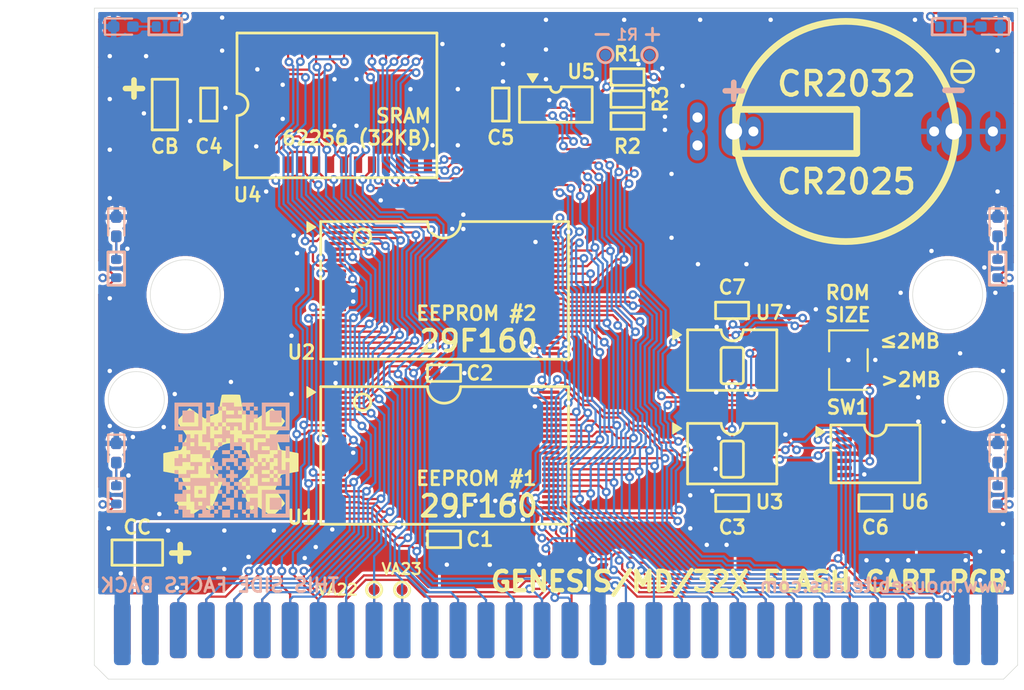
<source format=kicad_pcb>
(kicad_pcb (version 20240108) (generator "pcbnew") (generator_version "8.0")
  (layers (0 "F.Cu" signal) (31 "B.Cu" signal) (34 "B.Paste" user) (35 "F.Paste" user) (36 "B.SilkS" user "B.Silkscreen") (37 "F.SilkS" user "F.Silkscreen") (38 "B.Mask" user) (39 "F.Mask" user) (44 "Edge.Cuts" user))
  (net 0 "")
  (net 1 "GND")
  (net 2 "Net-(B1-+)")
  (net 3 "+5V")
  (net 4 "+VSW")
  (net 5 "+BATT")
  (net 6 "/~{VRES}")
  (net 7 "Net-(D10-A)")
  (net 8 "Net-(D11-A)")
  (net 9 "Net-(D12-A)")
  (net 10 "Net-(D13-A)")
  (net 11 "Net-(D14-A)")
  (net 12 "Net-(D15-A)")
  (net 13 "Net-(D16-A)")
  (net 14 "Net-(D17-A)")
  (net 15 "Net-(D18-A)")
  (net 16 "Net-(D19-A)")
  (net 17 "/A_{13}")
  (net 18 "/A_{16}")
  (net 19 "/A_{0}")
  (net 21 "/A_{7}")
  (net 24 "/D_{1}")
  (net 25 "/~{OE}")
  (net 26 "/D_{2}")
  (net 27 "/D_{15}")
  (net 29 "/A_{12}")
  (net 31 "/D_{10}")
  (net 33 "/A_{15}")
  (net 34 "/D_{14}")
  (net 35 "/A_{1}")
  (net 36 "/A_{2}")
  (net 37 "/~{TIME}")
  (net 38 "/A_{22}")
  (net 39 "/A_{14}")
  (net 41 "/D_{9}")
  (net 42 "/A_{18}")
  (net 44 "/A_{4}")
  (net 45 "/D_{0}")
  (net 46 "/A_{3}")
  (net 47 "/A_{10}")
  (net 48 "/A_{5}")
  (net 49 "/D_{4}")
  (net 50 "/D_{12}")
  (net 51 "/A_{6}")
  (net 52 "/A_{17}")
  (net 53 "/D_{7}")
  (net 54 "/D_{11}")
  (net 55 "/D_{8}")
  (net 56 "/D_{5}")
  (net 58 "/A_{19}")
  (net 60 "/A_{9}")
  (net 61 "/A_{20}")
  (net 64 "/A_{11}")
  (net 65 "/~{CE}")
  (net 66 "/D_{6}")
  (net 68 "/D_{13}")
  (net 69 "/~{LWR}")
  (net 71 "/A_{21}")
  (net 72 "/D_{3}")
  (net 73 "/A_{8}")
  (net 74 "/~{CE}_{RAM}")
  (net 75 "/~{CE}_{SRAM}")
  (net 76 "/SEL")
  (net 77 "/~{CE}_{ROM}")
  (net 81 "/~{CE_{1}}")
  (net 82 "Net-(U5-SENSE)")
  (net 89 "/~{CE_{2}}")
  (net 92 "/CLK_{RAM}")
  (net 104 "Net-(U7A-O3)")
  (net 108 "Net-(SW1-B)")
  (footprint "Bucketmouse:TSOP-I-48_18.4x12mm_P0.5mm" (layer "F.Cu") (at 133.35 104.38)
    (property "Reference" "U2")
    (property "Value" "29F160")
  )
  (footprint "Bucketmouse:C_0603_1608Metric_Boxed" (layer "F.Cu") (at 133.35 127)
    (property "Reference" "C1")
    (property "Value" "0.1u")
  )
  (footprint "LED_SMD:LED_0603_1608Metric_Pad1.05x0.95mm_HandSolder" (layer "F.Cu") (at 183.6039 119.1514 -90)
    (property "Reference" "D13" (hide yes))
    (property "Value" "LED")
  )
  (footprint "Bucketmouse:C_0603_1608Metric_Boxed" (layer "F.Cu") (at 159.5089 123.7164 180)
    (property "Reference" "C3")
    (property "Value" "0.1uF")
  )
  (footprint "Bucketmouse:C_0603_1608Metric_Boxed" (layer "F.Cu") (at 133.35 111.9)
    (property "Reference" "C2")
    (property "Value" "0.1uF")
  )
  (footprint "Bucketmouse:GENESIS_CART" (layer "F.Cu") (at 101.6 139.7)
    (property "Reference" "P1" (hide yes))
    (property "Value" "Genesis Cartridge")
    (fp_line (start 0 -60.96) (end 0 -1.27) (stroke (width 0.05)) (layer "Edge.Cuts"))
    (fp_line (start 0 -60.96) (end 83.82 -60.96) (stroke (width 0.05)) (layer "Edge.Cuts"))
    (fp_line (start 0 -1.27) (end 1.27 0) (stroke (width 0.05)) (layer "Edge.Cuts"))
    (fp_line (start 1.27 0) (end 82.55 0) (stroke (width 0.05)) (layer "Edge.Cuts"))
    (fp_line (start 83.82 -1.27) (end 82.55 0) (stroke (width 0.05)) (layer "Edge.Cuts"))
    (fp_line (start 83.82 -1.27) (end 83.82 -60.96) (stroke (width 0.05)) (layer "Edge.Cuts"))
    (fp_arc (start 3.81 -27.94) (mid 6.35 -25.4) (end 3.81 -22.86) (stroke (width 0.05)) (layer "Edge.Cuts"))
    (fp_arc (start 3.81 -22.86) (mid 1.27 -25.4) (end 3.81 -27.94) (stroke (width 0.05)) (layer "Edge.Cuts"))
    (fp_arc (start 8.255 -38.1) (mid 11.43 -34.925) (end 8.255 -31.75) (stroke (width 0.05)) (layer "Edge.Cuts"))
    (fp_arc (start 8.255 -31.75) (mid 5.08 -34.925) (end 8.255 -38.1) (stroke (width 0.05)) (layer "Edge.Cuts"))
    (fp_arc (start 77.47 -38.1) (mid 80.645 -34.925) (end 77.47 -31.75) (stroke (width 0.05)) (layer "Edge.Cuts"))
    (fp_arc (start 77.47 -31.75) (mid 74.295 -34.925) (end 77.47 -38.1) (stroke (width 0.05)) (layer "Edge.Cuts"))
    (fp_arc (start 80.01 -27.94) (mid 82.55 -25.4) (end 80.01 -22.86) (stroke (width 0.05)) (layer "Edge.Cuts"))
    (fp_arc (start 80.01 -22.86) (mid 77.47 -25.4) (end 80.01 -27.94) (stroke (width 0.05)) (layer "Edge.Cuts"))
  )
  (footprint "Bucketmouse:MSOP-10_3x3mm_P0.5mm" (layer "F.Cu") (at 143.5 87.5)
    (property "Reference" "U5")
    (property "Value" "TPS3613")
  )
  (footprint "Bucketmouse:R_0603_1608Metric_Boxed" (layer "F.Cu") (at 183.6039 122.9614 90)
    (property "Reference" "R13" (hide yes))
    (property "Value" "10k")
  )
  (footprint "Bucketmouse:TestPoint_Pad_D1.0mm" (layer "F.Cu") (at 127 131.572)
    (property "Reference" "TP1" (hide yes))
    (property "Value" "TPB1,27")
  )
  (footprint "Bucketmouse:TestPoint_Pad_D1.0mm" (layer "F.Cu") (at 129.54 131.572)
    (property "Reference" "TP2" (hide yes))
    (property "Value" "TPB1,27")
  )
  (footprint "Bucketmouse:TSSOP-14_4.4x5mm_P0.65mm" (layer "F.Cu") (at 172.5089 119.2164)
    (property "Reference" "U6")
    (property "Value" "74HCT74")
  )
  (footprint "LOGO" (layer "F.Cu") (at 114 119.38)
    (property "Reference" "G***" (hide yes))
    (property "Value" "LOGO" (hide yes))
  )
  (footprint "Bucketmouse:C_1206_3216Metric_Boxed" (layer "F.Cu") (at 108 87.5 -90)
    (property "Reference" "CB")
    (property "Value" "22u")
  )
  (footprint "Bucketmouse:COIN_CELL" (layer "F.Cu") (at 169.8174 89.9414 180)
    (property "Reference" "B1" (hide yes))
    (property "Value" "CR2025")
  )
  (footprint "Bucketmouse:R_0603_1608Metric_Boxed" (layer "F.Cu") (at 150 89)
    (property "Reference" "R2")
    (property "Value" "130k")
  )
  (footprint "LED_SMD:LED_0603_1608Metric_Pad1.05x0.95mm_HandSolder" (layer "F.Cu") (at 103.5939 119.1514 -90)
    (property "Reference" "D10" (hide yes))
    (property "Value" "LED")
  )
  (footprint "Bucketmouse:R_0603_1608Metric_Boxed" (layer "F.Cu") (at 103.5939 122.9614 90)
    (property "Reference" "R10" (hide yes))
    (property "Value" "10k")
  )
  (footprint "Bucketmouse:C_0603_1608Metric_Boxed" (layer "F.Cu") (at 172.5089 123.7 180)
    (property "Reference" "C6")
    (property "Value" "0.1u")
  )
  (footprint "Bucketmouse:R_0603_1608Metric_Boxed" (layer "F.Cu") (at 150 87)
    (property "Reference" "R3")
    (property "Value" "49.9k")
  )
  (footprint "Bucketmouse:TSSOP-16_4.4x5mm_P0.65mm" (layer "F.Cu") (at 159.5089 110.7164)
    (property "Reference" "U7")
    (property "Value" "74HCT139")
  )
  (footprint "Bucketmouse:TSOP-I-48_18.4x12mm_P0.5mm" (layer "F.Cu") (at 133.35 119.38)
    (property "Reference" "U1")
    (property "Value" "29F160")
  )
  (footprint "LED_SMD:LED_0603_1608Metric_Pad1.05x0.95mm_HandSolder" (layer "F.Cu") (at 103.5939 98.5914 -90)
    (property "Reference" "D11" (hide yes))
    (property "Value" "LED")
  )
  (footprint "Bucketmouse:TSSOP-16_4.4x5mm_P0.65mm" (layer "F.Cu") (at 159.5089 119.2164)
    (property "Reference" "U3")
    (property "Value" "74HCT139")
  )
  (footprint "Bucketmouse:C_0603_1608Metric_Boxed" (layer "F.Cu") (at 159.5 106.2 180)
    (property "Reference" "C7")
    (property "Value" "0.1u")
  )
  (footprint "Bucketmouse:SO28" (layer "F.Cu") (at 123 87.5)
    (property "Reference" "U4" (hide yes))
    (property "Value" "AS6C62256")
  )
  (footprint "Bucketmouse:C_0603_1608Metric_Boxed" (layer "F.Cu") (at 138.5 87.5 -90)
    (property "Reference" "C5")
    (property "Value" "0.1uF")
  )
  (footprint "Bucketmouse:C_0603_1608Metric_Boxed" (layer "F.Cu") (at 112 87.5 -90)
    (property "Reference" "C4")
    (property "Value" "0.1u")
  )
  (footprint "Bucketmouse:C_1206_3216Metric_Boxed" (layer "F.Cu") (at 105.5 128.2 180)
    (property "Reference" "CC")
    (property "Value" "22u")
  )
  (footprint "LED_SMD:LED_0603_1608Metric_Pad1.05x0.95mm_HandSolder" (layer "F.Cu") (at 183.6039 98.5914 -90)
    (property "Reference" "D12" (hide yes))
    (property "Value" "LED")
  )
  (footprint "Bucketmouse:CAS120B" (layer "F.Cu") (at 170.0589 110.7164 90)
    (property "Reference" "SW1")
    (property "Value" "SW_SPDT")
  )
  (footprint "Bucketmouse:R_0603_1608Metric_Boxed" (layer "F.Cu") (at 103.5939 102.4014 90)
    (property "Reference" "R11" (hide yes))
    (property "Value" "10k")
  )
  (footprint "Bucketmouse:SJ" (layer "F.Cu") (at 159.5089 111.2164 -90)
    (property "Reference" "JP7" (hide yes))
    (property "Value" "Jumper_2_Open")
  )
  (footprint "Bucketmouse:R_0603_1608Metric_Boxed" (layer "F.Cu") (at 183.6039 102.4014 90)
    (property "Reference" "R12" (hide yes))
    (property "Value" "10k")
  )
  (footprint "Bucketmouse:SJ" (layer "F.Cu") (at 159.5089 119.7164 -90)
    (property "Reference" "JP3" (hide yes))
    (property "Value" "Jumper_2_Open")
  )
  (footprint "Bucketmouse:R_0603_1608Metric_Boxed" (layer "F.Cu") (at 150 85)
    (property "Reference" "R1")
    (property "Value" "1k")
  )
  (footprint "LED_SMD:LED_0603_1608Metric_Pad1.05x0.95mm_HandSolder" (layer "B.Cu") (at 183.6039 119.1514 -90)
    (property "Reference" "D19" (hide yes))
    (property "Value" "LED")
  )
  (footprint "Bucketmouse:R_0603_1608Metric_Boxed" (layer "B.Cu") (at 103.5939 122.9614 90)
    (property "Reference" "R14" (hide yes))
    (property "Value" "10k")
  )
  (footprint "Bucketmouse:R_0603_1608Metric_Boxed" (layer "B.Cu") (at 179.1589 80.4164)
    (property "Reference" "R17" (hide yes))
    (property "Value" "10k")
  )
  (footprint "LED_SMD:LED_0603_1608Metric_Pad1.05x0.95mm_HandSolder" (layer "B.Cu") (at 103.5939 98.5914 -90)
    (property "Reference" "D15" (hide yes))
    (property "Value" "LED")
  )
  (footprint "LOGO" (layer "B.Cu") (at 169.3799 89.9414 180)
    (property "Reference" "G***" (hide yes))
    (property "Value" "LOGO" (hide yes))
  )
  (footprint "LED_SMD:LED_0603_1608Metric_Pad1.05x0.95mm_HandSolder" (layer "B.Cu") (at 183.6039 98.5914 -90)
    (property "Reference" "D18" (hide yes))
    (property "Value" "LED")
  )
  (footprint "Bucketmouse:TestPoint_Pad_D1.0mm" (layer "B.Cu") (at 152 83 180)
    (property "Reference" "TP3" (hide yes))
    (property "Value" "TPB1,27")
  )
  (footprint "Bucketmouse:R_0603_1608Metric_Boxed" (layer "B.Cu") (at 183.6039 102.4014 90)
    (property "Reference" "R18" (hide yes))
    (property "Value" "10k")
  )
  (footprint "Bucketmouse:TestPoint_Pad_D1.0mm" (layer "B.Cu") (at 148 83 180)
    (property "Reference" "TP4" (hide yes))
    (property "Value" "TPB1,27")
  )
  (footprint "LED_SMD:LED_0603_1608Metric_Pad1.05x0.95mm_HandSolder" (layer "B.Cu") (at 104.2289 80.4164)
    (property "Reference" "D16" (hide yes))
    (property "Value" "LED")
  )
  (footprint "LED_SMD:LED_0603_1608Metric_Pad1.05x0.95mm_HandSolder" (layer "B.Cu") (at 182.9689 80.4164 180)
    (property "Reference" "D17" (hide yes))
    (property "Value" "LED")
  )
  (footprint "Bucketmouse:R_0603_1608Metric_Boxed" (layer "B.Cu") (at 103.5939 102.4014 90)
    (property "Reference" "R15" (hide yes))
    (property "Value" "10k")
  )
  (footprint "LOGO" (layer "B.Cu") (at 114.1 119.8 180)
    (property "Reference" "G***" (hide yes))
    (property "Value" "LOGO" (hide yes))
  )
  (footprint "Bucketmouse:R_0603_1608Metric_Boxed" (layer "B.Cu") (at 108.0389 80.4164 180)
    (property "Reference" "R16" (hide yes))
    (property "Value" "10k")
  )
  (footprint "LED_SMD:LED_0603_1608Metric_Pad1.05x0.95mm_HandSolder" (layer "B.Cu") (at 103.5939 119.1514 -90)
    (property "Reference" "D14" (hide yes))
    (property "Value" "LED")
  )
  (footprint "Bucketmouse:R_0603_1608Metric_Boxed" (layer "B.Cu") (at 183.6039 122.9614 90)
    (property "Reference" "R19" (hide yes))
    (property "Value" "10k")
  )
  (gr_circle (center 180.4289 84.5034) (end 181.4289 84.5034) (stroke (width 0.25)) (fill none) (layer "F.SilkS"))
  (gr_circle (center 125.95 114.535) (end 125.2 114.535) (stroke (width 0.25)) (fill none) (layer "F.SilkS"))
  (gr_circle (center 125.95 99.535) (end 125.2 99.535) (stroke (width 0.25)) (fill none) (layer "F.SilkS"))
  (gr_text "R1" (at 149.987 81.153 0) (layer "B.SilkS") (effects (font (size 1 1) (thickness 0.2) (bold yes)) (justify mirror)))
  (gr_text "+" (at 159.65 86.116 0) (layer "B.SilkS") (effects (font (size 2.032 2.032) (thickness 0.508)) (justify mirror)))
  (gr_text "+" (at 152.273 81.026 0) (layer "B.SilkS") (effects (font (size 1.5 1.5) (thickness 0.25) (bold yes)) (justify mirror)))
  (gr_text "_" (at 179.6 85.1 0) (layer "B.SilkS") (effects (font (size 2.032 2.032) (thickness 0.508)) (justify mirror)))
  (gr_text "_" (at 147.701 80.3 0) (layer "B.SilkS") (effects (font (size 1.5 1.5) (thickness 0.25) (bold yes)) (justify mirror)))
  (gr_text "www.mousebitelabs.com" (at 184.6 131.9 0) (layer "B.SilkS") (effects (font (size 1.25 1.25) (thickness 0.25) (bold yes)) (justify left bottom mirror)))
  (gr_text "THIS SIDE FACES BACK" (at 102 131.9 0) (layer "B.SilkS") (effects (font (size 1.25 1.25) (thickness 0.25) (bold yes)) (justify right bottom mirror)))
  (gr_text "+" (at 109.4 128.1 0) (layer "F.SilkS") (effects (font (size 2.032 2.032) (thickness 0.508))))
  (gr_text "VA23" (at 129.5 129.7 0) (layer "F.SilkS") (effects (font (size 1 1) (thickness 0.2) (bold yes))))
  (gr_text "CR2032" (at 169.8879 85.6234 0) (layer "F.SilkS") (effects (font (size 2.159 2.159) (thickness 0.381))))
  (gr_text "GENESIS/MD/32X FLASH CART PCB" (at 184.7469 131.8514 0) (layer "F.SilkS") (effects (font (size 1.75 1.75) (thickness 0.4) (bold yes)) (justify right bottom)))
  (gr_text "29F160" (at 142.05 125.1 0) (layer "F.SilkS") (effects (font (size 1.9 1.9) (thickness 0.35) (bold yes)) (justify right bottom)))
  (gr_text "_" (at 180.4289 83.2104 0) (layer "F.SilkS") (effects (font (size 2.3 2.3) (thickness 0.3))))
  (gr_text ">2MB" (at 172.85 112.5 0) (layer "F.SilkS") (effects (font (size 1.25 1.25) (thickness 0.25)) (justify left)))
  (gr_text "VA22" (at 123.7 131.572 0) (layer "F.SilkS") (effects (font (size 1 1) (thickness 0.2) (bold yes))))
  (gr_text "U4" (at 115.5 95.7 0) (layer "F.SilkS") (effects (font (size 1.25 1.25) (thickness 0.25) (bold yes))))
  (gr_text "SRAM\n62256 (32KB)" (at 132.3 91.275 0) (layer "F.SilkS") (effects (font (size 1.25 1.25) (thickness 0.25) (bold yes)) (justify right bottom)))
  (gr_text "29F160" (at 142.05 110.1 0) (layer "F.SilkS") (effects (font (size 1.9 1.9) (thickness 0.35) (bold yes)) (justify right bottom)))
  (gr_text "+" (at 105.2 85.9 0) (layer "F.SilkS") (effects (font (size 2.032 2.032) (thickness 0.508))))
  (gr_text "≤2MB" (at 178.5089 109 0) (layer "F.SilkS") (effects (font (size 1.25 1.25) (thickness 0.25)) (justify right)))
  (gr_text "EEPROM #1" (at 141.9 122.2 0) (layer "F.SilkS") (effects (font (size 1.25 1.25) (thickness 0.25) (bold yes)) (justify right bottom)))
  (gr_text "CR2025" (at 169.8879 94.5134 0) (layer "F.SilkS") (effects (font (size 2.159 2.159) (thickness 0.381))))
  (gr_text "EEPROM #2" (at 141.9 107.2 0) (layer "F.SilkS") (effects (font (size 1.25 1.25) (thickness 0.25) (bold yes)) (justify right bottom)))
  (gr_text "ROM\nSIZE" (at 170 105.6 0) (layer "F.SilkS") (effects (font (size 1.25 1.25) (thickness 0.25))))
  (segment (start 139.275 87.5) (end 138.5 88.275) (width 0.2032) (layer "F.Cu") (net 1))
  (segment (start 171.4336 121.1664) (end 169.6464 121.1664) (width 0.2032) (layer "F.Cu") (net 1))
  (segment (start 131.89 91.19) (end 131.9 91.2) (width 0.2032) (layer "F.Cu") (net 1))
  (segment (start 157.8586 118.2414) (end 156.6464 118.2414) (width 0.2032) (layer "F.Cu") (net 1))
  (segment (start 141.650148 99.984144) (end 142.004292 99.63) (width 0.2032) (layer "F.Cu") (net 1))
  (segment (start 144.6 124.13) (end 140.33 124.13) (width 0.2032) (layer "F.Cu") (net 1))
  (segment (start 142.4936 87.5) (end 141.3875 87.5) (width 0.2032) (layer "F.Cu") (net 1))
  (segment (start 158.1 107.6) (end 158.1 107.7) (width 0.2) (layer "F.Cu") (net 1))
  (segment (start 157.5586 108.4414) (end 156.6464 108.4414) (width 0.2032) (layer "F.Cu") (net 1))
  (segment (start 171.5 121.1) (end 171.4336 121.1664) (width 0.2032) (layer "F.Cu") (net 1))
  (segment (start 141.890738 114.63) (end 141.595369 114.925369) (width 0.2032) (layer "F.Cu") (net 1))
  (segment (start 164.338 117.472) (end 164.2186 117.5914) (width 0.2) (layer "F.Cu") (net 1))
  (segment (start 143.0375 114.63) (end 141.890738 114.63) (width 0.2032) (layer "F.Cu") (net 1))
  (segment (start 182.88 135.255) (end 182.88 130.92) (width 1.4) (layer "F.Cu") (net 1))
  (segment (start 141.3875 87.5) (end 139.275 87.5) (width 0.2032) (layer "F.Cu") (net 1))
  (segment (start 143.0375 109.13) (end 140.753 109.13) (width 0.2032) (layer "F.Cu") (net 1))
  (segment (start 142.004292 99.63) (end 143.0375 99.63) (width 0.2032) (layer "F.Cu") (net 1))
  (segment (start 158.1 107.9) (end 157.5586 108.4414) (width 0.2032) (layer "F.Cu") (net 1))
  (segment (start 142.9 87.0936) (end 142.4936 87.5) (width 0.2032) (layer "F.Cu") (net 1))
  (segment (start 157.394662 112.9914) (end 158.051631 113.648369) (width 0.2032) (layer "F.Cu") (net 1))
  (segment (start 158.3 117.8) (end 157.8586 118.2414) (width 0.2032) (layer "F.Cu") (net 1))
  (segment (start 156.6464 112.9914) (end 157.394662 112.9914) (width 0.2032) (layer "F.Cu") (net 1))
  (segment (start 171.7339 121.3339) (end 171.7339 123.7) (width 0.2032) (layer "F.Cu") (net 1))
  (segment (start 158.725 106.975) (end 158.1 107.6) (width 0.2) (layer "F.Cu") (net 1))
  (segment (start 158.1 107.7) (end 158.1 107.9) (width 0.2032) (layer "F.Cu") (net 1))
  (segment (start 171.5 121.1) (end 171.7339 121.3339) (width 0.2032) (layer "F.Cu") (net 1))
  (segment (start 131.9 91.2) (end 132.3 91.2) (width 0.2032) (layer "F.Cu") (net 1))
  (segment (start 164.2186 117.5914) (end 162.3714 117.5914) (width 0.2) (layer "F.Cu") (net 1))
  (segment (start 158.725 106.2) (end 158.725 106.975) (width 0.2) (layer "F.Cu") (net 1))
  (via (at 130.25 91.5) (size 0.8) (drill 0.4) (layers "F.Cu" "B.Cu") (net 1))
  (via (at 158.3 117.8) (size 0.8) (drill 0.4) (layers "F.Cu" "B.Cu") (net 1))
  (via (at 125.4 89.425) (size 0.8) (drill 0.4) (layers "F.Cu" "B.Cu") (net 1))
  (via (at 140.5 125.2) (size 0.8) (drill 0.4) (layers "F.Cu" "B.Cu") (net 1))
  (via (at 177.6 100.8) (size 0.8) (drill 0.4) (layers "F.Cu" "B.Cu") (net 1))
  (via (at 183.6 95.4) (size 0.8) (drill 0.4) (layers "F.Cu" "B.Cu") (net 1))
  (via (at 145.7 128.8) (size 0.8) (drill 0.4) (layers "F.Cu" "B.Cu") (net 1))
  (via (at 130.3 86.1) (size 0.8) (drill 0.4) (layers "F.Cu" "B.Cu") (net 1))
  (via (at 167.1 106.1) (size 0.8) (drill 0.4) (layers "F.Cu" "B.Cu") (net 1))
  (via (at 103 111.7) (size 0.8) (drill 0.4) (layers "F.Cu" "B.Cu") (net 1))
  (via (at 103 96) (size 0.8) (drill 0.4) (layers "F.Cu" "B.Cu") (net 1))
  (via (at 138.7 82.1) (size 0.8) (drill 0.4) (layers "F.Cu" "B.Cu") (net 1))
  (via (at 104.6 100.6) (size 0.8) (drill 0.4) (layers "F.Cu" "B.Cu") (net 1))
  (via (at 116.3 91.3) (size 0.8) (drill 0.4) (layers "F.Cu" "B.Cu") (net 1))
  (via (at 158.051631 113.648369) (size 0.8) (drill 0.4) (layers "F.Cu" "B.Cu") (net 1))
  (via (at 184.1 125.6) (size 0.8) (drill 0.4) (layers "F.Cu" "B.Cu") (net 1))
  (via (at 134.7 124.9) (size 0.8) (drill 0.4) (layers "F.Cu" "B.Cu") (net 1))
  (via (at 184.1 116.7) (size 0.8) (drill 0.4) (layers "F.Cu" "B.Cu") (net 1))
  (via (at 174.8 104.6) (size 0.8) (drill 0.4) (layers "F.Cu" "B.Cu") (net 1))
  (via (at 172.5 110.7) (size 0.8) (drill 0.4) (layers "F.Cu" "B.Cu") (net 1))
  (via (at 132.3 91.2) (size 0.8) (drill 0.4) (layers "F.Cu" "B.Cu") (net 1))
  (via (at 110.3 89) (size 0.8) (drill 0.4) (layers "F.Cu" "B.Cu") (net 1))
  (via (at 152.019 86.106) (size 0.8) (drill 0.4) (layers "F.Cu" "B.Cu") (net 1))
  (via (at 184.5 129.9) (size 0.8) (drill 0.4) (layers "F.Cu" "B.Cu") (net 1))
  (via (at 154 93.8) (size 0.8) (drill 0.4) (layers "F.Cu" "B.Cu") (net 1))
  (via (at 108.9 113.8) (size 0.8) (drill 0.4) (layers "F.Cu" "B.Cu") (net 1))
  (via (at 141.595369 114.925369) (size 0.8) (drill 0.4) (layers "F.Cu" "B.Cu") (net 1))
  (via (at 138.7 85.4) (size 0.8) (drill 0.4) (layers "F.Cu" "B.Cu") (net 1))
  (via (at 117.2 95.4) (size 0.8) (drill 0.4) (layers "F.Cu" "B.Cu") (net 1))
  (via (at 138 123.5) (size 0.8) (drill 0.4) (layers "F.Cu" "B.Cu") (net 1))
  (via (at 104.7 121.2) (size 0.8) (drill 0.4) (layers "F.Cu" "B.Cu") (net 1))
  (via (at 119.5 108.5) (size 0.8) (drill 0.4) (layers "F.Cu" "B.Cu") (net 1))
  (via (at 107.9 116.8) (size 0.8) (drill 0.4) (layers "F.Cu" "B.Cu") (net 1))
  (via (at 180.2 110.1) (size 0.8) (drill 0.4) (layers "F.Cu" "B.Cu") (net 1))
  (via (at 171.5 121.1) (size 0.8) (drill 0.4) (layers "F.Cu" "B.Cu") (net 1))
  (via (at 170.0589 110.7164) (size 0.8) (drill 0.4) (layers "F.Cu" "B.Cu") (net 1))
  (via (at 119.5 113.8) (size 0.8) (drill 0.4) (layers "F.Cu" "B.Cu") (net 1))
  (via (at 176.4 114.1) (size 0.8) (drill 0.4) (layers "F.Cu" "B.Cu") (net 1))
  (via (at 183.6 82.6) (size 0.8) (drill 0.4) (layers "F.Cu" "B.Cu") (net 1))
  (via (at 142.6 82.5) (size 0.8) (drill 0.4) (layers "F.Cu" "B.Cu") (net 1))
  (via (at 107.5 124.7) (size 0.8) (drill 0.4) (layers "F.Cu" "B.Cu") (net 1))
  (via (at 156.6 79.8) (size 0.8) (drill 0.4) (layers "F.Cu" "B.Cu") (net 1))
  (via (at 114 112.7) (size 0.8) (drill 0.4) (layers "F.Cu" "B.Cu") (net 1))
  (via (at 142.9 87.0936) (size 0.8) (drill 0.4) (layers "F.Cu" "B.Cu") (net 1))
  (via (at 135.1 97.5) (size 0.8) (drill 0.4) (layers "F.Cu" "B.Cu") (net 1))
  (via (at 123.4 85.2) (size 0.8) (drill 0.4) (layers "F.Cu" "B.Cu") (net 1))
  (via (at 134.1 98.8) (size 0.8) (drill 0.4) (layers "F.Cu" "B.Cu") (net 1))
  (via (at 102.9 126) (size 0.8) (drill 0.4) (layers "F.Cu" "B.Cu") (net 1))
  (via (at 123.4 89.425) (size 0.8) (drill 0.4) (layers "F.Cu" "B.Cu") (net 1))
  (via (at 184.1 128.1) (size 0.8) (drill 0.4) (layers "F.Cu" "B.Cu") (net 1))
  (via (at 104 130.1) (size 0.8) (drill 0.4) (layers "F.Cu" "B.Cu") (net 1))
  (via (at 103 87) (size 0.8) (drill 0.4) (layers "F.Cu" "B.Cu") (net 1))
  (via (at 184.1 111.7) (size 0.8) (drill 0.4) (layers "F.Cu" "B.Cu") (net 1))
  (via (at 160.8 102) (size 0.8) (drill 0.4) (layers "F.Cu" "B.Cu") (net 1))
  (via (at 159 127.5) (size 0.8) (drill 0.4) (layers "F.Cu" "B.Cu") (net 1))
  (via (at 158 120.6) (size 0.8) (drill 0.4) (layers "F.Cu" "B.Cu") (net 1))
  (via (at 153.162 84.201) (size 0.8) (drill 0.4) (layers "F.Cu" "B.Cu") (net 1))
  (via (at 125.4 85.2) (size 0.8) (drill 0.4) (layers "F.Cu" "B.Cu") (net 1))
  (via (at 146.2 131.5) (size 0.8) (drill 0.4) (layers "F.Cu" "B.Cu") (net 1))
  (via (at 119.7 99.4) (size 0.8) (drill 0.4) (layers "F.Cu" "B.Cu") (net 1))
  (via (at 151.003 83.82) (size 0.8) (drill 0.4) (layers "F.Cu" "B.Cu") (net 1))
  (via (at 178.7 116.3) (size 0.8) (drill 0.4) (layers "F.Cu" "B.Cu") (net 1))
  (via (at 182 128.1) (size 0.8) (drill 0.4) (layers "F.Cu" "B.Cu") (net 1))
  (via (at 133.2 82) (size 0.8) (drill 0.4) (layers "F.Cu" "B.Cu") (net 1))
  (via (at 154 99.6) (size 0.8) (drill 0.4) (layers "F.Cu" "B.Cu") (net 1))
  (via (at 155.7 123) (size 0.8) (drill 0.4) (layers "F.Cu" "B.Cu") (net 1))
  (via (at 142 129.3) (size 0.8) (drill 0.4) (layers "F.Cu" "B.Cu") (net 1))
  (via (at 133.6 129.3) (size 0.8) (drill 0.4) (layers "F.Cu" "B.Cu") (net 1))
  (via (at 135.2 111.9) (size 0.8) (drill 0.4) (layers "F.Cu" "B.Cu") (net 1))
  (via (at 149.7 79.8) (size 0.8) (drill 0.4) (layers "F.Cu" "B.Cu") (net 1))
  (via (at 155 85.8) (size 0.8) (drill 0.4) (layers "F.Cu" "B.Cu") (net 1))
  (via (at 136.2 123.5) (size 0.8) (drill 0.4) (layers "F.Cu" "B.Cu") (net 1))
  (via (at 153.4 88.6) (size 0.8) (drill 0.4) (layers "F.Cu" "B.Cu") (net 1))
  (via (at 158.1 107.7) (size 0.8) (drill 0.4) (layers "F.Cu" "B.Cu") (net 1))
  (via (at 163 79.8) (size 0.8) (drill 0.4) (layers "F.Cu" "B.Cu") (net 1))
  (via (at 135.1 98.8) (size 0.8) (drill 0.4) (layers "F.Cu" "B.Cu") (net 1))
  (via (at 157.2 127.5) (size 0.8) (drill 0.4) (layers "F.Cu" "B.Cu") (net 1))
  (via (at 134.6 86.1) (size 0.8) (drill 0.4) (layers "F.Cu" "B.Cu") (net 1))
  (via (at 138.7 83.8) (size 0.8) (drill 0.4) (layers "F.Cu" "B.Cu") (net 1))
  (via (at 103 105.1) (size 0.8) (drill 0.4) (layers "F.Cu" "B.Cu") (net 1))
  (via (at 118.7 88.8) (size 0.8) (drill 0.4) (layers "F.Cu" "B.Cu") (net 1))
  (via (at 106.3 83.1) (size 0.8) (drill 0.4) (layers "F.Cu" "B.Cu") (net 1))
  (via (at 182.4 102.3) (size 0.8) (drill 0.4) (layers "F.Cu" "B.Cu") (net 1))
  (via (at 140.753 109.13) (size 0.8) (drill 0.4) (layers "F.Cu" "B.Cu") (net 1))
  (via (at 164.6 105.9) (size 0.8) (drill 0.4) (layers "F.Cu" "B.Cu") (net 1))
  (via (at 120 101) (size 0.8) (drill 0.4) (layers "F.Cu" "B.Cu") (net 1))
  (via (at 176.4 116.3) (size 0.8) (drill 0.4) (layers "F.Cu" "B.Cu") (net 1))
  (via (at 113.2 79.6) (size 0.8) (drill 0.4) (layers "F.Cu" "B.Cu") (net 1))
  (via (at 184.5 131.5) (size 0.8) (drill 0.4) (layers "F.Cu" "B.Cu") (net 1))
  (via (at 118.7 85.7) (size 0.8) (drill 0.4) (layers "F.Cu" "B.Cu") (net 1))
  (via (at 127.6 96.2) (size 0.8) (drill 0.4) (layers "F.Cu" "B.Cu") (net 1))
  (via (at 113.5 87.8) (size 0.8) (drill 0.4) (layers "F.Cu" "B.Cu") (net 1))
  (via (at 105.1 117.7) (size 0.8) (drill 0.4) (layers "F.Cu" "B.Cu") (net 1))
  (via (at 182 130.7) (size 0.8) (drill 0.4) (layers "F.Cu" "B.Cu") (net 1))
  (via (at 103 91.6) (size 0.8) (drill 0.4) (layers "F.Cu" "B.Cu") (net 1))
  (via (at 147.2 85.2) (size 0.8) (drill 0.4) (layers "F.Cu" "B.Cu") (net 1))
  (via (at 176.1 79.8) (size 0.8) (drill 0.4) (layers "F.Cu" "B.Cu") (net 1))
  (via (at 103 116.7) (size 0.8) (drill 0.4) (layers "F.Cu" "B.Cu") (net 1))
  (via (at 139.7 123.5) (size 0.8) (drill 0.4) (layers "F.Cu" "B.Cu") (net 1))
  (via (at 156.4 102) (size 0.8) (drill 0.4) (layers "F.Cu" "B.Cu") (net 1))
  (via (at 164.338 117.472) (size 0.8) (drill 0.4) (layers "F.Cu" "B.Cu") (net 1))
  (via (at 113.2 82.6) (size 0.8) (drill 0.4) (layers "F.Cu" "B.Cu") (net 1))
  (via (at 120 104.3) (size 0.8) (drill 0.4) (layers "F.Cu" "B.Cu") (net 1))
  (via (at 137.5 129.3) (size 0.8) (drill 0.4) (layers "F.Cu" "B.Cu") (net 1))
  (via (at 116.4 84.3) (size 0.8) (drill 0.4) (layers "F.Cu" "B.Cu") (net 1))
  (via (at 155.7 126) (size 0.8) (drill 0.4) (layers "F.Cu" "B.Cu") (net 1))
  (via (at 153.4 89.8) (size 0.8) (drill 0.4) (layers "F.Cu" "B.Cu") (net 1))
  (via (at 142.6 79.8) (size 0.8) (drill 0.4) (layers "F.Cu" "B.Cu") (net 1))
  (via (at 157.7 122.6) (size 0.8) (drill 0.4) (layers "F.Cu" "B.Cu") (net 1))
  (via (at 183.4 104.6) (size 0.8) (drill 0.4) (layers "F.Cu" "B.Cu") (net 1))
  (via (at 142.6 85.2) (size 0.8) (drill 0.4) (layers "F.Cu" "B.Cu") (net 1))
  (via (at 134.6 91.2) (size 0.8) (drill 0.4) (layers "F.Cu" "B.Cu") (net 1))
  (via (at 141.650148 99.984144) (size 0.8) (drill 0.4) (layers "F.Cu" "B.Cu") (net 1))
  (via (at 103 83.1) (size 0.8) (drill 0.4) (layers "F.Cu" "B.Cu") (net 1))
  (via (at 106.1 88.3) (size 0.8) (drill 0.4) (layers "F.Cu" "B.Cu") (net 1))
  (segment (start 141.595369 114.925369) (end 141.425369 114.925369) (width 0.2032) (layer "B.Cu") (net 1))
  (segment (start 147.32 132.02) (end 147.32 131.52) (width 1.4) (layer "B.Cu") (net 1))
  (segment (start 182.88 135.5725) (end 182.88 130.72) (width 1.4) (layer "B.Cu") (net 1))
  (segment (start 104.14 135.5725) (end 104.14 130.34) (width 1.4) (layer "B.Cu") (net 1))
  (segment (start 147.32 135.5725) (end 147.32 132.02) (width 1.4) (layer "B.Cu") (net 1))
  (segment (start 150.825 85) (end 152.683982 85) (width 0.3) (layer "F.Cu") (net 2))
  (segment (start 152.683982 85) (end 156.355382 88.6714) (width 0.3) (layer "F.Cu") (net 2))
  (via (at 152.4 85) (size 0.8) (drill 0.4) (layers "F.Cu" "B.Cu") (net 2))
  (segment (start 152 84.6) (end 152 83) (width 0.2) (layer "B.Cu") (net 2))
  (segment (start 152.4 85) (end 152 84.6) (width 0.2) (layer "B.Cu") (net 2))
  (segment (start 184.4 128.9) (end 184.9684 128.3316) (width 0.2032) (layer "F.Cu") (net 3))
  (segment (start 184.9684 125.1509) (end 183.6039 123.7864) (width 0.2032) (layer "F.Cu") (net 3))
  (segment (start 184.67 103.251) (end 183.6285 103.251) (width 0.2) (layer "F.Cu") (net 3))
  (segment (start 143.0375 104.13) (end 141.63 104.13) (width 0.2032) (layer "F.Cu") (net 3))
  (segment (start 184.9684 79.8684) (end 184.2916 79.1916) (width 0.2032) (layer "F.Cu") (net 3))
  (segment (start 184.9684 101.2316) (end 184.9684 96.7) (width 0.2032) (layer "F.Cu") (net 3))
  (segment (start 183.6039 123.7864) (end 184.9684 122.4219) (width 0.2032) (layer "F.Cu") (net 3))
  (segment (start 179.3 79.1916) (end 177.8 79.1916) (width 0.2032) (layer "F.Cu") (net 3))
  (segment (start 143.0375 104.13) (end 144.27 104.13) (width 0.2032) (layer "F.Cu") (net 3))
  (segment (start 184.9684 96.7) (end 184.9684 87.4) (width 0.2032) (layer "F.Cu") (net 3))
  (segment (start 184.9684 101.8619) (end 184.9684 101.2316) (width 0.2032) (layer "F.Cu") (net 3))
  (segment (start 102.6 131.9) (end 102.0516 131.3516) (width 0.2032) (layer "F.Cu") (net 3))
  (segment (start 138.775 87) (end 138.5 86.725) (width 0.2032) (layer "F.Cu") (net 3))
  (segment (start 102.0516 100.7) (end 102.0516 84.1) (width 0.2032) (layer "F.Cu") (net 3))
  (segment (start 183.6039 103.2264) (end 184.9684 101.8619) (width 0.2032) (layer "F.Cu") (net 3))
  (segment (start 184.9684 128.3316) (end 184.9684 125.1509) (width 0.2032) (layer "F.Cu") (net 3))
  (segment (start 184.67 123.825) (end 183.6425 123.825) (width 0.2) (layer "F.Cu") (net 3))
  (segment (start 169.6464 119.2164) (end 169.6676 119.1952) (width 0.2032) (layer "F.Cu") (net 3))
  (segment (start 141.3875 87) (end 138.775 87) (width 0.2032) (layer "F.Cu") (net 3))
  (segment (start 177.7984 79.1916) (end 177.5 79.49) (width 0.2032) (layer "F.Cu") (net 3))
  (segment (start 103.5553 123.825) (end 103.5939 123.7864) (width 0.2) (layer "F.Cu") (net 3))
  (segment (start 105.85 131.9) (end 102.6 131.9) (width 0.2032) (layer "F.Cu") (net 3))
  (segment (start 143.0375 114.13) (end 131.441108 114.13) (width 0.2032) (layer "F.Cu") (net 3))
  (segment (start 184.9684 104.5909) (end 183.6039 103.2264) (width 0.2032) (layer "F.Cu") (net 3))
  (segment (start 102.0516 101.6841) (end 102.0516 100.7) (width 0.2032) (layer "F.Cu") (net 3))
  (segment (start 125.1 104.4) (end 124.83 104.13) (width 0.2032) (layer "F.Cu") (net 3))
  (segment (start 102.0516 80) (end 102.0516 79.7484) (width 0.2032) (layer "F.Cu") (net 3))
  (segment (start 103.5939 123.7864) (end 102.0516 122.2441) (width 0.2032) (layer "F.Cu") (net 3))
  (segment (start 102.362 103.251) (end 103.5693 103.251) (width 0.2) (layer "F.Cu") (net 3))
  (segment (start 177.8 79.1916) (end 177.7984 79.1916) (width 0.2032) (layer "F.Cu") (net 3))
  (segment (start 184.9684 82.8) (end 184.9684 80.1) (width 0.2032) (layer "F.Cu") (net 3))
  (segment (start 180.7 128.9) (end 184.4 128.9) (width 0.2032) (layer "F.Cu") (net 3))
  (segment (start 102.0516 125.3287) (end 103.5939 123.7864) (width 0.2032) (layer "F.Cu") (net 3))
  (segment (start 102.0516 79.7484) (end 102.6084 79.1916) (width 0.2032) (layer "F.Cu") (net 3))
  (segment (start 105.6 79.1916) (end 109.4 79.1916) (width 0.2032) (layer "F.Cu") (net 3))
  (segment (start 143.0375 99.13) (end 141.33 99.13) (width 0.2032) (layer "F.Cu") (net 3))
  (segment (start 106.35 131.4) (end 105.85 131.9) (width 0.2032) (layer "F.Cu") (net 3))
  (segment (start 124.83 104.13) (end 123.6625 104.13) (width 0.2032) (layer "F.Cu") (net 3))
  (segment (start 103.5939 103.2264) (end 102.0516 101.6841) (width 0.2032) (layer "F.Cu") (net 3))
  (segment (start 184 79.1916) (end 179.3 79.1916) (width 0.2032) (layer "F.Cu") (net 3))
  (segment (start 103.2 79.1916) (end 105.6 79.1916) (width 0.2032) (layer "F.Cu") (net 3))
  (segment (start 184.9684 87.4) (end 184.9684 82.8) (width 0.2032) (layer "F.Cu") (net 3))
  (segment (start 109.5016 79.1916) (end 109.8 79.49) (width 0.2032) (layer "F.Cu") (net 3))
  (segment (start 103.5693 103.251) (end 103.5939 103.2264) (width 0.2) (layer "F.Cu") (net 3))
  (segment (start 183.6285 103.251) (end 183.6039 103.2264) (width 0.2) (layer "F.Cu") (net 3))
  (segment (start 102.0516 122.2441) (end 102.0516 104.7687) (width 0.2032) (layer "F.Cu") (net 3))
  (segment (start 102.0516 131.3516) (end 102.0516 125.3287) (width 0.2032) (layer "F.Cu") (net 3))
  (segment (start 183.6425 123.825) (end 183.6039 123.7864) (width 0.2) (layer "F.Cu") (net 3))
  (segment (start 184.9684 80.1) (end 184.9684 79.8684) (width 0.2032) (layer "F.Cu") (net 3))
  (segment (start 102.6084 79.1916) (end 103.2 79.1916) (width 0.2032) (layer "F.Cu") (net 3))
  (segment (start 184.9684 122.4219) (end 184.9684 104.5909) (width 0.2032) (layer "F.Cu") (net 3))
  (segment (start 102.0516 84.1) (end 102.0516 80) (width 0.2032) (layer "F.Cu") (net 3))
  (segment (start 109.4 79.1916) (end 109.5016 79.1916) (width 0.2032) (layer "F.Cu") (net 3))
  (segment (start 184.2916 79.1916) (end 184 79.1916) (width 0.2032) (layer "F.Cu") (net 3))
  (segment (start 140.7 119.13) (end 143.0375 119.13) (width 0.2032) (layer "F.Cu") (net 3))
  (segment (start 102.362 123.825) (end 103.5553 123.825) (width 0.2) (layer "F.Cu") (net 3))
  (segment (start 123.6625 119.13) (end 125.1 119.13) (width 0.2032) (layer "F.Cu") (net 3))
  (segment (start 102.0516 104.7687) (end 103.5939 103.2264) (width 0.2032) (layer "F.Cu") (net 3))
  (via (at 102.362 103.251) (size 0.8) (drill 0.4) (layers "F.Cu" "B.Cu") (net 3))
  (via (at 113.4 129.7) (size 0.8) (drill 0.4) (layers "F.Cu" "B.Cu") (net 3))
  (via (at 184.67 103.251) (size 0.8) (drill 0.4) (layers "F.Cu" "B.Cu") (net 3))
  (via (at 123.5 111) (size 0.8) (drill 0.4) (layers "F.Cu" "B.Cu") (net 3))
  (via (at 117.9 126.2) (size 0.8) (drill 0.4) (layers "F.Cu" "B.Cu") (net 3))
  (via (at 180.7 128.9) (size 0.8) (drill 0.4) (layers "F.Cu" "B.Cu") (net 3))
  (via (at 125.1 104.4) (size 0.8) (drill 0.4) (layers "F.Cu" "B.Cu") (net 3))
  (via (at 171.7 128.9) (size 0.8) (drill 0.4) (layers "F.Cu" "B.Cu") (net 3))
  (via (at 106.35 131.4) (size 0.8) (drill 0.4) (layers "F.Cu" "B.Cu") (net 3))
  (via (at 113.4 126.2) (size 0.8) (drill 0.4) (layers "F.Cu" "B.Cu") (net 3))
  (via (at 123.5 112.8) (size 0.8) (drill 0.4) (layers "F.Cu" "B.Cu") (net 3))
  (via (at 125.1 119.13) (size 0.8) (drill 0.4) (layers "F.Cu" "B.Cu") (net 3))
  (via (at 125.1 105.4) (size 0.8) (drill 0.4) (layers "F.Cu" "B.Cu") (net 3))
  (via (at 177.5 79.49) (size 0.8) (drill 0.4) (layers "F.Cu" "B.Cu") (net 3))
  (via (at 102.362 123.825) (size 0.8) (drill 0.4) (layers "F.Cu" "B.Cu") (net 3))
  (via (at 175.5 128.9) (size 0.8) (drill 0.4) (layers "F.Cu" "B.Cu") (net 3))
  (via (at 120.7 128.7) (size 0.8) (drill 0.4) (layers "F.Cu" "B.Cu") (net 3))
  (via (at 173.6 128.9) (size 0.8) (drill 0.4) (layers "F.Cu" "B.Cu") (net 3))
  (via (at 108.3 126.2) (size 0.8) (drill 0.4) (layers "F.Cu" "B.Cu") (net 3))
  (via (at 109.8 79.49) (size 0.8) (drill 0.4) (layers "F.Cu" "B.Cu") (net 3))
  (via (at 184.67 123.825) (size 0.8) (drill 0.4) (layers "F.Cu" "B.Cu") (net 3))
  (via (at 121.7 127.7) (size 0.8) (drill 0.4) (layers "F.Cu" "B.Cu") (net 3))
  (via (at 115.6 128.6) (size 0.8) (drill 0.4) (layers "F.Cu" "B.Cu") (net 3))
  (via (at 109.1 131.4) (size 0.8) (drill 0.4) (layers "F.Cu" "B.Cu") (net 3))
  (via (at 123.2 126.1) (size 0.8) (drill 0.4) (layers "F.Cu" "B.Cu") (net 3))
  (segment (start 180.34 135.5725) (end 180.34 130.7) (width 1.4) (layer "B.Cu") (net 3))
  (segment (start 183.6039 123.7864) (end 184.6314 123.7864) (width 0.2) (layer "B.Cu") (net 3))
  (segment (start 102.4006 123.7864) (end 103.5939 123.7864) (width 0.2) (layer "B.Cu") (net 3))
  (segment (start 184.6314 123.7864) (end 184.67 123.825) (width 0.2) (layer "B.Cu") (net 3))
  (segment (start 177.5 79.5825) (end 178.3339 80.4164) (width 0.2032) (layer "B.Cu") (net 3))
  (segment (start 123.5 106) (end 123.5 117.900429) (width 0.2032) (layer "B.Cu") (net 3))
  (segment (start 108.8639 80.4164) (end 108.8736 80.4164) (width 0.2032) (layer "B.Cu") (net 3))
  (segment (start 125.1 105.4) (end 124.1 105.4) (width 0.2032) (layer "B.Cu") (net 3))
  (segment (start 102.362 123.825) (end 102.4006 123.7864) (width 0.2) (layer "B.Cu") (net 3))
  (segment (start 106.68 135.5725) (end 106.68 131.58) (width 1.4) (layer "B.Cu") (net 3))
  (segment (start 125.1 105.4) (end 125.1 104.4) (width 0.2032) (layer "B.Cu") (net 3))
  (segment (start 108.8736 80.4164) (end 109.8 79.49) (width 0.2032) (layer "B.Cu") (net 3))
  (segment (start 177.5 79.49) (end 177.5 79.5825) (width 0.2032) (layer "B.Cu") (net 3))
  (segment (start 124.1 105.4) (end 123.5 106) (width 0.2032) (layer "B.Cu") (net 3))
  (segment (start 184.6454 103.2264) (end 184.67 103.251) (width 0.2) (layer "B.Cu") (net 3))
  (segment (start 102.3866 103.2264) (end 103.5939 103.2264) (width 0.2) (layer "B.Cu") (net 3))
  (segment (start 102.362 103.251) (end 102.3866 103.2264) (width 0.2) (layer "B.Cu") (net 3))
  (segment (start 183.6039 103.2264) (end 184.6454 103.2264) (width 0.2) (layer "B.Cu") (net 3))
  (segment (start 148.115 85.885) (end 147.5282 86.4718) (width 0.3) (layer "F.Cu") (net 5))
  (segment (start 149.175 85) (end 149 85) (width 0.3) (layer "F.Cu") (net 5))
  (segment (start 149 85) (end 148.115 85.885) (width 0.3) (layer "F.Cu") (net 5))
  (segment (start 147.5282 86.4718) (end 145.6125 86.4718) (width 0.3) (layer "F.Cu") (net 5))
  (via (at 148.115 85.885) (size 0.8) (drill 0.4) (layers "F.Cu" "B.Cu") (net 5))
  (segment (start 148 83) (end 148 85.77) (width 0.2) (layer "B.Cu") (net 5))
  (segment (start 148 85.77) (end 148.115 85.885) (width 0.2) (layer "B.Cu") (net 5))
  (segment (start 142.574736 88) (end 141.3875 88) (width 0.2032) (layer "F.Cu") (net 6))
  (segment (start 150.324742 92.7982) (end 150.324742 93.524742) (width 0.2032) (layer "F.Cu") (net 6))
  (segment (start 146.149137 91.149137) (end 148.675679 91.149137) (width 0.2032) (layer "F.Cu") (net 6))
  (segment (start 150.324742 93.524742) (end 150.575181 93.775181) (width 0.2032) (layer "F.Cu") (net 6))
  (segment (start 167.990427 117.2664) (end 169.6464 117.2664) (width 0.2032) (layer "F.Cu") (net 6))
  (segment (start 146.105061 91.105061) (end 146.149137 91.149137) (width 0.2032) (layer "F.Cu") (net 6))
  (segment (start 142.779536 87.7952) (end 142.574736 88) (width 0.2032) (layer "F.Cu") (net 6))
  (segment (start 150.575181 93.775181) (end 150.623142 93.775181) (width 0.2032) (layer "F.Cu") (net 6))
  (segment (start 167.300103 117.956724) (end 167.990427 117.2664) (width 0.2032) (layer "F.Cu") (net 6))
  (segment (start 144.196795 87.496803) (end 143.898398 87.7952) (width 0.2032) (layer "F.Cu") (net 6))
  (segment (start 170.18 131.041173) (end 170.18 135.255) (width 0.2032) (layer "F.Cu") (net 6))
  (segment (start 146.105061 90.848479) (end 146.105061 91.105061) (width 0.2032) (layer "F.Cu") (net 6))
  (segment (start 143.898398 87.7952) (end 142.779536 87.7952) (width 0.2032) (layer "F.Cu") (net 6))
  (segment (start 148.675679 91.149137) (end 150.324742 92.7982) (width 0.2032) (layer "F.Cu") (net 6))
  (segment (start 169.425027 130.2862) (end 170.18 131.041173) (width 0.2032) (layer "F.Cu") (net 6))
  (via (at 146.105061 90.848479) (size 0.8) (drill 0.4) (layers "F.Cu" "B.Cu") (net 6))
  (via (at 169.425027 130.2862) (size 0.8) (drill 0.4) (layers "F.Cu" "B.Cu") (net 6))
  (via (at 150.623142 93.775181) (size 0.8) (drill 0.4) (layers "F.Cu" "B.Cu") (net 6))
  (via (at 167.300103 117.956724) (size 0.8) (drill 0.4) (layers "F.Cu" "B.Cu") (net 6))
  (via (at 144.196795 87.496803) (size 0.8) (drill 0.4) (layers "F.Cu" "B.Cu") (net 6))
  (segment (start 152.983461 116.371026) (end 152.983461 114.999344) (width 0.2032) (layer "B.Cu") (net 6))
  (segment (start 149.918342 93.912517) (end 150.485806 93.912517) (width 0.2032) (layer "B.Cu") (net 6))
  (segment (start 153.281861 118.069736) (end 153.281861 116.669426) (width 0.2032) (layer "B.Cu") (net 6))
  (segment (start 153.581 120.446453) (end 154.105515 119.921938) (width 0.2032) (layer "B.Cu") (net 6))
  (segment (start 169.425027 130.2862) (end 169.129827 130.5814) (width 0.2032) (layer "B.Cu") (net 6))
  (segment (start 163.484352 129.3622) (end 161.519088 129.3622) (width 0.2032) (layer "B.Cu") (net 6))
  (segment (start 144.9048 89.648218) (end 146.105061 90.848479) (width 0.2032) (layer "B.Cu") (net 6))
  (segment (start 144.196795 87.496803) (end 144.491938 87.791946) (width 0.2032) (layer "B.Cu") (net 6))
  (segment (start 150.7934 100.361456) (end 149.321542 98.889598) (width 0.2032) (layer "B.Cu") (net 6))
  (segment (start 161.112688 128.9558) (end 159.147424 128.9558) (width 0.2032) (layer "B.Cu") (net 6))
  (segment (start 154.105515 119.921938) (end 154.105515 119.338062) (width 0.2032) (layer "B.Cu") (net 6))
  (segment (start 170.223006 118.762606) (end 170.223006 129.488221) (width 0.2032) (layer "B.Cu") (net 6))
  (segment (start 153.581 125.35464) (end 153.581 120.446453) (width 0.2032) (layer "B.Cu") (net 6))
  (segment (start 153.508715 118.741262) (end 153.508715 118.29659) (width 0.2032) (layer "B.Cu") (net 6))
  (segment (start 168.22768 130.175) (end 166.262416 130.175) (width 0.2032) (layer "B.Cu") (net 6))
  (segment (start 144.491938 87.791946) (end 144.491938 87.7952) (width 0.2032) (layer "B.Cu") (net 6))
  (segment (start 144.491938 87.7952) (end 144.9048 88.208062) (width 0.2032) (layer "B.Cu") (net 6))
  (segment (start 153.281861 116.669426) (end 152.983461 116.371026) (width 0.2032) (layer "B.Cu") (net 6))
  (segment (start 158.741024 128.5494) (end 156.77576 128.5494) (width 0.2032) (layer "B.Cu") (net 6))
  (segment (start 168.63408 130.5814) (end 168.22768 130.175) (width 0.2032) (layer "B.Cu") (net 6))
  (segment (start 152.983461 114.999344) (end 152.386661 114.402544) (width 0.2032) (layer "B.Cu") (net 6))
  (segment (start 159.147424 128.9558) (end 158.741024 128.5494) (width 0.2032) (layer "B.Cu") (net 6))
  (segment (start 154.105515 119.338062) (end 153.508715 118.741262) (width 0.2032) (layer "B.Cu") (net 6))
  (segment (start 163.890752 129.7686) (end 163.484352 129.3622) (width 0.2032) (layer "B.Cu") (net 6))
  (segment (start 153.0604 106.344117) (end 150.7934 104.077117) (width 0.2032) (layer "B.Cu") (net 6))
  (segment (start 150.485806 93.912517) (end 150.623142 93.775181) (width 0.2032) (layer "B.Cu") (net 6))
  (segment (start 156.77576 128.5494) (end 153.581 125.35464) (width 0.2032) (layer "B.Cu") (net 6))
  (segment (start 170.223006 129.488221) (end 169.425027 130.2862) (width 0.2032) (layer "B.Cu") (net 6))
  (segment (start 169.129827 130.5814) (end 168.63408 130.5814) (width 0.2032) (layer "B.Cu") (net 6))
  (segment (start 168.73 117.2696) (end 170.223006 118.762606) (width 0.2032) (layer "B.Cu") (net 6))
  (segment (start 153.508715 118.29659) (end 153.281861 118.069736) (width 0.2032) (layer "B.Cu") (net 6))
  (segment (start 152.386661 114.402544) (end 152.386661 109.804046) (width 0.2032) (layer "B.Cu") (net 6))
  (segment (start 168.009387 117.2696) (end 168.73 117.2696) (width 0.2032) (layer "B.Cu") (net 6))
  (segment (start 152.386661 109.804046) (end 153.0604 109.130307) (width 0.2032) (layer "B.Cu") (net 6))
  (segment (start 165.856016 129.7686) (end 163.890752 129.7686) (width 0.2032) (layer "B.Cu") (net 6))
  (segment (start 149.321542 98.889598) (end 149.321542 94.509317) (width 0.2032) (layer "B.Cu") (net 6))
  (segment (start 144.9048 88.208062) (end 144.9048 89.648218) (width 0.2032) (layer "B.Cu") (net 6))
  (segment (start 161.519088 129.3622) (end 161.112688 128.9558) (width 0.2032) (layer "B.Cu") (net 6))
  (segment (start 153.0604 109.130307) (end 153.0604 106.344117) (width 0.2032) (layer "B.Cu") (net 6))
  (segment (start 167.322263 117.956724) (end 168.009387 117.2696) (width 0.2032) (layer "B.Cu") (net 6))
  (segment (start 149.321542 94.509317) (end 149.918342 93.912517) (width 0.2032) (layer "B.Cu") (net 6))
  (segment (start 150.7934 104.077117) (end 150.7934 100.361456) (width 0.2032) (layer "B.Cu") (net 6))
  (segment (start 167.300103 117.956724) (end 167.322263 117.956724) (width 0.2032) (layer "B.Cu") (net 6))
  (segment (start 166.262416 130.175) (end 165.856016 129.7686) (width 0.2032) (layer "B.Cu") (net 6))
  (segment (start 103.5939 122.1364) (end 103.5939 120.0264) (width 0.2032) (layer "F.Cu") (net 7))
  (segment (start 103.5939 101.5764) (end 103.5939 99.4664) (width 0.2032) (layer "F.Cu") (net 8))
  (segment (start 183.6039 101.5764) (end 183.6039 99.4664) (width 0.2032) (layer "F.Cu") (net 9))
  (segment (start 183.6039 122.1364) (end 183.6039 120.0264) (width 0.2032) (layer "F.Cu") (net 10))
  (segment (start 103.5939 122.1364) (end 103.5939 120.0264) (width 0.2032) (layer "B.Cu") (net 11))
  (segment (start 103.5939 101.5764) (end 103.5939 99.4664) (width 0.2032) (layer "B.Cu") (net 12))
  (segment (start 105.1039 80.4164) (end 107.2139 80.4164) (width 0.2032) (layer "B.Cu") (net 13))
  (segment (start 182.0939 80.4164) (end 179.9839 80.4164) (width 0.2032) (layer "B.Cu") (net 14))
  (segment (start 183.6039 99.4664) (end 183.6039 101.5764) (width 0.2032) (layer "B.Cu") (net 15))
  (segment (start 183.6039 120.0264) (end 183.6039 122.1364) (width 0.2032) (layer "B.Cu") (net 16))
  (segment (start 128.141792 112.9752) (end 127.71979 112.9752) (width 0.2032) (layer "F.Cu") (net 17))
  (segment (start 121.058318 84.329856) (end 118.979471 84.329856) (width 0.2032) (layer "F.Cu") (net 17))
  (segment (start 117.92 83.270385) (end 117.92 82.17) (width 0.2032) (layer "F.Cu") (net 17))
  (segment (start 129.401708 99.83) (end 129.201708 99.63) (width 0.2032) (layer "F.Cu") (net 17))
  (segment (start 127.71979 112.9752) (end 126.06499 114.63) (width 0.2032) (layer "F.Cu") (net 17))
  (segment (start 126.06499 114.63) (end 123.6625 114.63) (width 0.2032) (layer "F.Cu") (net 17))
  (segment (start 118.979471 84.329856) (end 117.92 83.270385) (width 0.2032) (layer "F.Cu") (net 17))
  (segment (start 122.813861 84.1106) (end 122.124461 84.8) (width 0.2032) (layer "F.Cu") (net 17))
  (segment (start 128.159103 112.957889) (end 128.141792 112.9752) (width 0.2032) (layer "F.Cu") (net 17))
  (segment (start 122.124461 84.8) (end 121.528462 84.8) (width 0.2032) (layer "F.Cu") (net 17))
  (segment (start 121.528462 84.8) (end 121.058318 84.329856) (width 0.2032) (layer "F.Cu") (net 17))
  (segment (start 129.201708 99.63) (end 123.6625 99.63) (width 0.2032) (layer "F.Cu") (net 17))
  (via (at 122.813861 84.1106) (size 0.8) (drill 0.4) (layers "F.Cu" "B.Cu") (net 17))
  (via (at 129.401708 99.83) (size 0.8) (drill 0.4) (layers "F.Cu" "B.Cu") (net 17))
  (via (at 128.159103 112.957889) (size 0.8) (drill 0.4) (layers "F.Cu" "B.Cu") (net 17))
  (segment (start 128.052372 125.876864) (end 128.052372 126.707612) (width 0.2032) (layer "B.Cu") (net 17))
  (segment (start 126.906488 98.910799) (end 128.482507 98.910799) (width 0.2032) (layer "B.Cu") (net 17))
  (segment (start 127.889 112.687786) (end 128.159103 112.957889) (width 0.2032) (layer "B.Cu") (net 17))
  (segment (start 127 128.530472) (end 127 135.255) (width 0.2032) (layer "B.Cu") (net 17))
  (segment (start 129.13622 100.095488) (end 129.13622 106.982831) (width 0.2032) (layer "B.Cu") (net 17))
  (segment (start 128.052372 126.707612) (end 128.059 126.71424) (width 0.2032) (layer "B.Cu") (net 17))
  (segment (start 122.5 84.424461) (end 122.5 90.4) (width 0.2032) (layer "B.Cu") (net 17))
  (segment (start 130.0203 107.866911) (end 130.0203 108.717138) (width 0.2032) (layer "B.Cu") (net 17))
  (segment (start 124.041601 96.045912) (end 126.906488 98.910799) (width 0.2032) (layer "B.Cu") (net 17))
  (segment (start 128.159103 112.957889) (end 129.1384 113.937186) (width 0.2032) (layer "B.Cu") (net 17))
  (segment (start 123.473872 91.373872) (end 123.473872 91.898736) (width 0.2032) (layer "B.Cu") (net 17))
  (segment (start 129.401708 99.83) (end 129.13622 100.095488) (width 0.2032) (layer "B.Cu") (net 17))
  (segment (start 127.889 110.848438) (end 127.889 112.687786) (width 0.2032) (layer "B.Cu") (net 17))
  (segment (start 130.0203 108.717138) (end 127.889 110.848438) (width 0.2032) (layer "B.Cu") (net 17))
  (segment (start 129.1384 113.937186) (end 129.1384 124.790836) (width 0.2032) (layer "B.Cu") (net 17))
  (segment (start 128.482507 98.910799) (end 129.401708 99.83) (width 0.2032) (layer "B.Cu") (net 17))
  (segment (start 122.813861 84.1106) (end 122.5 84.424461) (width 0.2032) (layer "B.Cu") (net 17))
  (segment (start 128.059 127.471472) (end 127 128.530472) (width 0.2032) (layer "B.Cu") (net 17))
  (segment (start 129.1384 124.790836) (end 128.052372 125.876864) (width 0.2032) (layer "B.Cu") (net 17))
  (segment (start 129.13622 106.982831) (end 130.0203 107.866911) (width 0.2032) (layer "B.Cu") (net 17))
  (segment (start 128.059 126.71424) (end 128.059 127.471472) (width 0.2032) (layer "B.Cu") (net 17))
  (segment (start 122.5 90.4) (end 123.473872 91.373872) (width 0.2032) (layer "B.Cu") (net 17))
  (segment (start 123.473872 91.898736) (end 124.041601 92.466465) (width 0.2032) (layer "B.Cu") (net 17))
  (segment (start 124.041601 92.466465) (end 124.041601 96.045912) (width 0.2032) (layer "B.Cu") (net 17))
  (segment (start 143.293999 127.497141) (end 142.681932 126.885074) (width 0.2032) (layer "F.Cu") (net 18))
  (segment (start 144.2 98.063923) (end 144.2 98.389262) (width 0.2032) (layer "F.Cu") (net 18))
  (segment (start 142.053128 131.4984) (end 143.293999 130.257529) (width 0.2032) (layer "F.Cu") (net 18))
  (segment (start 142.681932 126.885074) (end 142.237056 126.885074) (width 0.2032) (layer "F.Cu") (net 18))
  (segment (start 143.959262 98.63) (end 143.0375 98.63) (width 0.2032) (layer "F.Cu") (net 18))
  (segment (start 144.2 98.389262) (end 143.959262 98.63) (width 0.2032) (layer "F.Cu") (net 18))
  (segment (start 141.605 113.63) (end 141.605 113.4252) (width 0.2032) (layer "F.Cu") (net 18))
  (segment (start 143.293999 130.257529) (end 143.293999 127.497141) (width 0.2032) (layer "F.Cu") (net 18))
  (segment (start 141.605 113.63) (end 143.0375 113.63) (width 0.2032) (layer "F.Cu") (net 18))
  (segment (start 141.1 131.4984) (end 142.053128 131.4984) (width 0.2032) (layer "F.Cu") (net 18))
  (segment (start 143.918615 97.782538) (end 144.2 98.063923) (width 0.2032) (layer "F.Cu") (net 18))
  (via (at 141.1 131.4984) (size 0.8) (drill 0.4) (layers "F.Cu" "B.Cu") (net 18))
  (via (at 141.605 113.4252) (size 0.8) (drill 0.4) (layers "F.Cu" "B.Cu") (net 18))
  (via (at 142.237056 126.885074) (size 0.8) (drill 0.4) (layers "F.Cu" "B.Cu") (net 18))
  (via (at 143.870684 97.782538) (size 0.8) (drill 0.4) (layers "F.Cu" "B.Cu") (net 18))
  (segment (start 144.179215 104.912786) (end 144.179215 108.420785) (width 0.2032) (layer "B.Cu") (net 18))
  (segment (start 141.548802 126.19682) (end 141.548802 124.817162) (width 0.2032) (layer "B.Cu") (net 18))
  (segment (start 142.237056 126.8622) (end 142.237056 126.885074) (width 0.3) (layer "B.Cu") (net 18))
  (segment (start 143.870684 98.252472) (end 143.512668 98.610488) (width 0.2032) (layer "B.Cu") (net 18))
  (segment (start 143.713199 104.44677) (end 144.179215 104.912786) (width 0.2032) (layer "B.Cu") (net 18))
  (segment (start 142.932794 109.667206) (end 142.932794 112.813938) (width 0.2032) (layer "B.Cu") (net 18))
  (segment (start 143.918615 97.782538) (end 143.870684 97.782538) (width 0.2032) (layer "B.Cu") (net 18))
  (segment (start 143.512668 99.618144) (end 143.713199 99.818675) (width 0.2032) (layer "B.Cu") (net 18))
  (segment (start 142.932794 112.813938) (end 142.321532 113.4252) (width 0.2032) (layer "B.Cu") (net 18))
  (segment (start 141.6558 121.67566) (end 141.6558 119.171907) (width 0.2032) (layer "B.Cu") (net 18))
  (segment (start 143.713199 99.818675) (end 143.713199 104.44677) (width 0.2032) (layer "B.Cu") (net 18))
  (segment (start 144.179215 108.420785) (end 142.932794 109.667206) (width 0.2032) (layer "B.Cu") (net 18))
  (segment (start 142.6972 114.4972) (end 141.6252 113.4252) (width 0.2032) (layer "B.Cu") (net 18))
  (segment (start 141.548802 124.817162) (end 140.537083 123.805443) (width 0.2032) (layer "B.Cu") (net 18))
  (segment (start 142.6972 118.130507) (end 142.6972 114.4972) (width 0.2032) (layer "B.Cu") (net 18))
  (segment (start 141.1 131.4984) (end 141.2774 131.4984) (width 0.2032) (layer "B.Cu") (net 18))
  (segment (start 142.24 132.461) (end 142.24 135.255) (width 0.2032) (layer "B.Cu") (net 18))
  (segment (start 142.321532 113.4252) (end 141.605 113.4252) (width 0.2032) (layer "B.Cu") (net 18))
  (segment (start 140.537083 122.794377) (end 141.6558 121.67566) (width 0.2032) (layer "B.Cu") (net 18))
  (segment (start 141.2774 131.4984) (end 142.24 132.461) (width 0.2032) (layer "B.Cu") (net 18))
  (segment (start 140.537083 123.805443) (end 140.537083 122.794377) (width 0.2032) (layer "B.Cu") (net 18))
  (segment (start 141.6252 113.4252) (end 141.605 113.4252) (width 0.2032) (layer "B.Cu") (net 18))
  (segment (start 143.512668 98.610488) (end 143.512668 99.618144) (width 0.2032) (layer "B.Cu") (net 18))
  (segment (start 142.237056 126.885074) (end 141.548802 126.19682) (width 0.2032) (layer "B.Cu") (net 18))
  (segment (start 143.870684 97.782538) (end 143.870684 98.252472) (width 0.2032) (layer "B.Cu") (net 18))
  (segment (start 141.6558 119.171907) (end 142.6972 118.130507) (width 0.2032) (layer "B.Cu") (net 18))
  (segment (start 125.965601 94.254399) (end 126.81 93.41) (width 0.2032) (layer "F.Cu") (net 19))
  (segment (start 144.365029 110.13) (end 143.0375 110.13) (width 0.2032) (layer "F.Cu") (net 19))
  (segment (start 125.965601 94.311075) (end 125.965601 94.254399) (width 0.2032) (layer "F.Cu") (net 19))
  (segment (start 144.450394 110.215365) (end 144.365029 110.13) (width 0.2032) (layer "F.Cu") (net 19))
  (segment (start 143.396607 132.296607) (end 144.513199 131.180015) (width 0.2032) (layer "F.Cu") (net 19))
  (segment (start 144.214799 126.180954) (end 144.495753 125.9) (width 0.2032) (layer "F.Cu") (net 19))
  (segment (start 144.513199 131.180015) (end 144.513199 125.526699) (width 0.2032) (layer "F.Cu") (net 19))
  (segment (start 144.513199 125.526699) (end 144.1165 125.13) (width 0.2032) (layer "F.Cu") (net 19))
  (segment (start 126.81 93.41) (end 126.81 92.96) (width 0.2032) (layer "F.Cu") (net 19))
  (segment (start 144.495753 125.9) (end 144.513199 125.9) (width 0.2032) (layer "F.Cu") (net 19))
  (segment (start 144.1165 125.13) (end 143.0375 125.13) (width 0.2032) (layer "F.Cu") (net 19))
  (via (at 125.965601 94.311075) (size 0.8) (drill 0.4) (layers "F.Cu" "B.Cu") (net 19))
  (via (at 144.214799 126.180954) (size 0.8) (drill 0.4) (layers "F.Cu" "B.Cu") (net 19))
  (via (at 143.396607 132.296607) (size 0.8) (drill 0.4) (layers "F.Cu" "B.Cu") (net 19))
  (via (at 144.450394 110.215365) (size 0.8) (drill 0.4) (layers "F.Cu" "B.Cu") (net 19))
  (segment (start 127.579832 97.285199) (end 125.965601 95.670968) (width 0.2032) (layer "B.Cu") (net 19))
  (segment (start 133.293021 98.417646) (end 132.642095 97.76672) (width 0.2032) (layer "B.Cu") (net 19))
  (segment (start 134.2 108.598195) (end 131.57462 105.972815) (width 0.2032) (layer "B.Cu") (net 19))
  (segment (start 144.450394 111.617658) (end 144.748794 111.916058) (width 0.2032) (layer "B.Cu") (net 19))
  (segment (start 144.78 132.461) (end 144.78 135.255) (width 0.2032) (layer "B.Cu") (net 19))
  (segment (start 132.499344 130.5814) (end 131.5768 129.658856) (width 0.2032) (layer "B.Cu") (net 19))
  (segment (start 134.2 110.279948) (end 134.2 108.598195) (width 0.2032) (layer "B.Cu") (net 19))
  (segment (start 144.615607 132.296607) (end 144.78 132.461) (width 0.2032) (layer "B.Cu") (net 19))
  (segment (start 131.5768 112.903148) (end 134.2 110.279948) (width 0.2032) (layer "B.Cu") (net 19))
  (segment (start 143.9164 118.635515) (end 142.875 119.676915) (width 0.2032) (layer "B.Cu") (net 19))
  (segment (start 144.748794 111.916058) (end 144.748794 113.442206) (width 0.2032) (layer "B.Cu") (net 19))
  (segment (start 143.9164 114.2746) (end 143.9164 118.635515) (width 0.2032) (layer "B.Cu") (net 19))
  (segment (start 143.396607 132.296607) (end 144.615607 132.296607) (width 0.2032) (layer "B.Cu") (net 19))
  (segment (start 142.875 124.419152) (end 144.214799 125.758951) (width 0.2032) (layer "B.Cu") (net 19))
  (segment (start 130.059374 97.76672) (end 129.577853 97.285199) (width 0.2032) (layer "B.Cu") (net 19))
  (segment (start 142.875 119.676915) (end 142.875 124.419152) (width 0.2032) (layer "B.Cu") (net 19))
  (segment (start 143.396607 132.296607) (end 143.396607 132.073542) (width 0.2032) (layer "B.Cu") (net 19))
  (segment (start 131.57462 101.527506) (end 133.293021 99.809105) (width 0.2032) (layer "B.Cu") (net 19))
  (segment (start 132.642095 97.76672) (end 130.059374 97.76672) (width 0.2032) (layer "B.Cu") (net 19))
  (segment (start 144.450394 110.215365) (end 144.450394 111.617658) (width 0.2032) (layer "B.Cu") (net 19))
  (segment (start 125.965601 95.670968) (end 125.965601 94.311075) (width 0.2032) (layer "B.Cu") (net 19))
  (segment (start 141.904465 130.5814) (end 132.499344 130.5814) (width 0.2032) (layer "B.Cu") (net 19))
  (segment (start 144.748794 113.442206) (end 143.9164 114.2746) (width 0.2032) (layer "B.Cu") (net 19))
  (segment (start 143.396607 132.073542) (end 141.904465 130.5814) (width 0.2032) (layer "B.Cu") (net 19))
  (segment (start 131.5768 129.658856) (end 131.5768 112.903148) (width 0.2032) (layer "B.Cu") (net 19))
  (segment (start 133.293021 99.809105) (end 133.293021 98.417646) (width 0.2032) (layer "B.Cu") (net 19))
  (segment (start 131.57462 105.972815) (end 131.57462 101.527506) (width 0.2032) (layer "B.Cu") (net 19))
  (segment (start 144.214799 125.758951) (end 144.214799 126.180954) (width 0.2032) (layer "B.Cu") (net 19))
  (segment (start 129.577853 97.285199) (end 127.579832 97.285199) (width 0.2032) (layer "B.Cu") (net 19))
  (segment (start 125.146236 121.796796) (end 124.813032 122.13) (width 0.2032) (layer "F.Cu") (net 21))
  (segment (start 117.92 92.08) (end 117.92 92.96) (width 0.2032) (layer "F.Cu") (net 21))
  (segment (start 118.9048 91.0952) (end 117.92 92.08) (width 0.2032) (layer "F.Cu") (net 21))
  (segment (start 125.118799 106.867115) (end 124.855914 107.13) (width 0.2032) (layer "F.Cu") (net 21))
  (segment (start 124.855914 107.13) (end 123.6625 107.13) (width 0.2032) (layer "F.Cu") (net 21))
  (segment (start 119.8856 91.0952) (end 118.9048 91.0952) (width 0.2032) (layer "F.Cu") (net 21))
  (segment (start 124.813032 122.13) (end 123.6625 122.13) (width 0.2032) (layer "F.Cu") (net 21))
  (via (at 125.118799 106.867115) (size 0.8) (drill 0.4) (layers "F.Cu" "B.Cu") (net 21))
  (via (at 119.8856 91.0952) (size 0.8) (drill 0.4) (layers "F.Cu" "B.Cu") (net 21))
  (via (at 125.146236 121.796796) (size 0.8) (drill 0.4) (layers "F.Cu" "B.Cu") (net 21))
  (segment (start 125.190408 126.316912) (end 120.92592 130.5814) (width 0.2032) (layer "B.Cu") (net 21))
  (segment (start 124.841 107.144914) (end 125.118799 106.867115) (width 0.2032) (layer "B.Cu") (net 21))
  (segment (start 125.190408 121.840968) (end 125.190408 126.316912) (width 0.2032) (layer "B.Cu") (net 21))
  (segment (start 120 96.027463) (end 124.333269 100.360732) (width 0.2032) (layer "B.Cu") (net 21))
  (segment (start 119.8856 91.0952) (end 120 91.2096) (width 0.2032) (layer "B.Cu") (net 21))
  (segment (start 125.146236 121.796796) (end 125.190408 121.840968) (width 0.2032) (layer "B.Cu") (net 21))
  (segment (start 125.210832 106.867115) (end 125.118799 106.867115) (width 0.2032) (layer "B.Cu") (net 21))
  (segment (start 124.841 116.694) (end 124.841 107.144914) (width 0.2032) (layer "B.Cu") (net 21))
  (segment (start 109.22 132.461) (end 109.22 135.255) (width 0.2032) (layer "B.Cu") (net 21))
  (segment (start 124.333269 101.626737) (end 124.746131 102.0396) (width 0.2032) (layer "B.Cu") (net 21))
  (segment (start 120 91.2096) (end 120 96.027463) (width 0.2032) (layer "B.Cu") (net 21))
  (segment (start 125.146236 121.796796) (end 126.285978 120.657054) (width 0.2032) (layer "B.Cu") (net 21))
  (segment (start 120.92592 130.5814) (end 111.0996 130.5814) (width 0.2032) (layer "B.Cu") (net 21))
  (segment (start 124.333269 100.360732) (end 124.333269 101.626737) (width 0.2032) (layer "B.Cu") (net 21))
  (segment (start 111.0996 130.5814) (end 109.22 132.461) (width 0.2032) (layer "B.Cu") (net 21))
  (segment (start 126.29142 103.584889) (end 126.29142 105.786527) (width 0.2032) (layer "B.Cu") (net 21))
  (segment (start 126.29142 105.786527) (end 125.210832 106.867115) (width 0.2032) (layer "B.Cu") (net 21))
  (segment (start 126.285978 120.657054) (end 126.285978 118.138978) (width 0.2032) (layer "B.Cu") (net 21))
  (segment (start 124.746131 102.0396) (end 126.29142 103.584889) (width 0.2032) (layer "B.Cu") (net 21))
  (segment (start 126.285978 118.138978) (end 124.841 116.694) (width 0.2032) (layer "B.Cu") (net 21))
  (segment (start 148.076471 122.7) (end 147.506471 122.13) (width 0.2032) (layer "F.Cu") (net 24))
  (segment (start 129.35 93.65) (end 129.35 92.96) (width 0.2032) (layer "F.Cu") (net 24))
  (segment (start 147.930415 107.13) (end 143.0375 107.13) (width 0.2032) (layer "F.Cu") (net 24))
  (segment (start 148.135215 107.3348) (end 147.930415 107.13) (width 0.2032) (layer "F.Cu") (net 24))
  (segment (start 145.912007 93.587537) (end 136.508406 93.587537) (width 0.2032) (layer "F.Cu") (net 24))
  (segment (start 135.036173 95.05977) (end 130.112862 95.05977) (width 0.2032) (layer "F.Cu") (net 24))
  (segment (start 129.7 94) (end 129.35 93.65) (width 0.2032) (layer "F.Cu") (net 24))
  (segment (start 129.7 94.646908) (end 129.7 94) (width 0.2032) (layer "F.Cu") (net 24))
  (segment (start 130.112862 95.05977) (end 129.7 94.646908) (width 0.2032) (layer "F.Cu") (net 24))
  (segment (start 146.394345 94.069875) (end 145.912007 93.587537) (width 0.2032) (layer "F.Cu") (net 24))
  (segment (start 147.506471 122.13) (end 143.0375 122.13) (width 0.2032) (layer "F.Cu") (net 24))
  (segment (start 136.508406 93.587537) (end 135.036173 95.05977) (width 0.2032) (layer "F.Cu") (net 24))
  (via (at 148.135215 107.3348) (size 0.8) (drill 0.4) (layers "F.Cu" "B.Cu") (net 24))
  (via (at 146.394345 94.069875) (size 0.8) (drill 0.4) (layers "F.Cu" "B.Cu") (net 24))
  (via (at 148.076471 122.7) (size 0.8) (drill 0.4) (layers "F.Cu" "B.Cu") (net 24))
  (segment (start 149.732261 116.346032) (end 149.135461 115.749232) (width 0.2032) (layer "B.Cu") (net 24))
  (segment (start 148.076471 120.093737) (end 149.4282 118.742008) (width 0.2032) (layer "B.Cu") (net 24))
  (segment (start 157.394336 131.8006) (end 157.800736 132.207) (width 0.2032) (layer "B.Cu") (net 24))
  (segment (start 147.751599 100.193335) (end 147.751599 101.396599) (width 0.2032) (layer "B.Cu") (net 24))
  (segment (start 146.394345 94.069875) (end 147.289542 94.965072) (width 0.2032) (layer "B.Cu") (net 24))
  (segment (start 155.429072 131.8006) (end 157.394336 131.8006) (width 0.2032) (layer "B.Cu") (net 24))
  (segment (start 148.135215 107.587677) (end 148.135215 107.3348) (width 0.2032) (layer "B.Cu") (net 24))
  (segment (start 147.289542 99.731278) (end 147.751599 100.193335) (width 0.2032) (layer "B.Cu") (net 24))
  (segment (start 147.751599 101.396599) (end 148.1646 101.8096) (width 0.2032) (layer "B.Cu") (net 24))
  (segment (start 149.4282 118.742008) (end 149.4282 117.233969) (width 0.2032) (layer "B.Cu") (net 24))
  (segment (start 159.766 132.207) (end 160.02 132.461) (width 0.2032) (layer "B.Cu") (net 24))
  (segment (start 148.1646 107.305415) (end 148.135215 107.3348) (width 0.2032) (layer "B.Cu") (net 24))
  (segment (start 149.135461 108.587923) (end 148.135215 107.587677) (width 0.2032) (layer "B.Cu") (net 24))
  (segment (start 157.800736 132.207) (end 159.766 132.207) (width 0.2032) (layer "B.Cu") (net 24))
  (segment (start 148.076471 124.447999) (end 155.429072 131.8006) (width 0.2032) (layer "B.Cu") (net 24))
  (segment (start 149.4282 117.233969) (end 149.732261 116.929908) (width 0.2032) (layer "B.Cu") (net 24))
  (segment (start 160.02 132.461) (end 160.02 135.255) (width 0.2032) (layer "B.Cu") (net 24))
  (segment (start 149.732261 116.929908) (end 149.732261 116.346032) (width 0.2032) (layer "B.Cu") (net 24))
  (segment (start 148.076471 122.7) (end 148.076471 124.447999) (width 0.2032) (layer "B.Cu") (net 24))
  (segment (start 147.289542 94.965072) (end 147.289542 99.731278) (width 0.2032) (layer "B.Cu") (net 24))
  (segment (start 149.135461 115.749232) (end 149.135461 108.587923) (width 0.2032) (layer "B.Cu") (net 24))
  (segment (start 148.1646 101.8096) (end 148.1646 107.305415) (width 0.2032) (layer "B.Cu") (net 24))
  (segment (start 148.076471 122.7) (end 148.076471 120.093737) (width 0.2032) (layer "B.Cu") (net 24))
  (segment (start 143.572284 95.213137) (end 143.870684 95.511537) (width 0.2032) (layer "F.Cu") (net 25))
  (segment (start 124.0048 84.3048) (end 122.9952 83.2952) (width 0.2032) (layer "F.Cu") (net 25))
  (segment (start 125.930064 84.3048) (end 124.0048 84.3048) (width 0.2032) (layer "F.Cu") (net 25))
  (segment (start 144.450394 108.890394) (end 144.19 108.63) (width 0.2032) (layer "F.Cu") (net 25))
  (segment (start 144.106799 130.594201) (end 142.24 132.461) (width 0.2032) (layer "F.Cu") (net 25))
  (segment (start 144.106799 127.069692) (end 144.106799 130.594201) (width 0.2032) (layer "F.Cu") (net 25))
  (segment (start 137.18175 95.213137) (end 143.572284 95.213137) (width 0.2032) (layer "F.Cu") (net 25))
  (segment (start 122.9952 82.1748) (end 123 82.17) (width 0.2032) (layer "F.Cu") (net 25))
  (segment (start 127.534038 95.089395) (end 129.130013 96.68537) (width 0.2032) (layer "F.Cu") (net 25))
  (segment (start 126.6696 85.0096) (end 126.634864 85.0096) (width 0.2032) (layer "F.Cu") (net 25))
  (segment (start 143.509999 126.472892) (end 144.106799 127.069692) (width 0.2032) (layer "F.Cu") (net 25))
  (segment (start 126.634864 85.0096) (end 125.930064 84.3048) (width 0.2032) (layer "F.Cu") (net 25))
  (segment (start 144.450394 109.212162) (end 144.450394 108.890394) (width 0.2032) (layer "F.Cu") (net 25))
  (segment (start 126.670401 95.089395) (end 127.534038 95.089395) (width 0.2032) (layer "F.Cu") (net 25))
  (segment (start 143.509999 126.136394) (end 143.509999 126.472892) (width 0.2032) (layer "F.Cu") (net 25))
  (segment (start 144.19 108.63) (end 143.0375 108.63) (width 0.2032) (layer "F.Cu") (net 25))
  (segment (start 142.24 132.461) (end 142.24 135.255) (width 0.2032) (layer "F.Cu") (net 25))
  (segment (start 129.130013 96.68537) (end 135.709517 96.68537) (width 0.2032) (layer "F.Cu") (net 25))
  (segment (start 143.256804 125.883199) (end 143.509999 126.136394) (width 0.2032) (layer "F.Cu") (net 25))
  (segment (start 122.9952 83.2952) (end 122.9952 82.1748) (width 0.2032) (layer "F.Cu") (net 25))
  (segment (start 142.023632 123.63) (end 143.0375 123.63) (width 0.2032) (layer "F.Cu") (net 25))
  (segment (start 135.709517 96.68537) (end 137.18175 95.213137) (width 0.2032) (layer "F.Cu") (net 25))
  (segment (start 141.648283 123.254651) (end 142.023632 123.63) (width 0.2032) (layer "F.Cu") (net 25))
  (via (at 143.870684 95.511537) (size 0.8) (drill 0.4) (layers "F.Cu" "B.Cu") (net 25))
  (via (at 126.670401 95.089395) (size 0.8) (drill 0.4) (layers "F.Cu" "B.Cu") (net 25))
  (via (at 144.450394 109.212162) (size 0.8) (drill 0.4) (layers "F.Cu" "B.Cu") (net 25))
  (via (at 141.648283 123.254651) (size 0.8) (drill 0.4) (layers "F.Cu" "B.Cu") (net 25))
  (via (at 126.6696 85.0096) (size 0.8) (drill 0.4) (layers "F.Cu" "B.Cu") (net 25))
  (via (at 143.256804 125.883199) (size 0.8) (drill 0.4) (layers "F.Cu" "B.Cu") (net 25))
  (segment (start 144.450394 109.212162) (end 143.745594 109.916962) (width 0.2032) (layer "B.Cu") (net 25))
  (segment (start 143.256804 125.375692) (end 143.256804 125.883199) (width 0.2032) (layer "B.Cu") (net 25))
  (segment (start 142.4686 122.434334) (end 141.648283 123.254651) (width 0.2032) (layer "B.Cu") (net 25))
  (segment (start 144.043994 111.785994) (end 144.342394 112.084394) (width 0.2032) (layer "B.Cu") (net 25))
  (segment (start 143.919068 99.449808) (end 144.119599 99.650339) (width 0.2032) (layer "B.Cu") (net 25))
  (segment (start 143.745594 109.916962) (end 143.745594 110.507303) (width 0.2032) (layer "B.Cu") (net 25))
  (segment (start 141.648283 123.254651) (end 141.648283 123.767171) (width 0.2032) (layer "B.Cu") (net 25))
  (segment (start 143.51 118.467179) (end 142.4686 119.508579) (width 0.2032) (layer "B.Cu") (net 25))
  (segment (start 144.211537 95.511537) (end 144.6 95.9) (width 0.2032) (layer "B.Cu") (net 25))
  (segment (start 126.6696 85.0096) (end 126.968 85.308) (width 0.2032) (layer "B.Cu") (net 25))
  (segment (start 144.342394 112.084394) (end 144.342394 113.27387) (width 0.2032) (layer "B.Cu") (net 25))
  (segment (start 126.968 85.308) (end 126.968 93.785948) (width 0.2032) (layer "B.Cu") (net 25))
  (segment (start 126.670401 94.083547) (end 126.670401 95.089395) (width 0.2032) (layer "B.Cu") (net 25))
  (segment (start 144.342394 113.27387) (end 143.51 114.106264) (width 0.2032) (layer "B.Cu") (net 25))
  (segment (start 126.968 93.785948) (end 126.670401 94.083547) (width 0.2032) (layer "B.Cu") (net 25))
  (segment (start 144.043994 110.805703) (end 144.043994 111.785994) (width 0.2032) (layer "B.Cu") (net 25))
  (segment (start 126.670401 95.089395) (end 126.702208 95.121202) (width 0.2032) (layer "B.Cu") (net 25))
  (segment (start 144.6 95.9) (end 144.6 98.097892) (width 0.2032) (layer "B.Cu") (net 25))
  (segment (start 144.585615 109.076941) (end 144.450394 109.212162) (width 0.2032) (layer "B.Cu") (net 25))
  (segment (start 144.119599 99.650339) (end 144.119599 104.278434) (width 0.2032) (layer "B.Cu") (net 25))
  (segment (start 142.4686 119.508579) (end 142.4686 122.434334) (width 0.2032) (layer "B.Cu") (net 25))
  (segment (start 141.648283 123.767171) (end 143.256804 125.375692) (width 0.2032) (layer "B.Cu") (net 25))
  (segment (start 143.745594 110.507303) (end 144.043994 110.805703) (width 0.2032) (layer "B.Cu") (net 25))
  (segment (start 143.919068 98.778824) (end 143.919068 99.449808) (width 0.2032) (layer "B.Cu") (net 25))
  (segment (start 144.119599 104.278434) (end 144.585615 104.74445) (width 0.2032) (layer "B.Cu") (net 25))
  (segment (start 144.6 98.097892) (end 143.919068 98.778824) (width 0.2032) (layer "B.Cu") (net 25))
  (segment (start 143.51 114.106264) (end 143.51 118.467179) (width 0.2032) (layer "B.Cu") (net 25))
  (segment (start 143.870684 95.511537) (end 144.211537 95.511537) (width 0.2032) (layer "B.Cu") (net 25))
  (segment (start 144.585615 104.74445) (end 144.585615 109.076941) (width 0.2032) (layer "B.Cu") (net 25))
  (segment (start 150.187671 121.3348) (end 149.982871 121.13) (width 0.2032) (layer "F.Cu") (net 26))
  (segment (start 130.84 93.3) (end 130.62 93.52) (width 0.2032) (layer "F.Cu") (net 26))
  (segment (start 130.84 93.74) (end 130.84 93.3) (width 0.2032) (layer "F.Cu") (net 26))
  (segment (start 149.982871 121.13) (end 143.0375 121.13) (width 0.2032) (layer "F.Cu") (net 26))
  (segment (start 147.092684 92.774737) (end 136.171734 92.774737) (width 0.2032) (layer "F.Cu") (net 26))
  (segment (start 130.62 93.52) (end 130.62 92.96) (width 0.2032) (layer "F.Cu") (net 26))
  (segment (start 150.73 108.14846) (end 150.73 108.108691) (width 0.2032) (layer "F.Cu") (net 26))
  (segment (start 131.3048 94.2048) (end 130.84 93.74) (width 0.2032) (layer "F.Cu") (net 26))
  (segment (start 134.741671 94.2048) (end 131.3048 94.2048) (width 0.2032) (layer "F.Cu") (net 26))
  (segment (start 144.103 106.13) (end 143.0375 106.13) (width 0.2032) (layer "F.Cu") (net 26))
  (segment (start 148.844909 106.2236) (end 144.1966 106.2236) (width 0.2032) (layer "F.Cu") (net 26))
  (segment (start 150.73 108.108691) (end 148.844909 106.2236) (width 0.2032) (layer "F.Cu") (net 26))
  (segment (start 136.171734 92.774737) (end 134.741671 94.2048) (width 0.2032) (layer "F.Cu") (net 26))
  (segment (start 144.1966 106.2236) (end 144.103 106.13) (width 0.2032) (layer "F.Cu") (net 26))
  (segment (start 147.391083 93.073136) (end 147.092684 92.774737) (width 0.2032) (layer "F.Cu") (net 26))
  (via (at 150.187671 121.3348) (size 0.8) (drill 0.4) (layers "F.Cu" "B.Cu") (net 26))
  (via (at 147.391083 93.073136) (size 0.8) (drill 0.4) (layers "F.Cu" "B.Cu") (net 26))
  (via (at 150.73 108.14846) (size 0.8) (drill 0.4) (layers "F.Cu" "B.Cu") (net 26))
  (segment (start 150.187671 121.3348) (end 150.187671 124.834991) (width 0.2032) (layer "B.Cu") (net 26))
  (segment (start 150.368 107.78646) (end 150.368 107.248264) (width 0.2032) (layer "B.Cu") (net 26))
  (segment (start 167.386 132.207) (end 167.64 132.461) (width 0.2032) (layer "B.Cu") (net 26))
  (segment (start 155.93408 130.5814) (end 157.899344 130.5814) (width 0.2032) (layer "B.Cu") (net 26))
  (segment (start 157.899344 130.5814) (end 158.305744 130.9878) (width 0.2032) (layer "B.Cu") (net 26))
  (segment (start 163.049072 131.8006) (end 165.014336 131.8006) (width 0.2032) (layer "B.Cu") (net 26))
  (segment (start 167.64 132.461) (end 167.64 135.255) (width 0.2032) (layer "B.Cu") (net 26))
  (segment (start 150.354661 115.244224) (end 150.951461 115.841024) (width 0.2032) (layer "B.Cu") (net 26))
  (segment (start 150.6728 118.672043) (end 150.6728 119.221616) (width 0.2032) (layer "B.Cu") (net 26))
  (segment (start 150.368 107.248264) (end 148.9774 105.857664) (width 0.2032) (layer "B.Cu") (net 26))
  (segment (start 160.677408 131.3942) (end 162.642672 131.3942) (width 0.2032) (layer "B.Cu") (net 26))
  (segment (start 150.354661 108.523799) (end 150.354661 115.244224) (width 0.2032) (layer "B.Cu") (net 26))
  (segment (start 148.102342 93.784395) (end 147.391083 93.073136) (width 0.2032) (layer "B.Cu") (net 26))
  (segment (start 158.305744 130.9878) (end 160.271008 130.9878) (width 0.2032) (layer "B.Cu") (net 26))
  (segment (start 148.9774 101.270738) (end 149.161199 101.086939) (width 0.2032) (layer "B.Cu") (net 26))
  (segment (start 165.420736 132.207) (end 167.386 132.207) (width 0.2032) (layer "B.Cu") (net 26))
  (segment (start 160.271008 130.9878) (end 160.677408 131.3942) (width 0.2032) (layer "B.Cu") (net 26))
  (segment (start 151.249861 118.094982) (end 150.6728 118.672043) (width 0.2032) (layer "B.Cu") (net 26))
  (segment (start 150.187671 119.706745) (end 150.187671 121.3348) (width 0.2032) (layer "B.Cu") (net 26))
  (segment (start 151.249861 117.511106) (end 151.249861 118.094982) (width 0.2032) (layer "B.Cu") (net 26))
  (segment (start 149.161199 101.086939) (end 149.161199 100.453463) (width 0.2032) (layer "B.Cu") (net 26))
  (segment (start 150.73 108.14846) (end 150.368 107.78646) (width 0.2032) (layer "B.Cu") (net 26))
  (segment (start 148.102342 99.394606) (end 148.102342 93.784395) (width 0.2032) (layer "B.Cu") (net 26))
  (segment (start 149.161199 100.453463) (end 148.102342 99.394606) (width 0.2032) (layer "B.Cu") (net 26))
  (segment (start 150.6728 119.221616) (end 150.187671 119.706745) (width 0.2032) (layer "B.Cu") (net 26))
  (segment (start 150.73 108.14846) (end 150.354661 108.523799) (width 0.2032) (layer "B.Cu") (net 26))
  (segment (start 162.642672 131.3942) (end 163.049072 131.8006) (width 0.2032) (layer "B.Cu") (net 26))
  (segment (start 150.951461 117.212706) (end 151.249861 117.511106) (width 0.2032) (layer "B.Cu") (net 26))
  (segment (start 150.951461 115.841024) (end 150.951461 117.212706) (width 0.2032) (layer "B.Cu") (net 26))
  (segment (start 150.187671 124.834991) (end 155.93408 130.5814) (width 0.2032) (layer "B.Cu") (net 26))
  (segment (start 148.9774 105.857664) (end 148.9774 101.270738) (width 0.2032) (layer "B.Cu") (net 26))
  (segment (start 165.014336 131.8006) (end 165.420736 132.207) (width 0.2032) (layer "B.Cu") (net 26))
  (segment (start 157.48 132.461) (end 157.48 135.255) (width 0.2032) (layer "F.Cu") (net 27))
  (segment (start 144.623868 99.492763) (end 143.986631 100.13) (width 0.2032) (layer "F.Cu") (net 27))
  (segment (start 144.623868 99.070762) (end 144.623868 99.492763) (width 0.2032) (layer "F.Cu") (net 27))
  (segment (start 150.89158 132.207) (end 157.226 132.207) (width 0.2032) (layer "F.Cu") (net 27))
  (segment (start 149.871968 131.187388) (end 150.89158 132.207) (width 0.2032) (layer "F.Cu") (net 27))
  (segment (start 144.095736 115.13) (end 143.0375 115.13) (width 0.2032) (layer "F.Cu") (net 27))
  (segment (start 157.226 132.207) (end 157.48 132.461) (width 0.2032) (layer "F.Cu") (net 27))
  (segment (start 143.986631 100.13) (end 143.0375 100.13) (width 0.2032) (layer "F.Cu") (net 27))
  (segment (start 144.621199 114.604537) (end 144.095736 115.13) (width 0.2032) (layer "F.Cu") (net 27))
  (segment (start 148.869618 131.187388) (end 149.871968 131.187388) (width 0.2032) (layer "F.Cu") (net 27))
  (via (at 148.869618 131.187388) (size 0.8) (drill 0.4) (layers "F.Cu" "B.Cu") (net 27))
  (via (at 144.623868 99.070762) (size 0.8) (drill 0.4) (layers "F.Cu" "B.Cu") (net 27))
  (via (at 144.621199 114.604537) (size 0.8) (drill 0.4) (layers "F.Cu" "B.Cu") (net 27))
  (segment (start 144.653 114.636338) (end 144.621199 114.604537) (width 0.2032) (layer "B.Cu") (net 27))
  (segment (start 144.623868 99.070762) (end 144.525999 99.168631) (width 0.2032) (layer "B.Cu") (net 27))
  (segment (start 148.577852 131.187388) (end 147.628526 130.238062) (width 0.2032) (layer "B.Cu") (net 27))
  (segment (start 145.155194 114.070542) (end 144.621199 114.604537) (width 0.2032) (layer "B.Cu") (net 27))
  (segment (start 144.653 118.473651) (end 144.653 114.636338) (width 0.2032) (layer "B.Cu") (net 27))
  (segment (start 147.628526 130.238062) (end 147.628526 128.597942) (width 0.2032) (layer "B.Cu") (net 27))
  (segment (start 143.2814 124.250816) (end 143.2814 119.845251) (width 0.2032) (layer "B.Cu") (net 27))
  (segment (start 144.992015 104.576114) (end 144.992015 108.636754) (width 0.2032) (layer "B.Cu") (net 27))
  (segment (start 144.992015 108.636754) (end 145.155194 108.799933) (width 0.2032) (layer "B.Cu") (net 27))
  (segment (start 144.525999 99.168631) (end 144.525999 104.110098) (width 0.2032) (layer "B.Cu") (net 27))
  (segment (start 147.628526 128.597942) (end 143.2814 124.250816) (width 0.2032) (layer "B.Cu") (net 27))
  (segment (start 148.869618 131.187388) (end 148.577852 131.187388) (width 0.2032) (layer "B.Cu") (net 27))
  (segment (start 145.155194 108.799933) (end 145.155194 114.070542) (width 0.2032) (layer "B.Cu") (net 27))
  (segment (start 144.525999 104.110098) (end 144.992015 104.576114) (width 0.2032) (layer "B.Cu") (net 27))
  (segment (start 143.2814 119.845251) (end 144.653 118.473651) (width 0.2032) (layer "B.Cu") (net 27))
  (segment (start 122 90.901998) (end 120.689136 90.901998) (width 0.2032) (layer "F.Cu") (net 29))
  (segment (start 116.65 92.45) (end 116.65 92.96) (width 0.2032) (layer "F.Cu") (net 29))
  (segment (start 122.7048 91.606798) (end 122 90.901998) (width 0.2032) (layer "F.Cu") (net 29))
  (segment (start 127.431869 114.259861) (end 127.009865 114.259861) (width 0.2032) (layer "F.Cu") (net 29))
  (segment (start 127.009865 114.259861) (end 126.139726 115.13) (width 0.2032) (layer "F.Cu") (net 29))
  (segment (start 127.820221 100.13) (end 123.6625 100.13) (width 0.2032) (layer "F.Cu") (net 29))
  (segment (start 120.689136 90.901998) (end 120.177538 90.3904) (width 0.2032) (layer "F.Cu") (net 29))
  (segment (start 127.449734 114.241996) (end 127.431869 114.259861) (width 0.2032) (layer "F.Cu") (net 29))
  (segment (start 118.7096 90.3904) (end 116.65 92.45) (width 0.2032) (layer "F.Cu") (net 29))
  (segment (start 120.177538 90.3904) (end 118.7096 90.3904) (width 0.2032) (layer "F.Cu") (net 29))
  (segment (start 126.139726 115.13) (end 123.6625 115.13) (width 0.2032) (layer "F.Cu") (net 29))
  (segment (start 128.02502 100.334799) (end 127.820221 100.13) (width 0.2032) (layer "F.Cu") (net 29))
  (via (at 122.7048 91.606798) (size 0.8) (drill 0.4) (layers "F.Cu" "B.Cu") (net 29))
  (via (at 128.02502 100.334799) (size 0.8) (drill 0.4) (layers "F.Cu" "B.Cu") (net 29))
  (via (at 127.449734 114.241996) (size 0.8) (drill 0.4) (layers "F.Cu" "B.Cu") (net 29))
  (segment (start 122.632001 91.679597) (end 122.632001 95.785784) (width 0.2032) (layer "B.Cu") (net 29))
  (segment (start 127.41382 99.723599) (end 128.02502 100.334799) (width 0.2032) (layer "B.Cu") (net 29))
  (segment (start 128.63718 108.23382) (end 126.873 109.998) (width 0.2032) (layer "B.Cu") (net 29))
  (segment (start 127.239572 124.68712) (end 127.239572 127.141428) (width 0.2032) (layer "B.Cu") (net 29))
  (segment (start 127.449734 114.241996) (end 128.3256 115.117862) (width 0.2032) (layer "B.Cu") (net 29))
  (segment (start 128.02502 100.334799) (end 128.32342 100.633199) (width 0.2032) (layer "B.Cu") (net 29))
  (segment (start 122.7048 91.606798) (end 122.632001 91.679597) (width 0.2032) (layer "B.Cu") (net 29))
  (segment (start 127.239572 127.141428) (end 121.92 132.461) (width 0.2032) (layer "B.Cu") (net 29))
  (segment (start 122.632001 95.785784) (end 126.569816 99.723599) (width 0.2032) (layer "B.Cu") (net 29))
  (segment (start 126.873 113.665262) (end 127.449734 114.241996) (width 0.2032) (layer "B.Cu") (net 29))
  (segment (start 128.32342 100.633199) (end 128.32342 107.319503) (width 0.2032) (layer "B.Cu") (net 29))
  (segment (start 121.92 132.461) (end 121.92 135.255) (width 0.2032) (layer "B.Cu") (net 29))
  (segment (start 126.569816 99.723599) (end 127.41382 99.723599) (width 0.2032) (layer "B.Cu") (net 29))
  (segment (start 128.32342 107.319503) (end 128.63718 107.633263) (width 0.2032) (layer "B.Cu") (net 29))
  (segment (start 128.63718 107.633263) (end 128.63718 108.23382) (width 0.2032) (layer "B.Cu") (net 29))
  (segment (start 128.3256 123.601092) (end 127.239572 124.68712) (width 0.2032) (layer "B.Cu") (net 29))
  (segment (start 126.873 109.998) (end 126.873 113.665262) (width 0.2032) (layer "B.Cu") (net 29))
  (segment (start 128.3256 115.117862) (end 128.3256 123.601092) (width 0.2032) (layer "B.Cu") (net 29))
  (segment (start 150.852589 120.63) (end 143.0375 120.63) (width 0.2032) (layer "F.Cu") (net 31))
  (segment (start 144.177736 105.63) (end 143.0375 105.63) (width 0.2032) (layer "F.Cu") (net 31))
  (segment (start 151.057389 120.8348) (end 150.852589 120.63) (width 0.2032) (layer "F.Cu") (net 31))
  (segment (start 150.8928 107.2048) (end 149.5052 105.8172) (width 0.2032) (layer "F.Cu") (net 31))
  (segment (start 144.364936 105.8172) (end 144.177736 105.63) (width 0.2032) (layer "F.Cu") (net 31))
  (segment (start 151.1364 107.2048) (end 150.8928 107.2048) (width 0.2032) (layer "F.Cu") (net 31))
  (segment (start 149.5052 105.8172) (end 144.364936 105.8172) (width 0.2032) (layer "F.Cu") (net 31))
  (via (at 151.1364 107.2048) (size 0.8) (drill 0.4) (layers "F.Cu" "B.Cu") (net 31))
  (via (at 151.057389 120.8348) (size 0.8) (drill 0.4) (layers "F.Cu" "B.Cu") (net 31))
  (segment (start 151.4348 108.456963) (end 150.761061 109.130702) (width 0.2032) (layer "B.Cu") (net 31))
  (segment (start 151.057389 120.8348) (end 151.057389 125.129973) (width 0.2032) (layer "B.Cu") (net 31))
  (segment (start 167.960736 132.207) (end 169.926 132.207) (width 0.2032) (layer "B.Cu") (net 31))
  (segment (start 151.1364 107.2048) (end 151.1364 107.518354) (width 0.2032) (layer "B.Cu") (net 31))
  (segment (start 160.439344 130.5814) (end 160.845744 130.9878) (width 0.2032) (layer "B.Cu") (net 31))
  (segment (start 158.06768 130.175) (end 158.47408 130.5814) (width 0.2032) (layer "B.Cu") (net 31))
  (segment (start 151.13 120.533315) (end 151.057389 120.605926) (width 0.2032) (layer "B.Cu") (net 31))
  (segment (start 165.182672 131.3942) (end 165.589072 131.8006) (width 0.2032) (layer "B.Cu") (net 31))
  (segment (start 151.057389 120.605926) (end 151.057389 120.8348) (width 0.2032) (layer "B.Cu") (net 31))
  (segment (start 162.811008 130.9878) (end 163.217408 131.3942) (width 0.2032) (layer "B.Cu") (net 31))
  (segment (start 156.102416 130.175) (end 158.06768 130.175) (width 0.2032) (layer "B.Cu") (net 31))
  (segment (start 170.18 132.461) (end 170.18 135.255) (width 0.2032) (layer "B.Cu") (net 31))
  (segment (start 151.656261 117.34277) (end 151.656261 118.263318) (width 0.2032) (layer "B.Cu") (net 31))
  (segment (start 151.057389 125.129973) (end 156.102416 130.175) (width 0.2032) (layer "B.Cu") (net 31))
  (segment (start 169.926 132.207) (end 170.18 132.461) (width 0.2032) (layer "B.Cu") (net 31))
  (segment (start 163.217408 131.3942) (end 165.182672 131.3942) (width 0.2032) (layer "B.Cu") (net 31))
  (segment (start 151.13 118.789579) (end 151.13 120.533315) (width 0.2032) (layer "B.Cu") (net 31))
  (segment (start 160.845744 130.9878) (end 162.811008 130.9878) (width 0.2032) (layer "B.Cu") (net 31))
  (segment (start 158.47408 130.5814) (end 160.439344 130.5814) (width 0.2032) (layer "B.Cu") (net 31))
  (segment (start 150.761061 115.075888) (end 151.357861 115.672688) (width 0.2032) (layer "B.Cu") (net 31))
  (segment (start 165.589072 131.8006) (end 167.554336 131.8006) (width 0.2032) (layer "B.Cu") (net 31))
  (segment (start 151.656261 118.263318) (end 151.13 118.789579) (width 0.2032) (layer "B.Cu") (net 31))
  (segment (start 151.4348 107.816754) (end 151.4348 108.456963) (width 0.2032) (layer "B.Cu") (net 31))
  (segment (start 151.357861 117.04437) (end 151.656261 117.34277) (width 0.2032) (layer "B.Cu") (net 31))
  (segment (start 151.357861 115.672688) (end 151.357861 117.04437) (width 0.2032) (layer "B.Cu") (net 31))
  (segment (start 151.1364 107.518354) (end 151.4348 107.816754) (width 0.2032) (layer "B.Cu") (net 31))
  (segment (start 150.761061 109.130702) (end 150.761061 115.075888) (width 0.2032) (layer "B.Cu") (net 31))
  (segment (start 167.554336 131.8006) (end 167.960736 132.207) (width 0.2032) (layer "B.Cu") (net 31))
  (segment (start 131.933901 98.63) (end 123.6625 98.63) (width 0.2032) (layer "F.Cu") (net 33))
  (segment (start 128.274807 111.270711) (end 125.915518 113.63) (width 0.2032) (layer "F.Cu") (net 33))
  (segment (start 125.915518 113.63) (end 123.6625 113.63) (width 0.2032) (layer "F.Cu") (net 33))
  (segment (start 132.181821 98.87792) (end 131.933901 98.63) (width 0.2032) (layer "F.Cu") (net 33))
  (segment (start 129.958713 111.270711) (end 128.274807 111.270711) (width 0.2032) (layer "F.Cu") (net 33))
  (segment (start 130.584252 111.89625) (end 129.958713 111.270711) (width 0.2032) (layer "F.Cu") (net 33))
  (via (at 132.181821 98.87792) (size 0.8) (drill 0.4) (layers "F.Cu" "B.Cu") (net 33))
  (via (at 130.584252 111.89625) (size 0.8) (drill 0.4) (layers "F.Cu" "B.Cu") (net 33))
  (segment (start 130.764 112.075998) (end 130.584252 111.89625) (width 0.2032) (layer "B.Cu") (net 33))
  (segment (start 130.764 127.192921) (end 130.764 112.075998) (width 0.2032) (layer "B.Cu") (net 33))
  (segment (start 136.0437 131.3942) (end 132.162672 131.3942) (width 0.2032) (layer "B.Cu") (net 33))
  (segment (start 137.16 135.255) (end 137.16 132.5105) (width 0.2032) (layer "B.Cu") (net 33))
  (segment (start 132.181821 98.87792) (end 132.181821 99.770833) (width 0.2032) (layer "B.Cu") (net 33))
  (segment (start 130.1672 127.789721) (end 130.764 127.192921) (width 0.2032) (layer "B.Cu") (net 33))
  (segment (start 130.76182 106.309487) (end 132.776642 108.324309) (width 0.2032) (layer "B.Cu") (net 33))
  (segment (start 132.162672 131.3942) (end 130.1672 129.398728) (width 0.2032) (layer "B.Cu") (net 33))
  (segment (start 130.1672 129.398728) (end 130.1672 127.789721) (width 0.2032) (layer "B.Cu") (net 33))
  (segment (start 137.16 132.5105) (end 136.0437 131.3942) (width 0.2032) (layer "B.Cu") (net 33))
  (segment (start 132.181821 99.770833) (end 130.76182 101.190834) (width 0.2032) (layer "B.Cu") (net 33))
  (segment (start 130.597531 111.89625) (end 130.584252 111.89625) (width 0.2032) (layer "B.Cu") (net 33))
  (segment (start 132.776642 108.324309) (end 132.776642 109.717139) (width 0.2032) (layer "B.Cu") (net 33))
  (segment (start 132.776642 109.717139) (end 130.597531 111.89625) (width 0.2032) (layer "B.Cu") (net 33))
  (segment (start 130.76182 101.190834) (end 130.76182 106.309487) (width 0.2032) (layer "B.Cu") (net 33))
  (segment (start 144.136103 101.13) (end 143.0375 101.13) (width 0.2032) (layer "F.Cu") (net 34))
  (segment (start 145.649737 116.13) (end 143.0375 116.13) (width 0.2032) (layer "F.Cu") (net 34))
  (segment (start 145.637199 100.057371) (end 145.208732 100.057371) (width 0.2032) (layer "F.Cu") (net 34))
  (segment (start 160.02 132.461) (end 160.02 135.255) (width 0.2032) (layer "F.Cu") (net 34))
  (segment (start 151.059916 131.8006) (end 159.3596 131.8006) (width 0.2032) (layer "F.Cu") (net 34))
  (segment (start 146.264136 115.515601) (end 145.649737 116.13) (width 0.2032) (layer "F.Cu") (net 34))
  (segment (start 159.3596 131.8006) (end 160.02 132.461) (width 0.2032) (layer "F.Cu") (net 34))
  (segment (start 148.739726 129.777788) (end 149.037104 129.777788) (width 0.2032) (layer "F.Cu") (net 34))
  (segment (start 145.208732 100.057371) (end 144.136103 101.13) (width 0.2032) (layer "F.Cu") (net 34))
  (segment (start 149.037104 129.777788) (end 151.059916 131.8006) (width 0.2032) (layer "F.Cu") (net 34))
  (segment (start 146.398661 115.515601) (end 146.264136 115.515601) (width 0.2032) (layer "F.Cu") (net 34))
  (via (at 146.398661 115.515601) (size 0.8) (drill 0.4) (layers "F.Cu" "B.Cu") (net 34))
  (via (at 148.739726 129.777788) (size 0.8) (drill 0.4) (layers "F.Cu" "B.Cu") (net 34))
  (via (at 145.637199 100.057371) (size 0.8) (drill 0.4) (layers "F.Cu" "B.Cu") (net 34))
  (segment (start 145.967994 115.038657) (end 146.062599 115.133262) (width 0.2032) (layer "B.Cu") (net 34))
  (segment (start 145.637199 100.057371) (end 145.3388 100.35577) (width 0.2032) (layer "B.Cu") (net 34))
  (segment (start 144.0942 120.181923) (end 144.0942 123.914144) (width 0.2032) (layer "B.Cu") (net 34))
  (segment (start 146.398661 115.515601) (end 146.398661 116.03672) (width 0.2032) (layer "B.Cu") (net 34))
  (segment (start 146.062599 115.133262) (end 146.062599 115.179539) (width 0.2032) (layer "B.Cu") (net 34))
  (segment (start 145.3388 100.35577) (end 145.3388 103.773427) (width 0.2032) (layer "B.Cu") (net 34))
  (segment (start 145.804815 108.300082) (end 145.967994 108.463261) (width 0.2032) (layer "B.Cu") (net 34))
  (segment (start 145.967994 110.761318) (end 145.967994 115.038657) (width 0.2032) (layer "B.Cu") (net 34))
  (segment (start 146.062599 115.179539) (end 146.398661 115.515601) (width 0.2032) (layer "B.Cu") (net 34))
  (segment (start 145.804815 104.239442) (end 145.804815 108.300082) (width 0.2032) (layer "B.Cu") (net 34))
  (segment (start 144.0942 123.914144) (end 148.537597 128.357541) (width 0.2032) (layer "B.Cu") (net 34))
  (segment (start 148.537597 128.357541) (end 148.537597 129.575659) (width 0.2032) (layer "B.Cu") (net 34))
  (segment (start 145.796 118.480123) (end 144.0942 120.181923) (width 0.2032) (layer "B.Cu") (net 34))
  (segment (start 146.398661 116.03672) (end 145.796 116.639381) (width 0.2032) (layer "B.Cu") (net 34))
  (segment (start 148.537597 129.575659) (end 148.739726 129.777788) (width 0.2032) (layer "B.Cu") (net 34))
  (segment (start 145.967994 108.463261) (end 145.967994 109.766849) (width 0.2032) (layer "B.Cu") (net 34))
  (segment (start 145.796 116.639381) (end 145.796 118.480123) (width 0.2032) (layer "B.Cu") (net 34))
  (segment (start 145.3388 103.773427) (end 145.804815 104.239442) (width 0.2032) (layer "B.Cu") (net 34))
  (segment (start 145.968536 109.767391) (end 145.968536 110.760776) (width 0.2032) (layer "B.Cu") (net 34))
  (segment (start 145.968536 110.760776) (end 145.967994 110.761318) (width 0.2032) (layer "B.Cu") (net 34))
  (segment (start 145.967994 109.766849) (end 145.968536 109.767391) (width 0.2032) (layer "B.Cu") (net 34))
  (segment (start 126.242436 91.638361) (end 126.242436 91.857564) (width 0.2032) (layer "F.Cu") (net 35))
  (segment (start 125.54 92.56) (end 125.54 92.96) (width 0.2032) (layer "F.Cu") (net 35))
  (segment (start 132.37 110.13) (end 123.6625 110.13) (width 0.2032) (layer "F.Cu") (net 35))
  (segment (start 126.242436 91.857564) (end 125.54 92.56) (width 0.2032) (layer "F.Cu") (net 35))
  (segment (start 126.705792 125.13) (end 123.6625 125.13) (width 0.2032) (layer "F.Cu") (net 35))
  (segment (start 129.175792 127.6) (end 126.705792 125.13) (width 0.2032) (layer "F.Cu") (net 35))
  (segment (start 133.039671 109.460329) (end 132.37 110.13) (width 0.2032) (layer "F.Cu") (net 35))
  (segment (start 133.481442 109.460329) (end 133.039671 109.460329) (width 0.2032) (layer "F.Cu") (net 35))
  (segment (start 130.872 128.081658) (end 130.390342 127.6) (width 0.2032) (layer "F.Cu") (net 35))
  (segment (start 130.390342 127.6) (end 129.175792 127.6) (width 0.2032) (layer "F.Cu") (net 35))
  (via (at 133.481442 109.460329) (size 0.8) (drill 0.4) (layers "F.Cu" "B.Cu") (net 35))
  (via (at 130.872 128.081658) (size 0.8) (drill 0.4) (layers "F.Cu" "B.Cu") (net 35))
  (via (at 126.242436 91.6) (size 0.8) (drill 0.4) (layers "F.Cu" "B.Cu") (net 35))
  (segment (start 129.409517 97.691599) (end 127.411496 97.691599) (width 0.2032) (layer "B.Cu") (net 35))
  (segment (start 138.2268 130.9878) (end 139.7 132.461) (width 0.2032) (layer "B.Cu") (net 35))
  (segment (start 139.7 132.461) (end 139.7 135.255) (width 0.2032) (layer "B.Cu") (net 35))
  (segment (start 132.473759 98.17312) (end 129.891038 98.17312) (width 0.2032) (layer "B.Cu") (net 35))
  (segment (start 129.891038 98.17312) (end 129.409517 97.691599) (width 0.2032) (layer "B.Cu") (net 35))
  (segment (start 131.1704 127.783258) (end 130.872 128.081658) (width 0.2032) (layer "B.Cu") (net 35))
  (segment (start 127.411496 97.691599) (end 125.260801 95.540904) (width 0.2032) (layer "B.Cu") (net 35))
  (segment (start 132.886621 99.640769) (end 132.886621 98.585982) (width 0.2032) (layer "B.Cu") (net 35))
  (segment (start 125.260801 92.619996) (end 126.242436 91.638361) (width 0.2032) (layer "B.Cu") (net 35))
  (segment (start 133.481442 109.460329) (end 133.481442 110.001768) (width 0.2032) (layer "B.Cu") (net 35))
  (segment (start 125.260801 95.540904) (end 125.260801 92.619996) (width 0.2032) (layer "B.Cu") (net 35))
  (segment (start 133.481442 108.454373) (end 131.16822 106.141151) (width 0.2032) (layer "B.Cu") (net 35))
  (segment (start 130.872 129.528792) (end 132.331008 130.9878) (width 0.2032) (layer "B.Cu") (net 35))
  (segment (start 130.872 128.081658) (end 130.872 129.528792) (width 0.2032) (layer "B.Cu") (net 35))
  (segment (start 131.1704 112.31281) (end 131.1704 127.783258) (width 0.2032) (layer "B.Cu") (net 35))
  (segment (start 133.481442 110.001768) (end 131.1704 112.31281) (width 0.2032) (layer "B.Cu") (net 35))
  (segment (start 133.481442 109.460329) (end 133.481442 108.454373) (width 0.2032) (layer "B.Cu") (net 35))
  (segment (start 131.16822 101.35917) (end 132.886621 99.640769) (width 0.2032) (layer "B.Cu") (net 35))
  (segment (start 132.886621 98.585982) (end 132.473759 98.17312) (width 0.2032) (layer "B.Cu") (net 35))
  (segment (start 131.16822 106.141151) (end 131.16822 101.35917) (width 0.2032) (layer "B.Cu") (net 35))
  (segment (start 132.331008 130.9878) (end 138.2268 130.9878) (width 0.2032) (layer "B.Cu") (net 35))
  (segment (start 129.010777 126.860249) (end 126.780528 124.63) (width 0.2032) (layer "F.Cu") (net 36))
  (segment (start 126.780528 124.63) (end 123.6625 124.63) (width 0.2032) (layer "F.Cu") (net 36))
  (segment (start 123.6673 124.6348) (end 123.6625 124.63) (width 0.2032) (layer "F.Cu") (net 36))
  (segment (start 130.059201 126.860249) (end 129.010777 126.860249) (width 0.2032) (layer "F.Cu") (net 36))
  (segment (start 123.6673 109.6348) (end 123.6625 109.63) (width 0.2032) (layer "F.Cu") (net 36))
  (segment (start 132.071842 109.425201) (end 131.862243 109.6348) (width 0.2032) (layer "F.Cu") (net 36))
  (segment (start 125.239732 91.606749) (end 124.27 92.576481) (width 0.2032) (layer "F.Cu") (net 36))
  (segment (start 131.862243 109.6348) (end 123.6673 109.6348) (width 0.2032) (layer "F.Cu") (net 36))
  (segment (start 124.27 92.576481) (end 124.27 92.96) (width 0.2032) (layer "F.Cu") (net 36))
  (via (at 130.059201 126.860249) (size 0.8) (drill 0.4) (layers "F.Cu" "B.Cu") (net 36))
  (via (at 132.071842 109.425201) (size 0.8) (drill 0.4) (layers "F.Cu" "B.Cu") (net 36))
  (via (at 125.239732 91.606749) (size 0.8) (drill 0.4) (layers "F.Cu" "B.Cu") (net 36))
  (segment (start 129.773182 98.63) (end 131.083731 98.63) (width 0.2032) (layer "B.Cu") (net 36))
  (segment (start 130.35542 101.022498) (end 130.35542 106.477823) (width 0.2032) (layer "B.Cu") (net 36))
  (segment (start 131.496593 99.042862) (end 131.496593 99.881325) (width 0.2032) (layer "B.Cu") (net 36))
  (segment (start 132.071842 108.194245) (end 132.071842 109.425201) (width 0.2032) (layer "B.Cu") (net 36))
  (segment (start 124.854401 95.70924) (end 127.24316 98.097999) (width 0.2032) (layer "B.Cu") (net 36))
  (segment (start 130.059201 126.860249) (end 130.3576 126.56185) (width 0.2032) (layer "B.Cu") (net 36))
  (segment (start 130.3576 126.56185) (end 130.3576 112.666336) (width 0.2032) (layer "B.Cu") (net 36))
  (segment (start 130.059201 126.860249) (end 129.2782 127.64125) (width 0.2032) (layer "B.Cu") (net 36))
  (segment (start 131.994336 131.8006) (end 133.9596 131.8006) (width 0.2032) (layer "B.Cu") (net 36))
  (segment (start 127.24316 98.097999) (end 129.241181 98.097999) (width 0.2032) (layer "B.Cu") (net 36))
  (segment (start 124.854401 91.99208) (end 124.854401 95.70924) (width 0.2032) (layer "B.Cu") (net 36))
  (segment (start 125.239732 91.606749) (end 124.854401 91.99208) (width 0.2032) (layer "B.Cu") (net 36))
  (segment (start 129.241181 98.097999) (end 129.773182 98.63) (width 0.2032) (layer "B.Cu") (net 36))
  (segment (start 130.3576 112.666336) (end 129.879452 112.188188) (width 0.2032) (layer "B.Cu") (net 36))
  (segment (start 129.879452 112.188188) (end 129.879452 111.604311) (width 0.2032) (layer "B.Cu") (net 36))
  (segment (start 134.62 132.461) (end 134.62 135.255) (width 0.2032) (layer "B.Cu") (net 36))
  (segment (start 131.496593 99.881325) (end 130.35542 101.022498) (width 0.2032) (layer "B.Cu") (net 36))
  (segment (start 132.058562 109.425201) (end 132.071842 109.425201) (width 0.2032) (layer "B.Cu") (net 36))
  (segment (start 129.2782 129.084464) (end 131.994336 131.8006) (width 0.2032) (layer "B.Cu") (net 36))
  (segment (start 129.879452 111.604311) (end 132.058562 109.425201) (width 0.2032) (layer "B.Cu") (net 36))
  (segment (start 130.35542 106.477823) (end 132.071842 108.194245) (width 0.2032) (layer "B.Cu") (net 36))
  (segment (start 133.9596 131.8006) (end 134.62 132.461) (width 0.2032) (layer "B.Cu") (net 36))
  (segment (start 129.2782 127.64125) (end 129.2782 129.084464) (width 0.2032) (layer "B.Cu") (net 36))
  (segment (start 131.083731 98.63) (end 131.496593 99.042862) (width 0.2032) (layer "B.Cu") (net 36))
  (segment (start 179 132.2) (end 180.1 132.2) (width 0.2032) (layer "F.Cu") (net 37))
  (segment (start 164.338 118.872) (end 162.3908 118.872) (width 0.2032) (layer "F.Cu") (net 37))
  (segment (start 180.34 132.44) (end 180.34 135.255) (width 0.2032) (layer "F.Cu") (net 37))
  (segment (start 180.1 132.2) (end 180.34 132.44) (width 0.2032) (layer "F.Cu") (net 37))
  (segment (start 162.3908 118.872) (end 162.3714 118.8914) (width 0.2032) (layer "F.Cu") (net 37))
  (via (at 179 132.2) (size 0.8) (drill 0.4) (layers "F.Cu" "B.Cu") (net 37))
  (via (at 164.338 118.872) (size 0.8) (drill 0.4) (layers "F.Cu" "B.Cu") (net 37))
  (segment (start 173.377408 131.3942) (end 172.971008 130.9878) (width 0.2032) (layer "B.Cu") (net 37))
  (segment (start 168.897011 116.8664) (end 167.398214 116.8664) (width 0.2032) (layer "B.Cu") (net 37))
  (segment (start 167.398214 116.8664) (end 166.131507 118.133107) (width 0.2032) (layer "B.Cu") (net 37))
  (segment (start 166.131507 118.133107) (end 165.076893 118.133107) (width 0.2032) (layer "B.Cu") (net 37))
  (segment (start 165.076893 118.133107) (end 164.338 118.872) (width 0.2032) (layer "B.Cu") (net 37))
  (segment (start 171.005744 130.9878) (end 170.629406 130.611462) (width 0.2032) (layer "B.Cu") (net 37))
  (segment (start 178.113736 132.2) (end 177.714336 131.8006) (width 0.2032) (layer "B.Cu") (net 37))
  (segment (start 177.714336 131.8006) (end 175.749072 131.8006) (width 0.2032) (layer "B.Cu") (net 37))
  (segment (start 170.629406 118.598796) (end 169.1332 117.102589) (width 0.2032) (layer "B.Cu") (net 37))
  (segment (start 179 132.2) (end 178.113736 132.2) (width 0.2032) (layer "B.Cu") (net 37))
  (segment (start 170.629406 130.611462) (end 170.629406 118.598796) (width 0.2032) (layer "B.Cu") (net 37))
  (segment (start 169.1332 117.102589) (end 168.897011 116.8664) (width 0.2032) (layer "B.Cu") (net 37))
  (segment (start 175.749072 131.8006) (end 175.342672 131.3942) (width 0.2032) (layer "B.Cu") (net 37))
  (segment (start 175.342672 131.3942) (end 173.377408 131.3942) (width 0.2032) (layer "B.Cu") (net 37))
  (segment (start 172.971008 130.9878) (end 171.005744 130.9878) (width 0.2032) (layer "B.Cu") (net 37))
  (segment (start 129.54 135.255) (end 129.54 131.572) (width 0.2032) (layer "F.Cu") (net 38))
  (segment (start 118.076 94.4) (end 117.876 94.2) (width 0.2032) (layer "F.Cu") (net 39))
  (segment (start 130.582193 99.1252) (end 123.6673 99.1252) (width 0.2032) (layer "F.Cu") (net 39))
  (segment (start 128.957238 111.762548) (end 128.357706 111.762548) (width 0.2032) (layer "F.Cu") (net 39))
  (segment (start 121.8 99.9) (end 122.57 99.13) (width 0.2032) (layer "F.Cu") (net 39))
  (segment (start 123.6673 99.1252) (end 123.6625 99.13) (width 0.2032) (layer "F.Cu") (net 39))
  (segment (start 122.57 99.13) (end 123.6625 99.13) (width 0.2032) (layer "F.Cu") (net 39))
  (segment (start 115.7 94.2) (end 115.38 93.88) (width 0.2032) (layer "F.Cu") (net 39))
  (segment (start 130.791793 99.3348) (end 130.582193 99.1252) (width 0.2032) (layer "F.Cu") (net 39))
  (segment (start 125.990254 114.13) (end 123.6625 114.13) (width 0.2032) (layer "F.Cu") (net 39))
  (segment (start 120.7404 99.9) (end 121.8 99.9) (width 0.2032) (layer "F.Cu") (net 39))
  (segment (start 129.170201 111.975511) (end 128.957238 111.762548) (width 0.2032) (layer "F.Cu") (net 39))
  (segment (start 115.38 93.88) (end 115.38 92.96) (width 0.2032) (layer "F.Cu") (net 39))
  (segment (start 128.357706 111.762548) (end 125.990254 114.13) (width 0.2032) (layer "F.Cu") (net 39))
  (segment (start 117.876 94.2) (end 115.7 94.2) (width 0.2032) (layer "F.Cu") (net 39))
  (via (at 130.791793 99.3348) (size 0.8) (drill 0.4) (layers "F.Cu" "B.Cu") (net 39))
  (via (at 129.170201 111.975511) (size 0.8) (drill 0.4) (layers "F.Cu" "B.Cu") (net 39))
  (via (at 118.076 94.4) (size 0.8) (drill 0.4) (layers "F.Cu" "B.Cu") (net 39))
  (via (at 120.7404 99.9) (size 0.8) (drill 0.4) (layers "F.Cu" "B.Cu") (net 39))
  (segment (start 120.7404 99.066807) (end 120.7404 99.9) (width 0.2032) (layer "B.Cu") (net 39))
  (segment (start 131.396988 108.094127) (end 131.396988 109.221938) (width 0.2032) (layer "B.Cu") (net 39))
  (segment (start 118.3744 96.700807) (end 120.7404 99.066807) (width 0.2032) (layer "B.Cu") (net 39))
  (segment (start 128.8718 129.2528) (end 128.8718 127.050912) (width 0.2032) (layer "B.Cu") (net 39))
  (segment (start 131.396988 109.221938) (end 129.170201 111.448725) (width 0.2032) (layer "B.Cu") (net 39))
  (segment (start 132.08 132.461) (end 128.8718 129.2528) (width 0.2032) (layer "B.Cu") (net 39))
  (segment (start 128.8718 127.050912) (end 129.9512 125.971512) (width 0.2032) (layer "B.Cu") (net 39))
  (segment (start 129.170201 111.448725) (end 129.170201 111.975511) (width 0.2032) (layer "B.Cu") (net 39))
  (segment (start 129.170201 112.053673) (end 129.170201 111.975511) (width 0.2032) (layer "B.Cu") (net 39))
  (segment (start 130.791793 99.3348) (end 130.791793 100.011389) (width 0.2032) (layer "B.Cu") (net 39))
  (segment (start 129.9512 125.971512) (end 129.9512 112.834672) (width 0.2032) (layer "B.Cu") (net 39))
  (segment (start 118.076 94.4) (end 118.3744 94.6984) (width 0.2032) (layer "B.Cu") (net 39))
  (segment (start 132.08 135.255) (end 132.08 132.461) (width 0.2032) (layer "B.Cu") (net 39))
  (segment (start 129.94902 100.854162) (end 129.94902 106.646159) (width 0.2032) (layer "B.Cu") (net 39))
  (segment (start 118.3744 94.6984) (end 118.3744 96.700807) (width 0.2032) (layer "B.Cu") (net 39))
  (segment (start 130.791793 99.3348) (end 130.9688 99.157793) (width 0.2032) (layer "B.Cu") (net 39))
  (segment (start 130.791793 100.011389) (end 129.94902 100.854162) (width 0.2032) (layer "B.Cu") (net 39))
  (segment (start 129.9512 112.834672) (end 129.170201 112.053673) (width 0.2032) (layer "B.Cu") (net 39))
  (segment (start 129.94902 106.646159) (end 131.396988 108.094127) (width 0.2032) (layer "B.Cu") (net 39))
  (segment (start 148.778071 121.8348) (end 148.573271 121.63) (width 0.2032) (layer "F.Cu") (net 41))
  (segment (start 148.676573 106.63) (end 143.0375 106.63) (width 0.2032) (layer "F.Cu") (net 41))
  (segment (start 149.111193 107.06462) (end 148.676573 106.63) (width 0.2032) (layer "F.Cu") (net 41))
  (segment (start 148.573271 121.63) (end 143.0375 121.63) (width 0.2032) (layer "F.Cu") (net 41))
  (segment (start 149.111193 107.566917) (end 149.111193 107.06462) (width 0.2032) (layer "F.Cu") (net 41))
  (via (at 149.111193 107.566917) (size 0.8) (drill 0.4) (layers "F.Cu" "B.Cu") (net 41))
  (via (at 148.778071 121.8348) (size 0.8) (drill 0.4) (layers "F.Cu" "B.Cu") (net 41))
  (segment (start 159.934336 131.8006) (end 160.340736 132.207) (width 0.2032) (layer "B.Cu") (net 41))
  (segment (start 149.541861 107.997585) (end 149.541861 115.580896) (width 0.2032) (layer "B.Cu") (net 41))
  (segment (start 155.597408 131.3942) (end 157.562672 131.3942) (width 0.2032) (layer "B.Cu") (net 41))
  (segment (start 148.778071 124.574863) (end 155.597408 131.3942) (width 0.2032) (layer "B.Cu") (net 41))
  (segment (start 162.306 132.207) (end 162.56 132.461) (width 0.2032) (layer "B.Cu") (net 41))
  (segment (start 149.541861 115.580896) (end 150.138661 116.177696) (width 0.2032) (layer "B.Cu") (net 41))
  (segment (start 148.778071 119.966873) (end 148.778071 121.8348) (width 0.2032) (layer "B.Cu") (net 41))
  (segment (start 149.111193 107.566917) (end 149.541861 107.997585) (width 0.2032) (layer "B.Cu") (net 41))
  (segment (start 162.56 132.461) (end 162.56 135.255) (width 0.2032) (layer "B.Cu") (net 41))
  (segment (start 148.778071 121.8348) (end 148.778071 124.574863) (width 0.2032) (layer "B.Cu") (net 41))
  (segment (start 150.138661 117.098244) (end 149.8346 117.402305) (width 0.2032) (layer "B.Cu") (net 41))
  (segment (start 149.8346 117.402305) (end 149.8346 118.910344) (width 0.2032) (layer "B.Cu") (net 41))
  (segment (start 160.340736 132.207) (end 162.306 132.207) (width 0.2032) (layer "B.Cu") (net 41))
  (segment (start 150.138661 116.177696) (end 150.138661 117.098244) (width 0.2032) (layer "B.Cu") (net 41))
  (segment (start 149.8346 118.910344) (end 148.778071 119.966873) (width 0.2032) (layer "B.Cu") (net 41))
  (segment (start 157.562672 131.3942) (end 157.969072 131.8006) (width 0.2032) (layer "B.Cu") (net 41))
  (segment (start 157.969072 131.8006) (end 159.934336 131.8006) (width 0.2032) (layer "B.Cu") (net 41))
  (segment (start 118.621463 131.219863) (end 119.38 131.9784) (width 0.2032) (layer "F.Cu") (net 42))
  (segment (start 123.6625 106.13) (end 121.65 106.13) (width 0.2032) (layer "F.Cu") (net 42))
  (segment (start 121.666 121.13) (end 123.6625 121.13) (width 0.2032) (layer "F.Cu") (net 42))
  (segment (start 119.38 131.9784) (end 119.38 135.255) (width 0.2032) (layer "F.Cu") (net 42))
  (segment (start 121.65 106.13) (end 121.4452 105.9252) (width 0.2032) (layer "F.Cu") (net 42))
  (segment (start 121.4612 120.9252) (end 121.666 121.13) (width 0.2032) (layer "F.Cu") (net 42))
  (segment (start 118.621463 129.8766) (end 118.621463 131.219863) (width 0.2032) (layer "F.Cu") (net 42))
  (via (at 121.4452 105.9252) (size 0.8) (drill 0.4) (layers "F.Cu" "B.Cu") (net 42))
  (via (at 118.621463 129.8766) (size 0.8) (drill 0.4) (layers "F.Cu" "B.Cu") (net 42))
  (via (at 121.4612 120.9252) (size 0.8) (drill 0.4) (layers "F.Cu" "B.Cu") (net 42))
  (segment (start 121.7436 106.2236) (end 121.4452 105.9252) (width 0.2032) (layer "B.Cu") (net 42))
  (segment (start 118.621463 129.8766) (end 118.621463 128.591199) (width 0.2032) (layer "B.Cu") (net 42))
  (segment (start 121.4952 117.542862) (end 121.7436 117.294462) (width 0.2032) (layer "B.Cu") (net 42))
  (segment (start 121.7596 121.2236) (end 121.4612 120.9252) (width 0.2032) (layer "B.Cu") (net 42))
  (segment (start 121.4952 120.714) (end 121.4952 117.542862) (width 0.2032) (layer "B.Cu") (net 42))
  (segment (start 121.7436 117.294462) (end 121.7436 106.2236) (width 0.2032) (layer "B.Cu") (net 42))
  (segment (start 121.4612 120.9252) (end 121.25 120.714) (width 0.2032) (layer "B.Cu") (net 42))
  (segment (start 121.7596 125.453062) (end 121.7596 121.2236) (width 0.2032) (layer "B.Cu") (net 42))
  (segment (start 121.25 120.714) (end 121.4952 120.714) (width 0.2032) (layer "B.Cu") (net 42))
  (segment (start 118.621463 128.591199) (end 121.7596 125.453062) (width 0.2032) (layer "B.Cu") (net 42))
  (segment (start 129.1107 108.63) (end 123.6625 108.63) (width 0.2032) (layer "F.Cu") (net 44))
  (segment (start 125.725264 123.63) (end 123.6625 123.63) (width 0.2032) (layer "F.Cu") (net 44))
  (segment (start 127.060388 123.745477) (end 125.840742 123.745477) (width 0.2032) (layer "F.Cu") (net 44))
  (segment (start 129.3155 108.4252) (end 129.1107 108.63) (width 0.2032) (layer "F.Cu") (net 44))
  (segment (start 125.840742 123.745477) (end 125.725264 123.63) (width 0.2032) (layer "F.Cu") (net 44))
  (segment (start 127.80474 124.489829) (end 127.060388 123.745477) (width 0.2032) (layer "F.Cu") (net 44))
  (segment (start 128.433601 124.489829) (end 127.80474 124.489829) (width 0.2032) (layer "F.Cu") (net 44))
  (segment (start 123.336801 94.313202) (end 122.614834 94.313202) (width 0.2032) (layer "F.Cu") (net 44))
  (segment (start 121.73 93.428368) (end 121.73 92.96) (width 0.2032) (layer "F.Cu") (net 44))
  (segment (start 122.614834 94.313202) (end 121.73 93.428368) (width 0.2032) (layer "F.Cu") (net 44))
  (via (at 129.3155 108.4252) (size 0.8) (drill 0.4) (layers "F.Cu" "B.Cu") (net 44))
  (via (at 123.336801 94.313202) (size 0.8) (drill 0.4) (layers "F.Cu" "B.Cu") (net 44))
  (via (at 128.433601 124.489829) (size 0.8) (drill 0.4) (layers "F.Cu" "B.Cu") (net 44))
  (segment (start 124.46 130.495736) (end 124.46 135.255) (width 0.2032) (layer "B.Cu") (net 44))
  (segment (start 123.336801 95.915848) (end 126.738152 99.317199) (width 0.2032) (layer "B.Cu") (net 44))
  (segment (start 127.381 113.176524) (end 127.381 110.3597) (width 0.2032) (layer "B.Cu") (net 44))
  (segment (start 128.732 114.527524) (end 127.381 113.176524) (width 0.2032) (layer "B.Cu") (net 44))
  (segment (start 128.72982 100.042861) (end 128.72982 107.151167) (width 0.2032) (layer "B.Cu") (net 44))
  (segment (start 127.381 110.3597) (end 129.3155 108.4252) (width 0.2032) (layer "B.Cu") (net 44))
  (segment (start 127.645972 125.277458) (end 127.645972 127.309764) (width 0.2032) (layer "B.Cu") (net 44))
  (segment (start 128.433601 124.489829) (end 128.732 124.19143) (width 0.2032) (layer "B.Cu") (net 44))
  (segment (start 128.732 124.19143) (end 128.732 114.527524) (width 0.2032) (layer "B.Cu") (net 44))
  (segment (start 127.645972 127.309764) (end 124.46 130.495736) (width 0.2032) (layer "B.Cu") (net 44))
  (segment (start 129.3155 107.736847) (end 129.3155 108.4252) (width 0.2032) (layer "B.Cu") (net 44))
  (segment (start 128.72982 107.151167) (end 129.3155 107.736847) (width 0.2032) (layer "B.Cu") (net 44))
  (segment (start 128.433601 124.489829) (end 127.645972 125.277458) (width 0.2032) (layer "B.Cu") (net 44))
  (segment (start 128.004158 99.317199) (end 128.72982 100.042861) (width 0.2032) (layer "B.Cu") (net 44))
  (segment (start 123.336801 94.313202) (end 123.336801 95.915848) (width 0.2032) (layer "B.Cu") (net 44))
  (segment (start 126.738152 99.317199) (end 128.004158 99.317199) (width 0.2032) (layer "B.Cu") (net 44))
  (segment (start 168.3548 117.9164) (end 169.6464 117.9164) (width 0.2032) (layer "F.Cu") (net 45))
  (segment (start 129.466685 95.87257) (end 128.08 94.485885) (width 0.2032) (layer "F.Cu") (net 45))
  (segment (start 145.153333 94.400337) (end 136.845078 94.400337) (width 0.2032) (layer "F.Cu") (net 45))
  (segment (start 145.7112 95.814098) (end 145.7 95.802898) (width 0.2032) (layer "F.Cu") (net 45))
  (segment (start 167.28881 130.5814) (end 151.986926 130.5814) (width 0.2032) (layer "F.Cu") (net 45))
  (segment (start 145.613645 108.13) (end 143.0375 108.13) (width 0.2032) (layer "F.Cu") (net 45))
  (segment (start 145.661065 123.3316) (end 145.459465 123.13) (width 0.2032) (layer "F.Cu") (net 45))
  (segment (start 145.459465 123.13) (end 143.0375 123.13) (width 0.2032) (layer "F.Cu") (net 45))
  (segment (start 147.486136 110.002491) (end 145.613645 108.13) (width 0.2032) (layer "F.Cu") (net 45))
  (segment (start 168.665469 129.626744) (end 168.243466 129.626744) (width 0.2032) (layer "F.Cu") (net 45))
  (segment (start 145.7 95.802898) (end 145.7 94.947004) (width 0.2032) (layer "F.Cu") (net 45))
  (segment (start 136.845078 94.400337) (end 135.372845 95.87257) (width 0.2032) (layer "F.Cu") (net 45))
  (segment (start 151.986926 130.5814) (end 151.228263 129.822737) (width 0.2032) (layer "F.Cu") (net 45))
  (segment (start 168.3 117.9712) (end 168.3548 117.9164) (width 0.2032) (layer "F.Cu") (net 45))
  (segment (start 168.243466 129.626744) (end 167.28881 130.5814) (width 0.2032) (layer "F.Cu") (net 45))
  (segment (start 135.372845 95.87257) (end 129.466685 95.87257) (width 0.2032) (layer "F.Cu") (net 45))
  (segment (start 128.08 94.485885) (end 128.08 92.96) (width 0.2032) (layer "F.Cu") (net 45))
  (segment (start 145.7 94.947004) (end 145.153333 94.400337) (width 0.2032) (layer "F.Cu") (net 45))
  (via (at 168.665469 129.626744) (size 0.8) (drill 0.4) (layers "F.Cu" "B.Cu") (net 45))
  (via (at 147.486136 110.002491) (size 0.8) (drill 0.4) (layers "F.Cu" "B.Cu") (net 45))
  (via (at 145.7112 95.814098) (size 0.8) (drill 0.4) (layers "F.Cu" "B.Cu") (net 45))
  (via (at 168.3 117.9712) (size 0.8) (drill 0.4) (layers "F.Cu" "B.Cu") (net 45))
  (via (at 145.661065 123.3316) (size 0.8) (drill 0.4) (layers "F.Cu" "B.Cu") (net 45))
  (via (at 151.228263 129.822737) (size 0.8) (drill 0.4) (layers "F.Cu" "B.Cu") (net 45))
  (segment (start 145.661065 123.3316) (end 145.661065 123.756801) (width 0.2032) (layer "B.Cu") (net 45))
  (segment (start 146.341999 100.777211) (end 146.748399 101.183611) (width 0.2032) (layer "B.Cu") (net 45))
  (segment (start 147.3518 102.146272) (end 147.3518 103.802091) (width 0.2032) (layer "B.Cu") (net 45))
  (segment (start 169.556417 129.5846) (end 169.816606 129.324411) (width 0.2032) (layer "B.Cu") (net 45))
  (segment (start 147.187736 109.262383) (end 147.187736 109.704091) (width 0.2032) (layer "B.Cu") (net 45))
  (segment (start 145.7112 95.814098) (end 145.7112 98.1112) (width 0.2032) (layer "B.Cu") (net 45))
  (segment (start 147.574 114.54473) (end 147.574 110.090355) (width 0.2032) (layer "B.Cu") (net 45))
  (segment (start 168.86139 117.9712) (end 168.3 117.9712) (width 0.2032) (layer "B.Cu") (net 45))
  (segment (start 145.661065 120.784935) (end 148.205194 118.240806) (width 0.2032) (layer "B.Cu") (net 45))
  (segment (start 147.187194 107.958253) (end 147.187194 109.261841) (width 0.2032) (layer "B.Cu") (net 45))
  (segment (start 145.661065 123.3316) (end 145.661065 120.784935) (width 0.2032) (layer "B.Cu") (net 45))
  (segment (start 168.665469 129.626744) (end 168.707613 129.5846) (width 0.2032) (layer "B.Cu") (net 45))
  (segment (start 147.187736 109.704091) (end 147.486136 110.002491) (width 0.2032) (layer "B.Cu") (net 45))
  (segment (start 169.816606 118.926416) (end 168.86139 117.9712) (width 0.2032) (layer "B.Cu") (net 45))
  (segment (start 147.187194 109.261841) (end 147.187736 109.262383) (width 0.2032) (layer "B.Cu") (net 45))
  (segment (start 146.341999 98.741999) (end 146.341999 100.777211) (width 0.2032) (layer "B.Cu") (net 45))
  (segment (start 147.916261 117.34433) (end 147.916261 114.886991) (width 0.2032) (layer "B.Cu") (net 45))
  (segment (start 152.4 130.495736) (end 152.4 135.255) (width 0.2032) (layer "B.Cu") (net 45))
  (segment (start 151.477632 129.573368) (end 152.4 130.495736) (width 0.2032) (layer "B.Cu") (net 45))
  (segment (start 148.205194 117.633263) (end 147.916261 117.34433) (width 0.2032) (layer "B.Cu") (net 45))
  (segment (start 147.916261 114.886991) (end 147.574 114.54473) (width 0.2032) (layer "B.Cu") (net 45))
  (segment (start 151.228263 129.822737) (end 151.477632 129.573368) (width 0.2032) (layer "B.Cu") (net 45))
  (segment (start 147.574 110.090355) (end 147.486136 110.002491) (width 0.2032) (layer "B.Cu") (net 45))
  (segment (start 168.707613 129.5846) (end 169.556417 129.5846) (width 0.2032) (layer "B.Cu") (net 45))
  (segment (start 146.748399 101.542871) (end 147.3518 102.146272) (width 0.2032) (layer "B.Cu") (net 45))
  (segment (start 145.7112 98.1112) (end 146.341999 98.741999) (width 0.2032) (layer "B.Cu") (net 45))
  (segment (start 148.205194 118.240806) (end 148.205194 117.633263) (width 0.2032) (layer "B.Cu") (net 45))
  (segment (start 145.661065 123.756801) (end 151.477632 129.573368) (width 0.2032) (layer "B.Cu") (net 45))
  (segment (start 146.748399 101.183611) (end 146.748399 101.542871) (width 0.2032) (layer "B.Cu") (net 45))
  (segment (start 147.024015 107.795074) (end 147.187194 107.958253) (width 0.2032) (layer "B.Cu") (net 45))
  (segment (start 147.3518 103.802091) (end 147.024015 104.129876) (width 0.2032) (layer "B.Cu") (net 45))
  (segment (start 147.024015 104.129876) (end 147.024015 107.795074) (width 0.2032) (layer "B.Cu") (net 45))
  (segment (start 169.816606 129.324411) (end 169.816606 118.926416) (width 0.2032) (layer "B.Cu") (net 45))
  (segment (start 123 92.4954) (end 123 92.96) (width 0.2032) (layer "F.Cu") (net 46))
  (segment (start 130.692188 108.930001) (end 130.492189 109.13) (width 0.2032) (layer "F.Cu") (net 46))
  (segment (start 129.246401 125.679573) (end 128.404837 125.679573) (width 0.2032) (layer "F.Cu") (net 46))
  (segment (start 125.650529 124.13) (end 123.6625 124.13) (width 0.2032) (layer "F.Cu") (net 46))
  (segment (start 130.492189 109.13) (end 123.6625 109.13) (width 0.2032) (layer "F.Cu") (net 46))
  (segment (start 128.404837 125.679573) (end 126.877141 124.151877) (width 0.2032) (layer "F.Cu") (net 46))
  (segment (start 123.888602 91.606798) (end 123 92.4954) (width 0.2032) (layer "F.Cu") (net 46))
  (segment (start 125.672406 124.151877) (end 125.650529 124.13) (width 0.2032) (layer "F.Cu") (net 46))
  (segment (start 126.877141 124.151877) (end 125.672406 124.151877) (width 0.2032) (layer "F.Cu") (net 46))
  (segment (start 124.178672 91.606798) (end 123.888602 91.606798) (width 0.2032) (layer "F.Cu") (net 46))
  (via (at 129.246401 125.679573) (size 0.8) (drill 0.4) (layers "F.Cu" "B.Cu") (net 46))
  (via (at 124.178672 91.606798) (size 0.8) (drill 0.4) (layers "F.Cu" "B.Cu") (net 46))
  (via (at 130.692188 108.930001) (size 0.8) (drill 0.4) (layers "F.Cu" "B.Cu") (net 46))
  (segment (start 129.072845 98.504399) (end 130.106508 99.538062) (width 0.2032) (layer "B.Cu") (net 46))
  (segment (start 124.448001 95.877576) (end 127.074824 98.504399) (width 0.2032) (layer "B.Cu") (net 46))
  (segment (start 129.54 130.702416) (end 129.54 135.255) (width 0.2032) (layer "B.Cu") (net 46))
  (segment (start 129.54262 106.814495) (end 130.692188 107.964063) (width 0.2032) (layer "B.Cu") (net 46))
  (segment (start 129.246401 125.679573) (end 128.4654 126.460574) (width 0.2032) (layer "B.Cu") (net 46))
  (segment (start 130.106508 99.538062) (end 130.106508 100.121938) (width 0.2032) (layer "B.Cu") (net 46))
  (segment (start 128.397 112.199048) (end 128.397 111.225189) (width 0.2032) (layer "B.Cu") (net 46))
  (segment (start 129.5448 113.346848) (end 128.397 112.199048) (width 0.2032) (layer "B.Cu") (net 46))
  (segment (start 130.692188 107.964063) (end 130.692188 108.930001) (width 0.2032) (layer "B.Cu") (net 46))
  (segment (start 129.5448 125.381174) (end 129.5448 113.346848) (width 0.2032) (layer "B.Cu") (net 46))
  (segment (start 129.54262 100.685826) (end 129.54262 106.814495) (width 0.2032) (layer "B.Cu") (net 46))
  (segment (start 128.4654 129.627816) (end 129.54 130.702416) (width 0.2032) (layer "B.Cu") (net 46))
  (segment (start 130.106508 100.121938) (end 129.54262 100.685826) (width 0.2032) (layer "B.Cu") (net 46))
  (segment (start 128.397 111.225189) (end 130.692188 108.930001) (width 0.2032) (layer "B.Cu") (net 46))
  (segment (start 129.246401 125.679573) (end 129.5448 125.381174) (width 0.2032) (layer "B.Cu") (net 46))
  (segment (start 124.178672 91.606798) (end 124.448001 91.876127) (width 0.2032) (layer "B.Cu") (net 46))
  (segment (start 127.074824 98.504399) (end 129.072845 98.504399) (width 0.2032) (layer "B.Cu") (net 46))
  (segment (start 128.4654 126.460574) (end 128.4654 129.627816) (width 0.2032) (layer "B.Cu") (net 46))
  (segment (start 124.448001 91.876127) (end 124.448001 95.877576) (width 0.2032) (layer "B.Cu") (net 46))
  (segment (start 125.038069 101.3348) (end 124.833269 101.13) (width 0.2032) (layer "F.Cu") (net 47))
  (segment (start 125.320399 116.13) (end 123.6625 116.13) (width 0.2032) (layer "F.Cu") (net 47))
  (segment (start 124.27 83.57) (end 124.27 82.17) (width 0.2032) (layer "F.Cu") (net 47))
  (segment (start 125.891081 116.700682) (end 125.320399 116.13) (width 0.2032) (layer "F.Cu") (net 47))
  (segment (start 124.833269 101.13) (end 123.6625 101.13) (width 0.2032) (layer "F.Cu") (net 47))
  (segment (start 124.3 83.6) (end 124.27 83.57) (width 0.2032) (layer "F.Cu") (net 47))
  (via (at 125.891081 116.700682) (size 0.8) (drill 0.4) (layers "F.Cu" "B.Cu") (net 47))
  (via (at 124.3 83.6) (size 0.8) (drill 0.4) (layers "F.Cu" "B.Cu") (net 47))
  (via (at 125.038069 101.3348) (size 0.8) (drill 0.4) (layers "F.Cu" "B.Cu") (net 47))
  (segment (start 126.69782 102.994551) (end 126.69782 106.284832) (width 0.2032) (layer "B.Cu") (net 47))
  (segment (start 121.106169 83.793831) (end 121.106169 84.377707) (width 0.2032) (layer "B.Cu") (net 47))
  (segment (start 120.5904 90.4096) (end 120.5904 93.960128) (width 0.2032) (layer "B.Cu") (net 47))
  (segment (start 125.891081 116.700682) (end 126.7 117.509601) (width 0.2032) (layer "B.Cu") (net 47))
  (segment (start 111.76 132.461) (end 111.76 135.255) (width 0.2032) (layer "B.Cu") (net 47))
  (segment (start 125.596808 126.485248) (end 121.094256 130.9878) (width 0.2032) (layer "B.Cu") (net 47))
  (segment (start 113.2332 130.9878) (end 111.76 132.461) (width 0.2032) (layer "B.Cu") (net 47))
  (segment (start 120.409601 95.862328) (end 125.038069 100.490796) (width 0.2032) (layer "B.Cu") (net 47))
  (segment (start 124.3 83.6) (end 124.080969 83.380969) (width 0.2032) (layer "B.Cu") (net 47))
  (segment (start 121.5 89.5) (end 120.5904 90.4096) (width 0.2032) (layer "B.Cu") (net 47))
  (segment (start 121.094256 130.9878) (end 113.2332 130.9878) (width 0.2032) (layer "B.Cu") (net 47))
  (segment (start 125.596808 122.342931) (end 125.596808 126.485248) (width 0.2032) (layer "B.Cu") (net 47))
  (segment (start 121.106169 84.377707) (end 121.5 84.771538) (width 0.2032) (layer "B.Cu") (net 47))
  (segment (start 125.038069 101.3348) (end 126.69782 102.994551) (width 0.2032) (layer "B.Cu") (net 47))
  (segment (start 120.5904 93.960128) (end 120.409601 94.140927) (width 0.2032) (layer "B.Cu") (net 47))
  (segment (start 121.519031 83.380969) (end 121.106169 83.793831) (width 0.2032) (layer "B.Cu") (net 47))
  (segment (start 126.7 121.239739) (end 125.596808 122.342931) (width 0.2032) (layer "B.Cu") (net 47))
  (segment (start 126.7 117.509601) (end 126.7 121.239739) (width 0.2032) (layer "B.Cu") (net 47))
  (segment (start 120.409601 94.140927) (end 120.409601 95.862328) (width 0.2032) (layer "B.Cu") (net 47))
  (segment (start 125.038069 100.490796) (end 125.038069 101.3348) (width 0.2032) (layer "B.Cu") (net 47))
  (segment (start 125.2474 116.057001) (end 125.891081 116.700682) (width 0.2032) (layer "B.Cu") (net 47))
  (segment (start 125.2474 107.735252) (end 125.2474 116.057001) (width 0.2032) (layer "B.Cu") (net 47))
  (segment (start 124.080969 83.380969) (end 121.519031 83.380969) (width 0.2032) (layer "B.Cu") (net 47))
  (segment (start 126.69782 106.284832) (end 125.2474 107.735252) (width 0.2032) (layer "B.Cu") (net 47))
  (segment (start 121.5 84.771538) (end 121.5 89.5) (width 0.2032) (layer "B.Cu") (net 47))
  (segment (start 126.009078 123.339077) (end 125.800001 123.13) (width 0.2032) (layer "F.Cu") (net 48))
  (segment (start 121.927201 94.776867) (end 121.776867 94.776867) (width 0.2032) (layer "F.Cu") (net 48))
  (segment (start 127.727581 108.13) (end 123.6625 108.13) (width 0.2032) (layer "F.Cu") (net 48))
  (segment (start 120.46 93.46) (end 120.46 92.96) (width 0.2032) (layer "F.Cu") (net 48))
  (segment (start 127.93238 107.925201) (end 127.727581 108.13) (width 0.2032) (layer "F.Cu") (net 48))
  (segment (start 121.776867 94.776867) (end 120.46 93.46) (width 0.2032) (layer "F.Cu") (net 48))
  (segment (start 127.590876 123.339077) (end 126.009078 123.339077) (width 0.2032) (layer "F.Cu") (net 48))
  (segment (start 127.620801 123.309152) (end 127.590876 123.339077) (width 0.2032) (layer "F.Cu") (net 48))
  (segment (start 125.800001 123.13) (end 123.6625 123.13) (width 0.2032) (layer "F.Cu") (net 48))
  (via (at 121.927201 94.776867) (size 0.8) (drill 0.4) (layers "F.Cu" "B.Cu") (net 48))
  (via (at 127.620801 123.309152) (size 0.8) (drill 0.4) (layers "F.Cu" "B.Cu") (net 48))
  (via (at 127.93238 107.925201) (size 0.8) (drill 0.4) (layers "F.Cu" "B.Cu") (net 48))
  (segment (start 119.38 132.461) (end 119.38 135.255) (width 0.2032) (layer "B.Cu") (net 48))
  (segment (start 127.620801 123.309152) (end 126.833172 124.096781) (width 0.2032) (layer "B.Cu") (net 48))
  (segment (start 127.9192 115.7082) (end 126.4666 114.2556) (width 0.2032) (layer "B.Cu") (net 48))
  (segment (start 127.91702 101.223537) (end 127.91702 107.909841) (width 0.2032) (layer "B.Cu") (net 48))
  (segment (start 121.927201 95.65572) (end 126.40148 100.129999) (width 0.2032) (layer "B.Cu") (net 48))
  (segment (start 126.4666 114.2556) (end 126.4666 109.390981) (width 0.2032) (layer "B.Cu") (net 48))
  (segment (start 127.91702 107.909841) (end 127.93238 107.925201) (width 0.2032) (layer "B.Cu") (net 48))
  (segment (start 121.927201 94.776867) (end 121.927201 95.65572) (width 0.2032) (layer "B.Cu") (net 48))
  (segment (start 126.40148 100.129999) (end 126.823482 100.129999) (width 0.2032) (layer "B.Cu") (net 48))
  (segment (start 126.823482 100.129999) (end 127.91702 101.223537) (width 0.2032) (layer "B.Cu") (net 48))
  (segment (start 121.599264 132.207) (end 119.634 132.207) (width 0.2032) (layer "B.Cu") (net 48))
  (segment (start 126.4666 109.390981) (end 127.93238 107.925201) (width 0.2032) (layer "B.Cu") (net 48))
  (segment (start 126.833172 126.973092) (end 121.599264 132.207) (width 0.2032) (layer "B.Cu") (net 48))
  (segment (start 127.9192 123.010753) (end 127.9192 115.7082) (width 0.2032) (layer "B.Cu") (net 48))
  (segment (start 127.620801 123.309152) (end 127.9192 123.010753) (width 0.2032) (layer "B.Cu") (net 48))
  (segment (start 126.833172 124.096781) (end 126.833172 126.973092) (width 0.2032) (layer "B.Cu") (net 48))
  (segment (start 119.634 132.207) (end 119.38 132.461) (width 0.2032) (layer "B.Cu") (net 48))
  (segment (start 136.003398 92.368337) (end 147.748669 92.368337) (width 0.2032) (layer "F.Cu") (net 49))
  (segment (start 134.871736 93.499999) (end 136.003398 92.368337) (width 0.2032) (layer "F.Cu") (net 49))
  (segment (start 151.695915 118.63) (end 143.0375 118.63) (width 0.2032) (layer "F.Cu") (net 49))
  (segment (start 129.809609 83.490391) (end 130.62 82.68) (width 0.2032) (layer "F.Cu") (net 49))
  (segment (start 129.809609 83.6) (end 129.809609 83.490391) (width 0.2032) (layer "F.Cu") (net 49))
  (segment (start 146.879362 103.63) (end 143.0375 103.63) (width 0.2032) (layer "F.Cu") (net 49))
  (segment (start 130.62 82.68) (end 130.62 82.17) (width 0.2032) (layer "F.Cu") (net 49))
  (segment (start 149.6822 101.572357) (end 148.937005 101.572357) (width 0.2032) (layer "F.Cu") (net 49))
  (segment (start 147.748669 92.368337) (end 148.392423 93.012091) (width 0.2032) (layer "F.Cu") (net 49))
  (segment (start 134.449734 93.499999) (end 134.871736 93.499999) (width 0.2032) (layer "F.Cu") (net 49))
  (segment (start 151.991116 118.925201) (end 151.695915 118.63) (width 0.2032) (layer "F.Cu") (net 49))
  (segment (start 148.937005 101.572357) (end 146.879362 103.63) (width 0.2032) (layer "F.Cu") (net 49))
  (via (at 129.809609 83.6) (size 0.8) (drill 0.4) (layers "F.Cu" "B.Cu") (net 49))
  (via (at 148.392423 93.012091) (size 0.8) (drill 0.4) (layers "F.Cu" "B.Cu") (net 49))
  (via (at 134.449734 93.499999) (size 0.8) (drill 0.4) (layers "F.Cu" "B.Cu") (net 49))
  (via (at 149.6822 101.572357) (size 0.8) (drill 0.4) (layers "F.Cu" "B.Cu") (net 49))
  (via (at 151.991116 118.925201) (size 0.8) (drill 0.4) (layers "F.Cu" "B.Cu") (net 49))
  (segment (start 148.508742 93.12841) (end 148.508742 99.22627) (width 0.2032) (layer "B.Cu") (net 49))
  (segment (start 161.01408 130.5814) (end 162.979344 130.5814) (width 0.2032) (layer "B.Cu") (net 49))
  (segment (start 151.764261 115.504352) (end 151.764261 116.876034) (width 0.2032) (layer "B.Cu") (net 49))
  (segment (start 162.979344 130.5814) (end 163.385744 130.9878) (width 0.2032) (layer "B.Cu") (net 49))
  (segment (start 151.991116 118.925201) (end 151.765 119.151317) (width 0.2032) (layer "B.Cu") (net 49))
  (segment (start 151.765 125.262848) (end 156.270752 129.7686) (width 0.2032) (layer "B.Cu") (net 49))
  (segment (start 152.062661 118.853656) (end 151.991116 118.925201) (width 0.2032) (layer "B.Cu") (net 49))
  (segment (start 165.757408 131.3942) (end 167.722672 131.3942) (width 0.2032) (layer "B.Cu") (net 49))
  (segment (start 151.764261 116.876034) (end 152.062661 117.174434) (width 0.2032) (layer "B.Cu") (net 49))
  (segment (start 148.392423 93.012091) (end 148.508742 93.12841) (width 0.2032) (layer "B.Cu") (net 49))
  (segment (start 172.72 132.461) (end 172.72 135.255) (width 0.2032) (layer "B.Cu") (net 49))
  (segment (start 151.8412 106.849125) (end 151.8412 108.625299) (width 0.2032) (layer "B.Cu") (net 49))
  (segment (start 149.3838 105.659184) (end 150.224616 106.5) (width 0.2032) (layer "B.Cu") (net 49))
  (segment (start 133.1 94.2) (end 132.55017 93.65017) (width 0.2032) (layer "B.Cu") (net 49))
  (segment (start 148.508742 99.22627) (end 149.6822 100.399728) (width 0.2032) (layer "B.Cu") (net 49))
  (segment (start 149.6822 101.572357) (end 149.3838 101.870757) (width 0.2032) (layer "B.Cu") (net 49))
  (segment (start 151.167461 109.299038) (end 151.167461 114.907552) (width 0.2032) (layer "B.Cu") (net 49))
  (segment (start 152.062661 117.174434) (end 152.062661 118.853656) (width 0.2032) (layer "B.Cu") (net 49))
  (segment (start 150.224616 106.5) (end 151.492075 106.5) (width 0.2032) (layer "B.Cu") (net 49))
  (segment (start 167.722672 131.3942) (end 168.129072 131.8006) (width 0.2032) (layer "B.Cu") (net 49))
  (segment (start 133.749733 94.2) (end 133.1 94.2) (width 0.2032) (layer "B.Cu") (net 49))
  (segment (start 128.5936 84.816009) (end 129.809609 83.6) (width 0.2032) (layer "B.Cu") (net 49))
  (segment (start 128.594401 91.969835) (end 128.5936 91.969034) (width 0.2032) (layer "B.Cu") (net 49))
  (segment (start 151.8412 108.625299) (end 151.167461 109.299038) (width 0.2032) (layer "B.Cu") (net 49))
  (segment (start 132.55017 93.65017) (end 129.924906 93.65017) (width 0.2032) (layer "B.Cu") (net 49))
  (segment (start 134.449734 93.499999) (end 133.749733 94.2) (width 0.2032) (layer "B.Cu") (net 49))
  (segment (start 170.094336 131.8006) (end 170.500736 132.207) (width 0.2032) (layer "B.Cu") (net 49))
  (segment (start 163.385744 130.9878) (end 165.351008 130.9878) (width 0.2032) (layer "B.Cu") (net 49))
  (segment (start 170.500736 132.207) (end 172.466 132.207) (width 0.2032) (layer "B.Cu") (net 49))
  (segment (start 151.167461 114.907552) (end 151.764261 115.504352) (width 0.2032) (layer "B.Cu") (net 49))
  (segment (start 168.129072 131.8006) (end 170.094336 131.8006) (width 0.2032) (layer "B.Cu") (net 49))
  (segment (start 151.765 119.151317) (end 151.765 125.262848) (width 0.2032) (layer "B.Cu") (net 49))
  (segment (start 149.6822 100.399728) (end 149.6822 101.572357) (width 0.2032) (layer "B.Cu") (net 49))
  (segment (start 128.594401 92.319665) (end 128.594401 91.969835) (width 0.2032) (layer "B.Cu") (net 49))
  (segment (start 151.492075 106.5) (end 151.8412 106.849125) (width 0.2032) (layer "B.Cu") (net 49))
  (segment (start 156.270752 129.7686) (end 158.236016 129.7686) (width 0.2032) (layer "B.Cu") (net 49))
  (segment (start 149.3838 101.870757) (end 149.3838 105.659184) (width 0.2032) (layer "B.Cu") (net 49))
  (segment (start 158.642416 130.175) (end 160.60768 130.175) (width 0.2032) (layer "B.Cu") (net 49))
  (segment (start 172.466 132.207) (end 172.72 132.461) (width 0.2032) (layer "B.Cu") (net 49))
  (segment (start 129.924906 93.65017) (end 128.594401 92.319665) (width 0.2032) (layer "B.Cu") (net 49))
  (segment (start 165.351008 130.9878) (end 165.757408 131.3942) (width 0.2032) (layer "B.Cu") (net 49))
  (segment (start 160.60768 130.175) (end 161.01408 130.5814) (width 0.2032) (layer "B.Cu") (net 49))
  (segment (start 128.5936 91.969034) (end 128.5936 84.816009) (width 0.2032) (layer "B.Cu") (net 49))
  (segment (start 158.236016 129.7686) (end 158.642416 130.175) (width 0.2032) (layer "B.Cu") (net 49))
  (segment (start 144.699424 102.865623) (end 144.435047 103.13) (width 0.2032) (layer "F.Cu") (net 50))
  (segment (start 146.647 102.865623) (end 144.699424 102.865623) (width 0.2032) (layer "F.Cu") (net 50))
  (segment (start 150.270768 129.86198) (end 151.396588 130.9878) (width 0.2032) (layer "F.Cu") (net 50))
  (segment (start 147.295595 118.13) (end 143.0375 118.13) (width 0.2032) (layer "F.Cu") (net 50))
  (segment (start 151.396588 130.9878) (end 163.6268 130.9878) (width 0.2032) (layer "F.Cu") (net 50))
  (segment (start 163.6268 130.9878) (end 165.1 132.461) (width 0.2032) (layer "F.Cu") (net 50))
  (segment (start 144.435047 103.13) (end 143.0375 103.13) (width 0.2032) (layer "F.Cu") (net 50))
  (segment (start 150.270768 129.363243) (end 150.270768 129.86198) (width 0.2032) (layer "F.Cu") (net 50))
  (segment (start 147.500394 117.925201) (end 147.295595 118.13) (width 0.2032) (layer "F.Cu") (net 50))
  (segment (start 165.1 132.461) (end 165.1 135.255) (width 0.2032) (layer "F.Cu") (net 50))
  (via (at 150.270768 129.363243) (size 0.8) (drill 0.4) (layers "F.Cu" "B.Cu") (net 50))
  (via (at 146.647 102.865623) (size 0.8) (drill 0.4) (layers "F.Cu" "B.Cu") (net 50))
  (via (at 147.500394 117.925201) (size 0.8) (drill 0.4) (layers "F.Cu" "B.Cu") (net 50))
  (segment (start 144.907 123.577472) (end 144.907 120.518595) (width 0.2032) (layer "B.Cu") (net 50))
  (segment (start 146.617615 107.96341) (end 146.780794 108.126589) (width 0.2032) (layer "B.Cu") (net 50))
  (segment (start 146.781336 111.097448) (end 146.780794 111.09799) (width 0.2032) (layer "B.Cu") (net 50))
  (segment (start 146.780794 108.126589) (end 146.780794 109.430177) (width 0.2032) (layer "B.Cu") (net 50))
  (segment (start 146.617615 102.895008) (end 146.617615 107.96341) (width 0.2032) (layer "B.Cu") (net 50))
  (segment (start 146.781336 109.430719) (end 146.781336 111.097448) (width 0.2032) (layer "B.Cu") (net 50))
  (segment (start 150.270768 128.94124) (end 144.907 123.577472) (width 0.2032) (layer "B.Cu") (net 50))
  (segment (start 146.780794 109.430177) (end 146.781336 109.430719) (width 0.2032) (layer "B.Cu") (net 50))
  (segment (start 150.270768 129.363243) (end 150.270768 128.94124) (width 0.2032) (layer "B.Cu") (net 50))
  (segment (start 147.509861 115.055327) (end 147.509861 117.915734) (width 0.2032) (layer "B.Cu") (net 50))
  (segment (start 146.780794 114.32626) (end 147.509861 115.055327) (width 0.2032) (layer "B.Cu") (net 50))
  (segment (start 146.647 102.865623) (end 146.617615 102.895008) (width 0.2032) (layer "B.Cu") (net 50))
  (segment (start 144.907 120.518595) (end 147.500394 117.925201) (width 0.2032) (layer "B.Cu") (net 50))
  (segment (start 147.509861 117.915734) (end 147.500394 117.925201) (width 0.2032) (layer "B.Cu") (net 50))
  (segment (start 146.780794 111.09799) (end 146.780794 114.32626) (width 0.2032) (layer "B.Cu") (net 50))
  (segment (start 126.554189 107.4252) (end 126.349389 107.63) (width 0.2032) (layer "F.Cu") (net 51))
  (segment (start 126.297922 122.63) (end 123.6625 122.63) (width 0.2032) (layer "F.Cu") (net 51))
  (segment (start 121.2952 91.606798) (end 121.101998 91.8) (width 0.2032) (layer "F.Cu") (net 51))
  (segment (start 119.19 92.063984) (end 119.19 92.96) (width 0.2032) (layer "F.Cu") (net 51))
  (segment (start 121.101998 91.8) (end 119.453984 91.8) (width 0.2032) (layer "F.Cu") (net 51))
  (segment (start 119.453984 91.8) (end 119.19 92.063984) (width 0.2032) (layer "F.Cu") (net 51))
  (segment (start 126.302199 122.634277) (end 126.297922 122.63) (width 0.2032) (layer "F.Cu") (net 51))
  (segment (start 126.349389 107.63) (end 123.6625 107.63) (width 0.2032) (layer "F.Cu") (net 51))
  (via (at 126.554189 107.4252) (size 0.8) (drill 0.4) (layers "F.Cu" "B.Cu") (net 51))
  (via (at 121.2952 91.606798) (size 0.8) (drill 0.4) (layers "F.Cu" "B.Cu") (net 51))
  (via (at 126.302199 122.634277) (size 0.8) (drill 0.4) (layers "F.Cu" "B.Cu") (net 51))
  (segment (start 114.3 132.461) (end 114.3 135.255) (width 0.2032) (layer "B.Cu") (net 51))
  (segment (start 121.2952 93.830064) (end 120.816001 94.309263) (width 0.2032) (layer "B.Cu") (net 51))
  (segment (start 126.020372 122.916104) (end 126.020372 126.63642) (width 0.2032) (layer "B.Cu") (net 51))
  (segment (start 115.3668 131.3942) (end 114.3 132.461) (width 0.2032) (layer "B.Cu") (net 51))
  (segment (start 127.10422 106.875169) (end 126.554189 107.4252) (width 0.2032) (layer "B.Cu") (net 51))
  (segment (start 126.302199 122.634277) (end 127.1064 121.830076) (width 0.2032) (layer "B.Cu") (net 51))
  (segment (start 121.262592 131.3942) (end 115.3668 131.3942) (width 0.2032) (layer "B.Cu") (net 51))
  (segment (start 125.826744 100.704735) (end 125.826744 101.22674) (width 0.2032) (layer "B.Cu") (net 51))
  (segment (start 120.816001 94.309263) (end 120.816001 95.693992) (width 0.2032) (layer "B.Cu") (net 51))
  (segment (start 127.1064 121.830076) (end 127.1064 116.919262) (width 0.2032) (layer "B.Cu") (net 51))
  (segment (start 125.826744 101.22674) (end 127.10422 102.504216) (width 0.2032) (layer "B.Cu") (net 51))
  (segment (start 126.020372 126.63642) (end 121.262592 131.3942) (width 0.2032) (layer "B.Cu") (net 51))
  (segment (start 125.6538 115.466662) (end 125.6538 108.325589) (width 0.2032) (layer "B.Cu") (net 51))
  (segment (start 121.2952 91.606798) (end 121.2952 93.830064) (width 0.2032) (layer "B.Cu") (net 51))
  (segment (start 127.10422 102.504216) (end 127.10422 106.875169) (width 0.2032) (layer "B.Cu") (net 51))
  (segment (start 125.6538 108.325589) (end 126.554189 107.4252) (width 0.2032) (layer "B.Cu") (net 51))
  (segment (start 120.816001 95.693992) (end 125.826744 100.704735) (width 0.2032) (layer "B.Cu") (net 51))
  (segment (start 127.1064 116.919262) (end 125.6538 115.466662) (width 0.2032) (layer "B.Cu") (net 51))
  (segment (start 126.302199 122.634277) (end 126.020372 122.916104) (width 0.2032) (layer "B.Cu") (net 51))
  (segment (start 121.353203 121.63) (end 121.0548 121.928403) (width 0.2032) (layer "F.Cu") (net 52))
  (segment (start 123.6625 121.63) (end 121.353203 121.63) (width 0.2032) (layer "F.Cu") (net 52))
  (segment (start 116.84 132.461) (end 116.84 135.255) (width 0.2032) (layer "F.Cu") (net 52))
  (segment (start 121.336929 106.63) (end 123.6625 106.63) (width 0.2032) (layer "F.Cu") (net 52))
  (segment (start 117.61826 131.68274) (end 116.84 132.461) (width 0.2032) (layer "F.Cu") (net 52))
  (segment (start 117.61826 129.8766) (end 117.61826 131.68274) (width 0.2032) (layer "F.Cu") (net 52))
  (segment (start 121.0388 106.928129) (end 121.336929 106.63) (width 0.2032) (layer "F.Cu") (net 52))
  (via (at 121.0388 106.928129) (size 0.8) (drill 0.4) (layers "F.Cu" "B.Cu") (net 52))
  (via (at 117.61826 129.8766) (size 0.8) (drill 0.4) (layers "F.Cu" "B.Cu") (net 52))
  (via (at 121.0548 121.928403) (size 0.8) (drill 0.4) (layers "F.Cu" "B.Cu") (net 52))
  (segment (start 117.61826 129.8766) (end 117.61826 129.019666) (width 0.2032) (layer "B.Cu") (net 52))
  (segment (start 121.0888 117.374526) (end 121.0888 120.281072) (width 0.2032) (layer "B.Cu") (net 52))
  (segment (start 117.61826 129.019666) (end 121.0548 125.583126) (width 0.2032) (layer "B.Cu") (net 52))
  (segment (start 121.3372 117.126126) (end 121.0888 117.374526) (width 0.2032) (layer "B.Cu") (net 52))
  (segment (start 121.0888 120.281072) (end 120.7564 120.613472) (width 0.2032) (layer "B.Cu") (net 52))
  (segment (start 121.3372 107.226529) (end 121.3372 117.126126) (width 0.2032) (layer "B.Cu") (net 52))
  (segment (start 120.7564 121.630003) (end 121.0548 121.928403) (width 0.2032) (layer "B.Cu") (net 52))
  (segment (start 121.0388 106.928129) (end 121.3372 107.226529) (width 0.2032) (layer "B.Cu") (net 52))
  (segment (start 120.7564 120.613472) (end 120.7564 121.630003) (width 0.2032) (layer "B.Cu") (net 52))
  (segment (start 121.0548 125.583126) (end 121.0548 121.928403) (width 0.2032) (layer "B.Cu") (net 52))
  (segment (start 127.714433 94.695055) (end 127.394864 94.375485) (width 0.2032) (layer "F.Cu") (net 53))
  (segment (start 129.298349 96.27897) (end 127.911664 94.892285) (width 0.2032) (layer "F.Cu") (net 53))
  (segment (start 145.637199 99.054168) (end 144.061367 100.63) (width 0.2032) (layer "F.Cu") (net 53))
  (segment (start 145.357799 115.4252) (end 145.152999 115.63) (width 0.2032) (layer "F.Cu") (net 53))
  (segment (start 127.911664 94.892285) (end 127.714433 94.695055) (width 0.2032) (layer "F.Cu") (net 53))
  (segment (start 126.81 82.545) (end 126.81 82.17) (width 0.2032) (layer "F.Cu") (net 53))
  (segment (start 144.061367 100.63) (end 143.0375 100.63) (width 0.2032) (layer "F.Cu") (net 53))
  (segment (start 126.8 82.555) (end 126.81 82.545) (width 0.2032) (layer "F.Cu") (net 53))
  (segment (start 145.152999 115.63) (end 143.0375 115.63) (width 0.2032) (layer "F.Cu") (net 53))
  (segment (start 127.394864 94.375485) (end 127.375201 94.375485) (width 0.2032) (layer "F.Cu") (net 53))
  (segment (start 135.541181 96.27897) (end 129.298349 96.27897) (width 0.2032) (layer "F.Cu") (net 53))
  (segment (start 137.013414 94.806737) (end 135.541181 96.27897) (width 0.2032) (layer "F.Cu") (net 53))
  (segment (start 144.562995 94.806737) (end 137.013414 94.806737) (width 0.2032) (layer "F.Cu") (net 53))
  (segment (start 126.8 83.6) (end 126.8 82.555) (width 0.2032) (layer "F.Cu") (net 53))
  (segment (start 144.867194 95.110936) (end 144.562995 94.806737) (width 0.2032) (layer "F.Cu") (net 53))
  (via (at 145.637199 99.054168) (size 0.8) (drill 0.4) (layers "F.Cu" "B.Cu") (net 53))
  (via (at 145.357799 115.4252) (size 0.8) (drill 0.4) (layers "F.Cu" "B.Cu") (net 53))
  (via (at 144.867194 95.110936) (size 0.8) (drill 0.4) (layers "F.Cu" "B.Cu") (net 53))
  (via (at 127.375201 94.375485) (size 0.8) (drill 0.4) (layers "F.Cu" "B.Cu") (net 53))
  (via (at 126.8 83.6) (size 0.8) (drill 0.4) (layers "F.Cu" "B.Cu") (net 53))
  (segment (start 148.447788 130.482588) (end 149.161556 130.482588) (width 0.2032) (layer "B.Cu") (net 53))
  (segment (start 144.9324 103.941763) (end 145.398415 104.407778) (width 0.2032) (layer "B.Cu") (net 53))
  (segment (start 144.867194 95.110936) (end 145.0064 95.250142) (width 0.2032) (layer "B.Cu") (net 53))
  (segment (start 127.3744 84.599664) (end 126.8 84.025264) (width 0.2032) (layer "B.Cu") (net 53))
  (segment (start 148.034926 128.429606) (end 148.034926 130.069726) (width 0.2032) (layer "B.Cu") (net 53))
  (segment (start 145.0064 98.423369) (end 145.637199 99.054168) (width 0.2032) (layer "B.Cu") (net 53))
  (segment (start 149.161556 130.482588) (end 149.86 131.181032) (width 0.2032) (layer "B.Cu") (net 53))
  (segment (start 145.561594 109.935185) (end 145.562136 109.935727) (width 0.2032) (layer "B.Cu") (net 53))
  (segment (start 145.357799 115.4252) (end 145.3896 115.457001) (width 0.2032) (layer "B.Cu") (net 53))
  (segment (start 145.328668 99.3627) (end 144.9324 99.758968) (width 0.2032) (layer "B.Cu") (net 53))
  (segment (start 145.561594 108.631597) (end 145.561594 109.935185) (width 0.2032) (layer "B.Cu") (net 53))
  (segment (start 145.398415 104.407778) (end 145.398415 108.468418) (width 0.2032) (layer "B.Cu") (net 53))
  (segment (start 127.3744 92.474042) (end 127.3744 84.599664) (width 0.2032) (layer "B.Cu") (net 53))
  (segment (start 143.6878 124.08248) (end 148.034926 128.429606) (width 0.2032) (layer "B.Cu") (net 53))
  (segment (start 145.561594 115.221405) (end 145.357799 115.4252) (width 0.2032) (layer "B.Cu") (net 53))
  (segment (start 145.328668 99.362699) (end 145.328668 99.3627) (width 0.2032) (layer "B.Cu") (net 53))
  (segment (start 126.8 84.025264) (end 126.8 83.6) (width 0.2032) (layer "B.Cu") (net 53))
  (segment (start 145.562136 109.935727) (end 145.562136 110.59244) (width 0.2032) (layer "B.Cu") (net 53))
  (segment (start 127.375201 92.474843) (end 127.3744 92.474042) (width 0.2032) (layer "B.Cu") (net 53))
  (segment (start 144.9324 99.758968) (end 144.9324 103.941763) (width 0.2032) (layer "B.Cu") (net 53))
  (segment (start 149.86 131.181032) (end 149.86 135.255) (width 0.2032) (layer "B.Cu") (net 53))
  (segment (start 145.561594 110.592982) (end 145.561594 115.221405) (width 0.2032) (layer "B.Cu") (net 53))
  (segment (start 145.637199 99.054168) (end 145.328668 99.362699) (width 0.2032) (layer "B.Cu") (net 53))
  (segment (start 145.398415 108.468418) (end 145.561594 108.631597) (width 0.2032) (layer "B.Cu") (net 53))
  (segment (start 145.3896 115.457001) (end 145.3896 118.311787) (width 0.2032) (layer "B.Cu") (net 53))
  (segment (start 127.375201 94.375485) (end 127.375201 92.474843) (width 0.2032) (layer "B.Cu") (net 53))
  (segment (start 145.3896 118.311787) (end 143.6878 120.013587) (width 0.2032) (layer "B.Cu") (net 53))
  (segment (start 148.034926 130.069726) (end 148.447788 130.482588) (width 0.2032) (layer "B.Cu") (net 53))
  (segment (start 145.562136 110.59244) (end 145.561594 110.592982) (width 0.2032) (layer "B.Cu") (net 53))
  (segment (start 143.6878 120.013587) (end 143.6878 124.08248) (width 0.2032) (layer "B.Cu") (net 53))
  (segment (start 145.0064 95.250142) (end 145.0064 98.423369) (width 0.2032) (layer "B.Cu") (net 53))
  (segment (start 153.400715 119.63) (end 143.0375 119.63) (width 0.2032) (layer "F.Cu") (net 54))
  (segment (start 144.327208 104.63) (end 143.0375 104.63) (width 0.2032) (layer "F.Cu") (net 54))
  (segment (start 150.266055 105.0044) (end 144.701608 105.0044) (width 0.2032) (layer "F.Cu") (net 54))
  (segment (start 144.701608 105.0044) (end 144.327208 104.63) (width 0.2032) (layer "F.Cu") (net 54))
  (segment (start 150.495 104.775455) (end 150.266055 105.0044) (width 0.2032) (layer "F.Cu") (net 54))
  (via (at 150.495 104.775455) (size 0.8) (drill 0.4) (layers "F.Cu" "B.Cu") (net 54))
  (via (at 153.400715 119.63) (size 0.8) (drill 0.4) (layers "F.Cu" "B.Cu") (net 54))
  (segment (start 173.209072 131.8006) (end 175.174336 131.8006) (width 0.2032) (layer "B.Cu") (net 54))
  (segment (start 151.980261 109.63571) (end 151.980261 114.57088) (width 0.2032) (layer "B.Cu") (net 54))
  (segment (start 153.102315 118.464926) (end 153.102315 119.3316) (width 0.2032) (layer "B.Cu") (net 54))
  (segment (start 158.979088 129.3622) (end 160.944352 129.3622) (width 0.2032) (layer "B.Cu") (net 54))
  (segment (start 153.400715 119.63) (end 153.1746 119.856115) (width 0.2032) (layer "B.Cu") (net 54))
  (segment (start 153.1746 119.856115) (end 153.1746 125.522976) (width 0.2032) (layer "B.Cu") (net 54))
  (segment (start 170.837408 131.3942) (end 172.802672 131.3942) (width 0.2032) (layer "B.Cu") (net 54))
  (segment (start 160.944352 129.3622) (end 161.350752 129.7686) (width 0.2032) (layer "B.Cu") (net 54))
  (segment (start 152.875461 118.238072) (end 153.102315 118.464926) (width 0.2032) (layer "B.Cu") (net 54))
  (segment (start 153.1746 125.522976) (end 156.607424 128.9558) (width 0.2032) (layer "B.Cu") (net 54))
  (segment (start 172.802672 131.3942) (end 173.209072 131.8006) (width 0.2032) (layer "B.Cu") (net 54))
  (segment (start 161.350752 129.7686) (end 163.316016 129.7686) (width 0.2032) (layer "B.Cu") (net 54))
  (segment (start 152.577061 116.539362) (end 152.875461 116.837762) (width 0.2032) (layer "B.Cu") (net 54))
  (segment (start 165.68768 130.175) (end 166.09408 130.5814) (width 0.2032) (layer "B.Cu") (net 54))
  (segment (start 153.102315 119.3316) (end 153.400715 119.63) (width 0.2032) (layer "B.Cu") (net 54))
  (segment (start 177.8 132.461) (end 177.8 135.255) (width 0.2032) (layer "B.Cu") (net 54))
  (segment (start 168.465744 130.9878) (end 170.431008 130.9878) (width 0.2032) (layer "B.Cu") (net 54))
  (segment (start 166.09408 130.5814) (end 168.059344 130.5814) (width 0.2032) (layer "B.Cu") (net 54))
  (segment (start 163.316016 129.7686) (end 163.722416 130.175) (width 0.2032) (layer "B.Cu") (net 54))
  (segment (start 175.174336 131.8006) (end 175.673736 132.3) (width 0.2032) (layer "B.Cu") (net 54))
  (segment (start 177.639 132.3) (end 177.8 132.461) (width 0.2032) (layer "B.Cu") (net 54))
  (segment (start 152.654 106.512453) (end 152.654 108.961971) (width 0.2032) (layer "B.Cu") (net 54))
  (segment (start 152.654 108.961971) (end 151.980261 109.63571) (width 0.2032) (layer "B.Cu") (net 54))
  (segment (start 158.572688 128.9558) (end 158.979088 129.3622) (width 0.2032) (layer "B.Cu") (net 54))
  (segment (start 168.059344 130.5814) (end 168.465744 130.9878) (width 0.2032) (layer "B.Cu") (net 54))
  (segment (start 156.607424 128.9558) (end 158.572688 128.9558) (width 0.2032) (layer "B.Cu") (net 54))
  (segment (start 152.875461 116.837762) (end 152.875461 118.238072) (width 0.2032) (layer "B.Cu") (net 54))
  (segment (start 170.431008 130.9878) (end 170.837408 131.3942) (width 0.2032) (layer "B.Cu") (net 54))
  (segment (start 151.980261 114.57088) (end 152.577061 115.16768) (width 0.2032) (layer "B.Cu") (net 54))
  (segment (start 152.577061 115.16768) (end 152.577061 116.539362) (width 0.2032) (layer "B.Cu") (net 54))
  (segment (start 150.495 104.775455) (end 150.917002 104.775455) (width 0.2032) (layer "B.Cu") (net 54))
  (segment (start 175.673736 132.3) (end 177.639 132.3) (width 0.2032) (layer "B.Cu") (net 54))
  (segment (start 150.917002 104.775455) (end 152.654 106.512453) (width 0.2032) (layer "B.Cu") (net 54))
  (segment (start 163.722416 130.175) (end 165.68768 130.175) (width 0.2032) (layer "B.Cu") (net 54))
  (segment (start 147.891993 109.085054) (end 146.436939 107.63) (width 0.2032) (layer "F.Cu") (net 55))
  (segment (start 146.663671 122.8316) (end 146.462071 122.63) (width 0.2032) (layer "F.Cu") (net 55))
  (segment (start 146.436939 107.63) (end 143.0375 107.63) (width 0.2032) (layer "F.Cu") (net 55))
  (segment (start 146.462071 122.63) (end 143.0375 122.63) (width 0.2032) (layer "F.Cu") (net 55))
  (via (at 146.663671 122.8316) (size 0.8) (drill 0.4) (layers "F.Cu" "B.Cu") (net 55))
  (via (at 147.891993 109.085054) (size 0.8) (drill 0.4) (layers "F.Cu" "B.Cu") (net 55))
  (segment (start 146.663671 122.8316) (end 146.663671 120.357065) (width 0.2032) (layer "B.Cu") (net 55))
  (segment (start 146.663671 122.8316) (end 146.663671 124.184671) (width 0.2032) (layer "B.Cu") (net 55))
  (segment (start 146.663671 124.184671) (end 154.94 132.461) (width 0.2032) (layer "B.Cu") (net 55))
  (segment (start 154.94 132.461) (end 154.94 135.255) (width 0.2032) (layer "B.Cu") (net 55))
  (segment (start 148.322661 109.515722) (end 147.891993 109.085054) (width 0.2032) (layer "B.Cu") (net 55))
  (segment (start 148.6154 118.405336) (end 148.6154 117.222648) (width 0.2032) (layer "B.Cu") (net 55))
  (segment (start 146.663671 120.357065) (end 148.6154 118.405336) (width 0.2032) (layer "B.Cu") (net 55))
  (segment (start 148.6154 117.222648) (end 148.322661 116.929909) (width 0.2032) (layer "B.Cu") (net 55))
  (segment (start 148.322661 116.929909) (end 148.322661 109.515722) (width 0.2032) (layer "B.Cu") (net 55))
  (segment (start 146.798857 117.63) (end 143.0375 117.63) (width 0.2032) (layer "F.Cu") (net 56))
  (segment (start 144.809962 102.180349) (end 144.360311 102.63) (width 0.2032) (layer "F.Cu") (net 56))
  (segment (start 144.360311 102.63) (end 143.0375 102.63) (width 0.2032) (layer "F.Cu") (net 56))
  (segment (start 130.66103 94.6112) (end 130.4048 94.35497) (width 0.2032) (layer "F.Cu") (net 56))
  (segment (start 147.325813 101.190073) (end 146.335537 102.180349) (width 0.2032) (layer "F.Cu") (net 56))
  (segment (start 149.126968 117.803044) (end 148.544325 117.220401) (width 0.2032) (layer "F.Cu") (net 56))
  (segment (start 147.338737 101.190073) (end 147.325813 101.190073) (width 0.2032) (layer "F.Cu") (net 56))
  (segment (start 147.733809 100.795001) (end 147.338737 101.190073) (width 0.2032) (layer "F.Cu") (net 56))
  (segment (start 147.208456 117.220401) (end 146.798857 117.63) (width 0.2032) (layer "F.Cu") (net 56))
  (segment (start 129.35 83.056406) (end 129.35 82.17) (width 0.2032) (layer "F.Cu") (net 56))
  (segment (start 134.910007 94.6112) (end 130.66103 94.6112) (width 0.2032) (layer "F.Cu") (net 56))
  (segment (start 148.456399 100.795001) (end 147.733809 100.795001) (width 0.2032) (layer "F.Cu") (net 56))
  (segment (start 147.397525 94.076317) (end 146.502345 93.181137) (width 0.2032) (layer "F.Cu") (net 56))
  (segment (start 128.806406 83.6) (end 129.35 83.056406) (width 0.2032) (layer "F.Cu") (net 56))
  (segment (start 136.34007 93.181137) (end 134.910007 94.6112) (width 0.2032) (layer "F.Cu") (net 56))
  (segment (start 148.544325 117.220401) (end 147.208456 117.220401) (width 0.2032) (layer "F.Cu") (net 56))
  (segment (start 150.545061 117.803044) (end 149.126968 117.803044) (width 0.2032) (layer "F.Cu") (net 56))
  (segment (start 146.335537 102.180349) (end 144.809962 102.180349) (width 0.2032) (layer "F.Cu") (net 56))
  (segment (start 146.502345 93.181137) (end 136.34007 93.181137) (width 0.2032) (layer "F.Cu") (net 56))
  (via (at 130.4048 94.35497) (size 0.8) (drill 0.4) (layers "F.Cu" "B.Cu") (net 56))
  (via (at 148.456399 100.795001) (size 0.8) (drill 0.4) (layers "F.Cu" "B.Cu") (net 56))
  (via (at 147.397525 94.076317) (size 0.8) (drill 0.4) (layers "F.Cu" "B.Cu") (net 56))
  (via (at 150.545061 117.803044) (size 0.8) (drill 0.4) (layers "F.Cu" "B.Cu") (net 56))
  (via (at 128.806406 83.6) (size 0.8) (drill 0.4) (layers "F.Cu" "B.Cu") (net 56))
  (segment (start 128.806406 83.6) (end 128.1872 84.219206) (width 0.2032) (layer "B.Cu") (net 56))
  (segment (start 128.188001 92.488001) (end 130.05497 94.35497) (width 0.2032) (layer "B.Cu") (net 56))
  (segment (start 162.474336 131.8006) (end 162.880736 132.207) (width 0.2032) (layer "B.Cu") (net 56))
  (segment (start 128.188001 92.138171) (end 128.188001 92.488001) (width 0.2032) (layer "B.Cu") (net 56))
  (segment (start 148.571 100.909602) (end 148.571 106.026) (width 0.2032) (layer "B.Cu") (net 56))
  (segment (start 165.1 132.461) (end 165.1 135.255) (width 0.2032) (layer "B.Cu") (net 56))
  (segment (start 128.1872 84.219206) (end 128.1872 92.13737) (width 0.2032) (layer "B.Cu") (net 56))
  (segment (start 150.545061 117.803044) (end 150.241 118.107105) (width 0.2032) (layer "B.Cu") (net 56))
  (segment (start 162.880736 132.207) (end 164.846 132.207) (width 0.2032) (layer "B.Cu") (net 56))
  (segment (start 149.479 106.937986) (end 149.948261 107.407247) (width 0.2032) (layer "B.Cu") (net 56))
  (segment (start 150.241 118.107105) (end 150.241 119.07868) (width 0.2032) (layer "B.Cu") (net 56))
  (segment (start 148.571 106.026) (end 149.479 106.934) (width 0.2032) (layer "B.Cu") (net 56))
  (segment (start 149.482871 119.836809) (end 149.482871 124.704927) (width 0.2032) (layer "B.Cu") (net 56))
  (segment (start 128.1872 92.13737) (end 128.188001 92.138171) (width 0.2032) (layer "B.Cu") (net 56))
  (segment (start 160.509072 131.8006) (end 162.474336 131.8006) (width 0.2032) (layer "B.Cu") (net 56))
  (segment (start 148.456399 100.323399) (end 148.456399 100.795001) (width 0.2032) (layer "B.Cu") (net 56))
  (segment (start 149.948261 115.41256) (end 150.545061 116.00936) (width 0.2032) (layer "B.Cu") (net 56))
  (segment (start 148.456399 100.795001) (end 148.571 100.909602) (width 0.2032) (layer "B.Cu") (net 56))
  (segment (start 164.846 132.207) (end 165.1 132.461) (width 0.2032) (layer "B.Cu") (net 56))
  (segment (start 150.241 119.07868) (end 149.482871 119.836809) (width 0.2032) (layer "B.Cu") (net 56))
  (segment (start 130.05497 94.35497) (end 130.4048 94.35497) (width 0.2032) (layer "B.Cu") (net 56))
  (segment (start 155.765744 130.9878) (end 157.731008 130.9878) (width 0.2032) (layer "B.Cu") (net 56))
  (segment (start 158.137408 131.3942) (end 160.102672 131.3942) (width 0.2032) (layer "B.Cu") (net 56))
  (segment (start 157.731008 130.9878) (end 158.137408 131.3942) (width 0.2032) (layer "B.Cu") (net 56))
  (segment (start 147.695942 99.562942) (end 148.456399 100.323399) (width 0.2032) (layer "B.Cu") (net 56))
  (segment (start 147.397525 94.076317) (end 147.695942 94.374734) (width 0.2032) (layer "B.Cu") (net 56))
  (segment (start 149.482871 124.704927) (end 155.765744 130.9878) (width 0.2032) (layer "B.Cu") (net 56))
  (segment (start 147.695942 94.374734) (end 147.695942 99.562942) (width 0.2032) (layer "B.Cu") (net 56))
  (segment (start 160.102672 131.3942) (end 160.509072 131.8006) (width 0.2032) (layer "B.Cu") (net 56))
  (segment (start 150.545061 116.00936) (end 150.545061 117.803044) (width 0.2032) (layer "B.Cu") (net 56))
  (segment (start 149.479 106.934) (end 149.479 106.937986) (width 0.2032) (layer "B.Cu") (net 56))
  (segment (start 149.948261 107.407247) (end 149.948261 115.41256) (width 0.2032) (layer "B.Cu") (net 56))
  (segment (start 121.92 132.461) (end 121.92 135.255) (width 0.2032) (layer "F.Cu") (net 58))
  (segment (start 119.624666 130.165666) (end 121.92 132.461) (width 0.2032) (layer "F.Cu") (net 58))
  (segment (start 122.4048 117.63) (end 123.6625 117.63) (width 0.2032) (layer "F.Cu") (net 58))
  (segment (start 119.624666 129.8766) (end 119.624666 130.165666) (width 0.2032) (layer "F.Cu") (net 58))
  (segment (start 122.2 117.8348) (end 122.4048 117.63) (width 0.2032) (layer "F.Cu") (net 58))
  (segment (start 122.3548 102.63) (end 123.6625 102.63) (width 0.2032) (layer "F.Cu") (net 58))
  (segment (start 122.15 102.8348) (end 122.3548 102.63) (width 0.2032) (layer "F.Cu") (net 58))
  (via (at 122.2 117.8348) (size 0.8) (drill 0.4) (layers "F.Cu" "B.Cu") (net 58))
  (via (at 119.624666 129.8766) (size 0.8) (drill 0.4) (layers "F.Cu" "B.Cu") (net 58))
  (via (at 122.15 102.8348) (size 0.8) (drill 0.4) (layers "F.Cu" "B.Cu") (net 58))
  (segment (start 122.2 117.8348) (end 122.15 117.7848) (width 0.2032) (layer "B.Cu") (net 58))
  (segment (start 122.15 117.7848) (end 122.15 117.28) (width 0.2032) (layer "B.Cu") (net 58))
  (segment (start 122.166 117.296) (end 122.15 117.28) (width 0.2032) (layer "B.Cu") (net 58))
  (segment (start 122.166 125.621398) (end 122.166 117.296) (width 0.2032) (layer "B.Cu") (net 58))
  (segment (start 119.624666 128.162732) (end 122.166 125.621398) (width 0.2032) (layer "B.Cu") (net 58))
  (segment (start 122.15 117.28) (end 122.15 102.8348) (width 0.2032) (layer "B.Cu") (net 58))
  (segment (start 119.624666 129.8766) (end 119.624666 128.162732) (width 0.2032) (layer "B.Cu") (net 58))
  (segment (start 116.615057 129.8766) (end 116.615057 130.145943) (width 0.2032) (layer "F.Cu") (net 60))
  (segment (start 120.46 83.443262) (end 120.46 82.17) (width 0.2032) (layer "F.Cu") (net 60))
  (segment (start 120.634203 116.63) (end 123.6625 116.63) (width 0.2032) (layer "F.Cu") (net 60))
  (segment (start 122.15 101.4252) (end 122.3548 101.63) (width 0.2032) (layer "F.Cu") (net 60))
  (segment (start 120.301631 83.601631) (end 120.46 83.443262) (width 0.2032) (layer "F.Cu") (net 60))
  (segment (start 116.615057 130.145943) (end 114.3 132.461) (width 0.2032) (layer "F.Cu") (net 60))
  (segment (start 114.3 132.461) (end 114.3 135.255) (width 0.2032) (layer "F.Cu") (net 60))
  (segment (start 122.3548 101.63) (end 123.6625 101.63) (width 0.2032) (layer "F.Cu") (net 60))
  (segment (start 120.612332 116.608129) (end 120.634203 116.63) (width 0.2032) (layer "F.Cu") (net 60))
  (via (at 122.15 101.4252) (size 0.8) (drill 0.4) (layers "F.Cu" "B.Cu") (net 60))
  (via (at 120.301631 83.601631) (size 0.8) (drill 0.4) (layers "F.Cu" "B.Cu") (net 60))
  (via (at 116.615057 129.8766) (size 0.8) (drill 0.4) (layers "F.Cu" "B.Cu") (net 60))
  (via (at 120.612332 116.608129) (size 0.8) (drill 0.4) (layers "F.Cu" "B.Cu") (net 60))
  (segment (start 120.06221 89.347116) (end 118.7744 90.634926) (width 0.2032) (layer "B.Cu") (net 60))
  (segment (start 120.9308 116.289661) (end 120.9308 107.816867) (width 0.2032) (layer "B.Cu") (net 60))
  (segment (start 120.9308 107.816867) (end 120.334 107.220067) (width 0.2032) (layer "B.Cu") (net 60))
  (segment (start 116.615057 129.8766) (end 116.615057 129.448133) (width 0.2032) (layer "B.Cu") (net 60))
  (segment (start 116.615057 129.448133) (end 120.35 125.71319) (width 0.2032) (layer "B.Cu") (net 60))
  (segment (start 120.35 120.445136) (end 120.6824 120.112736) (width 0.2032) (layer "B.Cu") (net 60))
  (segment (start 118.7744 91.555474) (end 119.1872 91.968274) (width 0.2032) (layer "B.Cu") (net 60))
  (segment (start 120.612332 116.608129) (end 120.9308 116.289661) (width 0.2032) (layer "B.Cu") (net 60))
  (segment (start 119.1872 91.968274) (end 119.1872 96.364135) (width 0.2032) (layer "B.Cu") (net 60))
  (segment (start 120.6824 116.678197) (end 120.612332 116.608129) (width 0.2032) (layer "B.Cu") (net 60))
  (segment (start 118.7744 90.634926) (end 118.7744 91.555474) (width 0.2032) (layer "B.Cu") (net 60))
  (segment (start 119.1872 96.364135) (end 122.15 99.326935) (width 0.2032) (layer "B.Cu") (net 60))
  (segment (start 120.334 106.039662) (end 121.4452 104.928462) (width 0.2032) (layer "B.Cu") (net 60))
  (segment (start 121.4452 102.13) (end 122.15 101.4252) (width 0.2032) (layer "B.Cu") (net 60))
  (segment (start 120.35 125.71319) (end 120.35 120.445136) (width 0.2032) (layer "B.Cu") (net 60))
  (segment (start 120.6824 120.112736) (end 120.6824 116.678197) (width 0.2032) (layer "B.Cu") (net 60))
  (segment (start 121.4452 104.928462) (end 121.4452 102.13) (width 0.2032) (layer "B.Cu") (net 60))
  (segment (start 120.301631 83.601631) (end 120.06221 83.841052) (width 0.2032) (layer "B.Cu") (net 60))
  (segment (start 122.15 99.326935) (end 122.15 101.4252) (width 0.2032) (layer "B.Cu") (net 60))
  (segment (start 120.334 107.220067) (end 120.334 106.039662) (width 0.2032) (layer "B.Cu") (net 60))
  (segment (start 120.06221 83.841052) (end 120.06221 89.347116) (width 0.2032) (layer "B.Cu") (net 60))
  (segment (start 154.5 118.201174) (end 154.798826 118.201174) (width 0.2032) (layer "F.Cu") (net 61))
  (segment (start 150.652809 116.691844) (end 149.487735 115.52677) (width 0.2032) (layer "F.Cu") (net 61))
  (segment (start 143.700399 130.425865) (end 141.926264 132.2) (width 0.2032) (layer "F.Cu") (net 61))
  (segment (start 131.565 132.2) (end 130.048 130.683) (width 0.2032) (layer "F.Cu") (net 61))
  (segment (start 153.755904 118.201174) (end 152.959487 118.201174) (width 0.2032) (layer "F.Cu") (net 61))
  (segment (start 146.858935 114.404401) (end 145.992537 114.404401) (width 0.2032) (layer "F.Cu") (net 61))
  (segment (start 142.253602 125.882008) (end 143.700399 127.328805) (width 0.2032) (layer "F.Cu") (net 61))
  (segment (start 166.1984 107.1936) (end 171.0936 107.1936) (width 0.2032) (layer "F.Cu") (net 61))
  (segment (start 171.0936 107.1936) (end 172.0089 108.1089) (width 0.2032) (layer "F.Cu") (net 61))
  (segment (start 165.9 106.8952) (end 166.1984 107.1936) (width 0.2032) (layer "F.Cu") (net 61))
  (segment (start 154.1716 109.0914) (end 156.6464 109.0914) (width 0.2032) (layer "F.Cu") (net 61))
  (segment (start 143.935994 112.7688) (end 143.637594 112.4704) (width 0.2032) (layer "F.Cu") (net 61))
  (segment (start 159.5702 107.469308) (end 157.948108 109.0914) (width 0.2032) (layer "F.Cu") (net 61))
  (segment (start 153.755904 118.201174) (end 154.1 118.201174) (width 0.2032) (layer "F.Cu") (net 61))
  (segment (start 154.619335 118.099643) (end 154.697295 118.099643) (width 0.2032) (layer "F.Cu") (net 61))
  (segment (start 157.948108 109.0914) (end 156.6464 109.0914) (width 0.2032) (layer "F.Cu") (net 61))
  (segment (start 172.0089 108.1089) (end 172.0089 108.9664) (width 0.2032) (layer "F.Cu") (net 61))
  (segment (start 155.4086 117.5914) (end 156.6464 117.5914) (width 0.2032) (layer "F.Cu") (net 61))
  (segment (start 126.238 130.683) (end 124.46 132.461) (width 0.2032) (layer "F.Cu") (net 61))
  (segment (start 143.700399 127.328805) (end 143.700399 130.425865) (width 0.2032) (layer "F.Cu") (net 61))
  (segment (start 154.798826 118.201174) (end 155.4086 117.5914) (width 0.2032) (layer "F.Cu") (net 61))
  (segment (start 145.992537 114.404401) (end 144.356936 112.7688) (width 0.2032) (layer "F.Cu") (net 61))
  (segment (start 141.926264 132.2) (end 131.565 132.2) (width 0.2032) (layer "F.Cu") (net 61))
  (segment (start 149.487735 115.52677) (end 147.981304 115.52677) (width 0.2032) (layer "F.Cu") (net 61))
  (segment (start 154.1 118.201174) (end 154.5 118.201174) (width 0.2032) (layer "F.Cu") (net 61))
  (segment (start 144.356936 112.7688) (end 143.935994 112.7688) (width 0.2032) (layer "F.Cu") (net 61))
  (segment (start 151.450157 116.691844) (end 150.652809 116.691844) (width 0.2032) (layer "F.Cu") (net 61))
  (segment (start 152.959487 118.201174) (end 151.450157 116.691844) (width 0.2032) (layer "F.Cu") (net 61))
  (segment (start 154.697295 118.099643) (end 154.798826 118.201174) (width 0.2032) (layer "F.Cu") (net 61))
  (segment (start 124.46 132.461) (end 124.46 135.255) (width 0.2032) (layer "F.Cu") (net 61))
  (segment (start 130.048 130.683) (end 126.238 130.683) (width 0.2032) (layer "F.Cu") (net 61))
  (segment (start 147.981304 115.52677) (end 146.858935 114.404401) (width 0.2032) (layer "F.Cu") (net 61))
  (via (at 154.1716 109.0914) (size 0.8) (drill 0.4) (layers "F.Cu" "B.Cu") (net 61))
  (via (at 165.9 106.8952) (size 0.8) (drill 0.4) (layers "F.Cu" "B.Cu") (net 61))
  (via (at 143.637594 112.4704) (size 0.8) (drill 0.4) (layers "F.Cu" "B.Cu") (net 61))
  (via (at 142.253602 125.882008) (size 0.8) (drill 0.4) (layers "F.Cu" "B.Cu") (net 61))
  (via (at 154.619335 118.099643) (size 0.8) (drill 0.4) (layers "F.Cu" "B.Cu") (net 61))
  (via (at 159.5702 107.469308) (size 0.8) (drill 0.4) (layers "F.Cu" "B.Cu") (net 61))
  (segment (start 143.638136 112.470942) (end 143.638136 112.682628) (width 0.2032) (layer "B.Cu") (net 61))
  (segment (start 142.0622 119.340243) (end 142.0622 121.843996) (width 0.2032) (layer "B.Cu") (net 61))
  (segment (start 153.199461 110.140718) (end 153.199461 112.999461) (width 0.2032) (layer "B.Cu") (net 61))
  (segment (start 142.0622 121.843996) (end 140.943483 122.962713) (width 0.2032) (layer "B.Cu") (net 61))
  (segment (start 161.443248 106.8952) (end 160.624505 107.713943) (width 0.2032) (layer "B.Cu") (net 61))
  (segment (start 140.943483 122.962713) (end 140.943483 123.637107) (width 0.2032) (layer "B.Cu") (net 61))
  (segment (start 165.9 106.8952) (end 161.443248 106.8952) (width 0.2032) (layer "B.Cu") (net 61))
  (segment (start 143.637594 112.4704) (end 143.638136 112.470942) (width 0.2032) (layer "B.Cu") (net 61))
  (segment (start 154.363649 115.089798) (end 153.796261 115.657186) (width 0.2032) (layer "B.Cu") (net 61))
  (segment (start 143.1036 118.298843) (end 142.0622 119.340243) (width 0.2032) (layer "B.Cu") (net 61))
  (segment (start 154.1716 109.0914) (end 154.1716 109.168579) (width 0.2032) (layer "B.Cu") (net 61))
  (segment (start 154.094661 117.574969) (end 154.619335 118.099643) (width 0.2032) (layer "B.Cu") (net 61))
  (segment (start 154.094661 116.332754) (end 154.094661 117.574969) (width 0.2032) (layer "B.Cu") (net 61))
  (segment (start 154.363649 114.163649) (end 154.363649 115.089798) (width 0.2032) (layer "B.Cu") (net 61))
  (segment (start 140.943483 123.637107) (end 142.253602 124.947226) (width 0.2032) (layer "B.Cu") (net 61))
  (segment (start 143.638136 112.682628) (end 143.1036 113.217164) (width 0.2032) (layer "B.Cu") (net 61))
  (segment (start 154.1716 109.168579) (end 153.199461 110.140718) (width 0.2032) (layer "B.Cu") (net 61))
  (segment (start 160.624505 107.713943) (end 159.814835 107.713943) (width 0.2032) (layer "B.Cu") (net 61))
  (segment (start 159.814835 107.713943) (end 159.5702 107.469308) (width 0.2032) (layer "B.Cu") (net 61))
  (segment (start 142.253602 124.947226) (end 142.253602 125.882008) (width 0.2032) (layer "B.Cu") (net 61))
  (segment (start 153.796261 116.034354) (end 154.094661 116.332754) (width 0.2032) (layer "B.Cu") (net 61))
  (segment (start 143.1036 113.217164) (end 143.1036 118.298843) (width 0.2032) (layer "B.Cu") (net 61))
  (segment (start 153.796261 115.657186) (end 153.796261 116.034354) (width 0.2032) (layer "B.Cu") (net 61))
  (segment (start 153.199461 112.999461) (end 154.363649 114.163649) (width 0.2032) (layer "B.Cu") (net 61))
  (segment (start 126.531544 100.834799) (end 126.326745 100.63) (width 0.2032) (layer "F.Cu") (net 64))
  (segment (start 126.636466 115.63) (end 123.6625 115.63) (width 0.2032) (layer "F.Cu") (net 64))
  (segment (start 126.326745 100.63) (end 123.6625 100.63) (width 0.2032) (layer "F.Cu") (net 64))
  (segment (start 126.725171 115.541295) (end 126.636466 115.63) (width 0.2032) (layer "F.Cu") (net 64))
  (segment (start 121.810969 84.085769) (end 121.73 84.0048) (width 0.2032) (layer "F.Cu") (net 64))
  (segment (start 121.73 84.0048) (end 121.73 82.17) (width 0.2032) (layer "F.Cu") (net 64))
  (via (at 126.725171 115.541295) (size 0.8) (drill 0.4) (layers "F.Cu" "B.Cu") (net 64))
  (via (at 126.531544 100.834799) (size 0.8) (drill 0.4) (layers "F.Cu" "B.Cu") (net 64))
  (via (at 121.810969 84.085769) (size 0.8) (drill 0.4) (layers "F.Cu" "B.Cu") (net 64))
  (segment (start 126.0602 114.876324) (end 126.725171 115.541295) (width 0.2032) (layer "B.Cu") (net 64))
  (segment (start 121.222401 94.477599) (end 121.222401 95.525656) (width 0.2032) (layer "B.Cu") (net 64))
  (segment (start 122 93.7) (end 121.222401 94.477599) (width 0.2032) (layer "B.Cu") (net 64))
  (segment (start 126.426772 126.804756) (end 126.426772 123.506443) (width 0.2032) (layer "B.Cu") (net 64))
  (segment (start 116.84 135.255) (end 116.84 132.461) (width 0.2032) (layer "B.Cu") (net 64))
  (segment (start 127.25899 107.717138) (end 126.0602 108.915928) (width 0.2032) (layer "B.Cu") (net 64))
  (segment (start 121.430928 131.8006) (end 126.426772 126.804756) (width 0.2032) (layer "B.Cu") (net 64))
  (segment (start 127.5128 122.420415) (end 127.5128 116.328924) (width 0.2032) (layer "B.Cu") (net 64))
  (segment (start 116.84 132.461) (end 117.5004 131.8006) (width 0.2032) (layer "B.Cu") (net 64))
  (segment (start 127.25899 107.429573) (end 127.25899 107.717138) (width 0.2032) (layer "B.Cu") (net 64))
  (segment (start 127.5128 116.328924) (end 126.725171 115.541295) (width 0.2032) (layer "B.Cu") (net 64))
  (segment (start 122 84.2748) (end 122 93.7) (width 0.2032) (layer "B.Cu") (net 64))
  (segment (start 117.5004 131.8006) (end 121.430928 131.8006) (width 0.2032) (layer "B.Cu") (net 64))
  (segment (start 126.531544 100.834799) (end 127.51062 101.813875) (width 0.2032) (layer "B.Cu") (net 64))
  (segment (start 127.51062 107.177943) (end 127.25899 107.429573) (width 0.2032) (layer "B.Cu") (net 64))
  (segment (start 126.426772 123.506443) (end 127.5128 122.420415) (width 0.2032) (layer "B.Cu") (net 64))
  (segment (start 121.810969 84.085769) (end 122 84.2748) (width 0.2032) (layer "B.Cu") (net 64))
  (segment (start 126.0602 108.915928) (end 126.0602 114.876324) (width 0.2032) (layer "B.Cu") (net 64))
  (segment (start 127.51062 101.813875) (end 127.51062 107.177943) (width 0.2032) (layer "B.Cu") (net 64))
  (segment (start 121.222401 95.525656) (end 126.531544 100.834799) (width 0.2032) (layer "B.Cu") (net 64))
  (segment (start 164.0064 110.063654) (end 163.034146 109.0914) (width 0.2032) (layer "F.Cu") (net 65))
  (segment (start 157.639188 114.8074) (end 161.703162 114.8074) (width 0.2032) (layer "F.Cu") (net 65))
  (segment (start 153.658849 114.79786) (end 153.957248 114.499461) (width 0.2032) (layer "F.Cu") (net 65))
  (segment (start 164.0064 113.568336) (end 164.0064 110.063654) (width 0.2032) (layer "F.Cu") (net 65))
  (segment (start 144.78 135.255) (end 144.919599 135.115401) (width 0.2032) (layer "F.Cu") (net 65))
  (segment (start 163.034146 109.0914) (end 162.3714 109.0914) (width 0.2032) (layer "F.Cu") (net 65))
  (segment (start 145.5636 125.0364) (end 144.919599 125.680401) (width 0.2032) (layer "F.Cu") (net 65))
  (segment (start 159.5089 109.72275) (end 160.14025 109.0914) (width 0.2032) (layer "F.Cu") (net 65))
  (segment (start 163.568336 114.0064) (end 164.0064 113.568336) (width 0.2032) (layer "F.Cu") (net 65))
  (segment (start 161.703162 114.8074) (end 162.504162 114.0064) (width 0.2032) (layer "F.Cu") (net 65))
  (segment (start 160.14025 109.0914) (end 162.3714 109.0914) (width 0.2032) (layer "F.Cu") (net 65))
  (segment (start 157.331249 114.499461) (end 157.639188 114.8074) (width 0.2032) (layer "F.Cu") (net 65))
  (segment (start 154.557897 125.334799) (end 154.259498 125.0364) (width 0.2032) (layer "F.Cu") (net 65))
  (segment (start 153.957248 114.499461) (end 157.331249 114.499461) (width 0.2032) (layer "F.Cu") (net 65))
  (segment (start 144.919599 125.680401) (end 144.919599 130.160401) (width 0.2032) (layer "F.Cu") (net 65))
  (segment (start 144.919599 135.115401) (end 144.919599 129.4) (width 0.2032) (layer "F.Cu") (net 65))
  (segment (start 159.5089 110.4544) (end 159.5089 109.72275) (width 0.2032) (layer "F.Cu") (net 65))
  (segment (start 162.504162 114.0064) (end 163.568336 114.0064) (width 0.2032) (layer "F.Cu") (net 65))
  (segment (start 154.259498 125.0364) (end 145.5636 125.0364) (width 0.2032) (layer "F.Cu") (net 65))
  (via (at 153.658849 114.79786) (size 0.8) (drill 0.4) (layers "F.Cu" "B.Cu") (net 65))
  (via (at 154.557897 125.334799) (size 0.8) (drill 0.4) (layers "F.Cu" "B.Cu") (net 65))
  (segment (start 153.915115 118.572926) (end 154.511915 119.169726) (width 0.2032) (layer "B.Cu") (net 65))
  (segment (start 153.389861 115.066848) (end 153.389861 116.20269) (width 0.2032) (layer "B.Cu") (net 65))
  (segment (start 153.688261 117.9014) (end 153.915115 118.128254) (width 0.2032) (layer "B.Cu") (net 65))
  (segment (start 153.915115 118.128254) (end 153.915115 118.572926) (width 0.2032) (layer "B.Cu") (net 65))
  (segment (start 154.511915 119.169726) (end 154.511915 120.090274) (width 0.2032) (layer "B.Cu") (net 65))
  (segment (start 153.9874 120.614789) (end 153.9874 124.764302) (width 0.2032) (layer "B.Cu") (net 65))
  (segment (start 154.511915 120.090274) (end 153.9874 120.614789) (width 0.2032) (layer "B.Cu") (net 65))
  (segment (start 153.9874 124.764302) (end 154.557897 125.334799) (width 0.2032) (layer "B.Cu") (net 65))
  (segment (start 153.658849 114.79786) (end 153.389861 115.066848) (width 0.2032) (layer "B.Cu") (net 65))
  (segment (start 153.688261 116.50109) (end 153.688261 117.9014) (width 0.2032) (layer "B.Cu") (net 65))
  (segment (start 153.389861 116.20269) (end 153.688261 116.50109) (width 0.2032) (layer "B.Cu") (net 65))
  (segment (start 147.421001 116.814001) (end 146.827401 116.220401) (width 0.2032) (layer "F.Cu") (net 66))
  (segment (start 128.938435 94.638435) (end 128.938435 94.347582) (width 0.2032) (layer "F.Cu") (net 66))
  (segment (start 146.1064 94.790902) (end 146.1064 94.778668) (width 0.2032) (layer "F.Cu") (net 66))
  (segment (start 127.803203 83.6) (end 128.08 83.323203) (width 0.2032) (layer "F.Cu") (net 66))
  (segment (start 146.4048 95.089302) (end 146.1064 94.790902) (width 0.2032) (layer "F.Cu") (net 66))
  (segment (start 147.046799 100.485273) (end 146.769901 100.762171) (width 0.2032) (layer "F.Cu") (net 66))
  (segment (start 149.027461 116.63797) (end 148.85143 116.814001) (width 0.2032) (layer "F.Cu") (net 66))
  (segment (start 144.210839 101.63) (end 143.0375 101.63) (width 0.2032) (layer "F.Cu") (net 66))
  (segment (start 128.08 83.323203) (end 128.08 82.17) (width 0.2032) (layer "F.Cu") (net 66))
  (segment (start 135.204509 95.46617) (end 129.76617 95.46617) (width 0.2032) (layer "F.Cu") (net 66))
  (segment (start 145.791447 116.63) (end 143.0375 116.63) (width 0.2032) (layer "F.Cu") (net 66))
  (segment (start 145.078668 100.762171) (end 144.210839 101.63) (width 0.2032) (layer "F.Cu") (net 66))
  (segment (start 129.76617 95.46617) (end 128.938435 94.638435) (width 0.2032) (layer "F.Cu") (net 66))
  (segment (start 146.1064 94.778668) (end 145.321669 93.993937) (width 0.2032) (layer "F.Cu") (net 66))
  (segment (start 146.201046 116.220401) (end 145.791447 116.63) (width 0.2032) (layer "F.Cu") (net 66))
  (segment (start 145.321669 93.993937) (end 136.676742 93.993937) (width 0.2032) (layer "F.Cu") (net 66))
  (segment (start 146.827401 116.220401) (end 146.201046 116.220401) (width 0.2032) (layer "F.Cu") (net 66))
  (segment (start 146.769901 100.762171) (end 145.078668 100.762171) (width 0.2032) (layer "F.Cu") (net 66))
  (segment (start 136.676742 93.993937) (end 135.204509 95.46617) (width 0.2032) (layer "F.Cu") (net 66))
  (segment (start 148.85143 116.814001) (end 147.421001 116.814001) (width 0.2032) (layer "F.Cu") (net 66))
  (via (at 127.803203 83.6) (size 0.8) (drill 0.4) (layers "F.Cu" "B.Cu") (net 66))
  (via (at 147.046799 100.485273) (size 0.8) (drill 0.4) (layers "F.Cu" "B.Cu") (net 66))
  (via (at 146.4048 95.089302) (size 0.8) (drill 0.4) (layers "F.Cu" "B.Cu") (net 66))
  (via (at 149.027461 116.63797) (size 0.8) (drill 0.4) (layers "F.Cu" "B.Cu") (net 66))
  (via (at 128.938435 94.347582) (size 0.8) (drill 0.4) (layers "F.Cu" "B.Cu") (net 66))
  (segment (start 147.7582 101.977936) (end 147.7582 103.970427) (width 0.2032) (layer "B.Cu") (net 66))
  (segment (start 149.0218 116.643631) (end 149.0218 118.573672) (width 0.2032) (layer "B.Cu") (net 66))
  (segment (start 148.729061 116.33957) (end 149.027461 116.63797) (width 0.2032) (layer "B.Cu") (net 66))
  (segment (start 127.781601 92.656337) (end 128.938435 93.813171) (width 0.2032) (layer "B.Cu") (net 66))
  (segment (start 146.5 95.184502) (end 146.5 98.325264) (width 0.2032) (layer "B.Cu") (net 66))
  (segment (start 147.430415 107.626738) (end 148.729061 108.925384) (width 0.2032) (layer "B.Cu") (net 66))
  (segment (start 147.430415 104.298212) (end 147.430415 107.626738) (width 0.2032) (layer "B.Cu") (net 66))
  (segment (start 127.803203 83.6) (end 127.7808 83.622403) (width 0.2032) (layer "B.Cu") (net 66))
  (segment (start 147.368471 120.227001) (end 147.368471 124.314735) (width 0.2032) (layer "B.Cu") (net 66))
  (segment (start 128.938435 93.813171) (end 128.938435 94.347582) (width 0.2032) (layer "B.Cu") (net 66))
  (segment (start 147.368471 124.314735) (end 155.260736 132.207) (width 0.2032) (layer "B.Cu") (net 66))
  (segment (start 146.883142 100.321616) (end 147.046799 100.485273) (width 0.2032) (layer "B.Cu") (net 66))
  (segment (start 155.260736 132.207) (end 157.226 132.207) (width 0.2032) (layer "B.Cu") (net 66))
  (segment (start 127.781601 92.306507) (end 127.781601 92.656337) (width 0.2032) (layer "B.Cu") (net 66))
  (segment (start 146.4048 95.089302) (end 146.5 95.184502) (width 0.2032) (layer "B.Cu") (net 66))
  (segment (start 149.027461 116.63797) (end 149.0218 116.643631) (width 0.2032) (layer "B.Cu") (net 66))
  (segment (start 127.7808 92.305706) (end 127.781601 92.306507) (width 0.2032) (layer "B.Cu") (net 66))
  (segment (start 157.226 132.207) (end 157.48 132.461) (width 0.2032) (layer "B.Cu") (net 66))
  (segment (start 147.7582 103.970427) (end 147.430415 104.298212) (width 0.2032) (layer "B.Cu") (net 66))
  (segment (start 146.883142 98.708406) (end 146.883142 100.321616) (width 0.2032) (layer "B.Cu") (net 66))
  (segment (start 146.5 98.325264) (end 146.883142 98.708406) (width 0.2032) (layer "B.Cu") (net 66))
  (segment (start 149.0218 118.573672) (end 147.368471 120.227001) (width 0.2032) (layer "B.Cu") (net 66))
  (segment (start 127.7808 83.622403) (end 127.7808 92.305706) (width 0.2032) (layer "B.Cu") (net 66))
  (segment (start 147.046799 100.485273) (end 147.193 100.631474) (width 0.2032) (layer "B.Cu") (net 66))
  (segment (start 147.193 101.412736) (end 147.7582 101.977936) (width 0.2032) (layer "B.Cu") (net 66))
  (segment (start 147.193 100.631474) (end 147.193 101.412736) (width 0.2032) (layer "B.Cu") (net 66))
  (segment (start 157.48 132.461) (end 157.48 135.255) (width 0.2032) (layer "B.Cu") (net 66))
  (segment (start 148.729061 108.925384) (end 148.729061 116.33957) (width 0.2032) (layer "B.Cu") (net 66))
  (segment (start 144.940026 101.475549) (end 144.285575 102.13) (width 0.2032) (layer "F.Cu") (net 68))
  (segment (start 151.228252 131.3942) (end 161.4932 131.3942) (width 0.2032) (layer "F.Cu") (net 68))
  (segment (start 149.520527 129.686475) (end 151.228252 131.3942) (width 0.2032) (layer "F.Cu") (net 68))
  (segment (start 162.56 132.461) (end 162.56 135.255) (width 0.2032) (layer "F.Cu") (net 68))
  (segment (start 146.302119 117.13) (end 143.0375 117.13) (width 0.2032) (layer "F.Cu") (net 68))
  (segment (start 149.242397 128.909607) (end 149.520527 129.187737) (width 0.2032) (layer "F.Cu") (net 68))
  (segment (start 149.520527 129.187737) (end 149.520527 129.686475) (width 0.2032) (layer "F.Cu") (net 68))
  (segment (start 161.4932 131.3942) (end 162.56 132.461) (width 0.2032) (layer "F.Cu") (net 68))
  (segment (start 146.506918 116.925201) (end 146.302119 117.13) (width 0.2032) (layer "F.Cu") (net 68))
  (segment (start 146.043599 101.475549) (end 144.940026 101.475549) (width 0.2032) (layer "F.Cu") (net 68))
  (segment (start 144.285575 102.13) (end 143.0375 102.13) (width 0.2032) (layer "F.Cu") (net 68))
  (via (at 146.506918 116.925201) (size 0.8) (drill 0.4) (layers "F.Cu" "B.Cu") (net 68))
  (via (at 149.242397 128.909607) (size 0.8) (drill 0.4) (layers "F.Cu" "B.Cu") (net 68))
  (via (at 146.043599 101.475549) (size 0.8) (drill 0.4) (layers "F.Cu" "B.Cu") (net 68))
  (segment (start 146.374394 110.929654) (end 146.374394 114.494596) (width 0.2032) (layer "B.Cu") (net 68))
  (segment (start 146.374936 109.599055) (end 146.374936 110.929112) (width 0.2032) (layer "B.Cu") (net 68))
  (segment (start 146.043599 101.475549) (end 145.9422 101.576948) (width 0.2032) (layer "B.Cu") (net 68))
  (segment (start 146.211215 108.131746) (end 146.374394 108.294925) (width 0.2032) (layer "B.Cu") (net 68))
  (segment (start 146.374394 108.294925) (end 146.374394 109.598513) (width 0.2032) (layer "B.Cu") (net 68))
  (segment (start 146.374936 110.929112) (end 146.374394 110.929654) (width 0.2032) (layer "B.Cu") (net 68))
  (segment (start 147.103461 116.328658) (end 146.506918 116.925201) (width 0.2032) (layer "B.Cu") (net 68))
  (segment (start 149.242397 128.487605) (end 149.242397 128.909607) (width 0.2032) (layer "B.Cu") (net 68))
  (segment (start 144.5006 120.350259) (end 144.5006 123.745808) (width 0.2032) (layer "B.Cu") (net 68))
  (segment (start 145.9422 103.802091) (end 146.211215 104.071106) (width 0.2032) (layer "B.Cu") (net 68))
  (segment (start 147.103461 115.223663) (end 147.103461 116.328658) (width 0.2032) (layer "B.Cu") (net 68))
  (segment (start 146.374394 109.598513) (end 146.374936 109.599055) (width 0.2032) (layer "B.Cu") (net 68))
  (segment (start 146.506918 118.343941) (end 144.5006 120.350259) (width 0.2032) (layer "B.Cu") (net 68))
  (segment (start 146.506918 116.925201) (end 146.506918 118.343941) (width 0.2032) (layer "B.Cu") (net 68))
  (segment (start 145.9422 101.576948) (end 145.9422 103.802091) (width 0.2032) (layer "B.Cu") (net 68))
  (segment (start 146.211215 104.071106) (end 146.211215 108.131746) (width 0.2032) (layer "B.Cu") (net 68))
  (segment (start 146.374394 114.494596) (end 147.103461 115.223663) (width 0.2032) (layer "B.Cu") (net 68))
  (segment (start 144.5006 123.745808) (end 149.242397 128.487605) (width 0.2032) (layer "B.Cu") (net 68))
  (segment (start 131.733336 131.7936) (end 139.7564 131.7936) (width 0.2032) (layer "F.Cu") (net 69))
  (segment (start 150.562706 128.658443) (end 151.0222 129.117937) (width 0.2032) (layer "F.Cu") (net 69))
  (segment (start 120.467979 84.736256) (end 118.136256 84.736256) (width 0.2032) (layer "F.Cu") (net 69))
  (segment (start 149.534335 128.204807) (end 149.987971 128.658443) (width 0.2032) (layer "F.Cu") (net 69))
  (segment (start 146.880486 128.84664) (end 146.923726 128.8034) (width 0.2032) (layer "F.Cu") (net 69))
  (segment (start 164.654 118.172) (end 162.4408 118.172) (width 0.2) (layer "F.Cu") (net 69))
  (segment (start 148.950459 128.204807) (end 149.534335 128.204807) (width 0.2032) (layer "F.Cu") (net 69))
  (segment (start 148.351866 128.8034) (end 148.950459 128.204807) (width 0.2032) (layer "F.Cu") (net 69))
  (segment (start 172.72 132.42) (end 172.72 135.255) (width 0.2032) (layer "F.Cu") (net 69))
  (segment (start 120.627869 130.594133) (end 122.233736 132.2) (width 0.2032) (layer "F.Cu") (net 69))
  (segment (start 169.225144 128.843618) (end 169.115006 128.73348) (width 0.2032) (layer "F.Cu") (net 69))
  (segment (start 125.125131 117.974869) (end 125.125131 117.994067) (width 0.2032) (layer "F.Cu") (net 69))
  (segment (start 142.887599 130.089193) (end 142.887599 128.122841) (width 0.2032) (layer "F.Cu") (net 69))
  (segment (start 118.136256 84.736256) (end 116.65 83.25) (width 0.2032) (layer "F.Cu") (net 69))
  (segment (start 169.225144 128.925144) (end 169.225144 128.843618) (width 0.2032) (layer "F.Cu") (net 69))
  (segment (start 130.216336 130.2766) (end 131.733336 131.7936) (width 0.2032) (layer "F.Cu") (net 69))
  (segment (start 151.0222 129.117937) (end 151.520201 129.117937) (width 0.2032) (layer "F.Cu") (net 69))
  (segment (start 146.923726 128.8034) (end 148.351866 128.8034) (width 0.2032) (layer "F.Cu") (net 69))
  (segment (start 125.125131 117.994067) (end 124.489198 118.63) (width 0.2032) (layer "F.Cu") (net 69))
  (segment (start 142.179992 130.7968) (end 142.887599 130.089193) (width 0.2032) (layer "F.Cu") (net 69))
  (segment (start 168.374856 128.925144) (end 169.225144 128.925144) (width 0.2032) (layer "F.Cu") (net 69))
  (segment (start 124.489198 118.63) (end 123.6625 118.63) (width 0.2032) (layer "F.Cu") (net 69))
  (segment (start 116.65 83.25) (end 116.65 82.17) (width 0.2032) (layer "F.Cu") (net 69))
  (segment (start 152.577264 130.175) (end 167.125 130.175) (width 0.2032) (layer "F.Cu") (net 69))
  (segment (start 122.233736 132.2) (end 124.146264 132.2) (width 0.2032) (layer "F.Cu") (net 69))
  (segment (start 151.520201 129.117937) (end 152.577264 130.175) (width 0.2032) (layer "F.Cu") (net 69))
  (segment (start 149.987971 128.658443) (end 150.562706 128.658443) (width 0.2032) (layer "F.Cu") (net 69))
  (segment (start 124.146264 132.2) (end 126.069664 130.2766) (width 0.2032) (layer "F.Cu") (net 69))
  (segment (start 125.041319 103.331525) (end 124.742844 103.63) (width 0.2032) (layer "F.Cu") (net 69))
  (segment (start 169.225144 128.925144) (end 172.72 132.42) (width 0.2032) (layer "F.Cu") (net 69))
  (segment (start 120.76701 85.035287) (end 120.467979 84.736256) (width 0.2032) (layer "F.Cu") (net 69))
  (segment (start 167.125 130.175) (end 168.374856 128.925144) (width 0.2032) (layer "F.Cu") (net 69))
  (segment (start 140.7532 130.7968) (end 142.179992 130.7968) (width 0.2032) (layer "F.Cu") (net 69))
  (segment (start 126.069664 130.2766) (end 130.216336 130.2766) (width 0.2032) (layer "F.Cu") (net 69))
  (segment (start 139.7564 131.7936) (end 140.7532 130.7968) (width 0.2032) (layer "F.Cu") (net 69))
  (segment (start 124.742844 103.63) (end 123.6625 103.63) (width 0.2032) (layer "F.Cu") (net 69))
  (segment (start 165.354 118.872) (end 164.654 118.172) (width 0.2) (layer "F.Cu") (net 69))
  (segment (start 142.887599 128.122841) (end 142.589199 127.824441) (width 0.2032) (layer "F.Cu") (net 69))
  (segment (start 120.627869 129.8766) (end 120.627869 130.594133) (width 0.2032) (layer "F.Cu") (net 69))
  (segment (start 162.4408 118.172) (end 162.3714 118.2414) (width 0.2) (layer "F.Cu") (net 69))
  (via (at 125.041319 103.331525) (size 0.8) (drill 0.4) (layers "F.Cu" "B.Cu") (net 69))
  (via (at 165.354 118.872) (size 0.8) (drill 0.4) (layers "F.Cu" "B.Cu") (net 69))
  (via (at 125.125131 117.974869) (size 0.8) (drill 0.4) (layers "F.Cu" "B.Cu") (net 69))
  (via (at 169.115006 128.73348) (size 0.8) (drill 0.4) (layers "F.Cu" "B.Cu") (net 69))
  (via (at 120.76701 85.035287) (size 0.8) (drill 0.4) (layers "F.Cu" "B.Cu") (net 69))
  (via (at 120.627869 129.8766) (size 0.8) (drill 0.4) (layers "F.Cu" "B.Cu") (net 69))
  (via (at 142.589199 127.824441) (size 0.8) (drill 0.4) (layers "F.Cu" "B.Cu") (net 69))
  (via (at 146.880486 128.84664) (size 0.8) (drill 0.4) (layers "F.Cu" "B.Cu") (net 69))
  (segment (start 169.413406 128.43508) (end 169.115006 128.73348) (width 0.2032) (layer "B.Cu") (net 69))
  (segment (start 125.340896 106.162315) (end 125.88502 105.618191) (width 0.2032) (layer "B.Cu") (net 69))
  (segment (start 125.879578 118.729316) (end 125.879578 120.066716) (width 0.2032) (layer "B.Cu") (net 69))
  (segment (start 124.441436 122.757428) (end 124.784008 123.1) (width 0.2032) (layer "B.Cu") (net 69))
  (segment (start 146.880486 128.84664) (end 146.880486 128.424638) (width 0.2032) (layer "B.Cu") (net 69))
  (segment (start 119.5936 91.799938) (end 119.5936 96.195799) (width 0.2032) (layer "B.Cu") (net 69))
  (segment (start 120.76701 89.217052) (end 119.1808 90.803262) (width 0.2032) (layer "B.Cu") (net 69))
  (segment (start 119.5936 96.195799) (end 123.926869 100.529068) (width 0.2032) (layer "B.Cu") (net 69))
  (segment (start 125.88502 104.17402) (end 125.042525 103.331525) (width 0.2032) (layer "B.Cu") (net 69))
  (segment (start 121.055984 129.8766) (end 120.627869 129.8766) (width 0.2032) (layer "B.Cu") (net 69))
  (segment (start 124.826861 106.162315) (end 125.340896 106.162315) (width 0.2032) (layer "B.Cu") (net 69))
  (segment (start 119.1808 91.387138) (end 119.5936 91.799938) (width 0.2032) (layer "B.Cu") (net 69))
  (segment (start 124.784008 123.1) (end 124.784008 126.148576) (width 0.2032) (layer "B.Cu") (net 69))
  (segment (start 124.413999 107.159053) (end 124.414 106.575176) (width 0.2032) (layer "B.Cu") (net 69))
  (segment (start 120.76701 85.035287) (end 120.76701 89.217052) (width 0.2032) (layer "B.Cu") (net 69))
  (segment (start 165.5318 118.6942) (end 169.01418 118.6942) (width 0.2032) (layer "B.Cu") (net 69))
  (segment (start 165.354 118.872) (end 165.5318 118.6942) (width 0.2032) (layer "B.Cu") (net 69))
  (segment (start 124.414 106.575176) (end 124.826861 106.162315) (width 0.2032) (layer "B.Cu") (net 69))
  (segment (start 146.880486 128.424638) (end 145.355848 126.9) (width 0.2032) (layer "B.Cu") (net 69))
  (segment (start 142.589199 127.529669) (end 142.589199 127.824441) (width 0.2032) (layer "B.Cu") (net 69))
  (segment (start 119.1808 90.803262) (end 119.1808 91.387138) (width 0.2032) (layer "B.Cu") (net 69))
  (segment (start 125.879578 120.066716) (end 124.441436 121.504858) (width 0.2032) (layer "B.Cu") (net 69))
  (segment (start 125.125131 117.974869) (end 124.413999 117.263737) (width 0.2032) (layer "B.Cu") (net 69))
  (segment (start 169.01418 118.6942) (end 169.413406 119.093426) (width 0.2032) (layer "B.Cu") (net 69))
  (segment (start 125.042525 103.331525) (end 125.041319 103.331525) (width 0.2032) (layer "B.Cu") (net 69))
  (segment (start 124.441436 121.504858) (end 124.441436 122.757428) (width 0.2032) (layer "B.Cu") (net 69))
  (segment (start 123.926869 100.529068) (end 123.926869 101.795074) (width 0.2032) (layer "B.Cu") (net 69))
  (segment (start 125.041319 102.909524) (end 125.041319 103.331525) (width 0.2032) (layer "B.Cu") (net 69))
  (segment (start 145.355848 126.9) (end 143.218868 126.9) (width 0.2032) (layer "B.Cu") (net 69))
  (segment (start 125.88502 105.618191) (end 125.88502 104.17402) (width 0.2032) (layer "B.Cu") (net 69))
  (segment (start 125.125131 117.974869) (end 125.879578 118.729316) (width 0.2032) (layer "B.Cu") (net 69))
  (segment (start 169.413406 119.093426) (end 169.413406 128.43508) (width 0.2032) (layer "B.Cu") (net 69))
  (segment (start 124.784008 126.148576) (end 121.055984 129.8766) (width 0.2032) (layer "B.Cu") (net 69))
  (segment (start 124.413999 117.263737) (end 124.413999 107.159053) (width 0.2032) (layer "B.Cu") (net 69))
  (segment (start 123.926869 101.795074) (end 125.041319 102.909524) (width 0.2032) (layer "B.Cu") (net 69))
  (segment (start 143.218868 126.9) (end 142.589199 127.529669) (width 0.2032) (layer "B.Cu") (net 69))
  (segment (start 127 135.255) (end 127 131.572) (width 0.2032) (layer "F.Cu") (net 71))
  (segment (start 133.415495 93.4952) (end 134.115495 92.7952) (width 0.2032) (layer "F.Cu") (net 72))
  (segment (start 152.4698 120.3348) (end 152.265 120.13) (width 0.2032) (layer "F.Cu") (net 72))
  (segment (start 148.339007 91.961937) (end 149.097223 92.720153) (width 0.2032) (layer "F.Cu") (net 72))
  (segment (start 131 83.6) (end 131.89 82.71) (width 0.2032) (layer "F.Cu") (net 72))
  (segment (start 135.001799 92.7952) (end 135.835062 91.961937) (width 0.2032) (layer "F.Cu") (net 72))
  (segment (start 150.499997 105.778643) (end 150.132154 105.4108) (width 0.2032) (layer "F.Cu") (net 72))
  (segment (start 130.812812 83.6) (end 131 83.6) (width 0.2032) (layer "F.Cu") (net 72))
  (segment (start 134.115495 92.7952) (end 135.001799 92.7952) (width 0.2032) (layer "F.Cu") (net 72))
  (segment (start 152.265 120.13) (end 143.0375 120.13) (width 0.2032) (layer "F.Cu") (net 72))
  (segment (start 144.533272 105.4108) (end 144.252472 105.13) (width 0.2032) (layer "F.Cu") (net 72))
  (segment (start 135.835062 91.961937) (end 148.339007 91.961937) (width 0.2032) (layer "F.Cu") (net 72))
  (segment (start 150.132154 105.4108) (end 144.533272 105.4108) (width 0.2032) (layer "F.Cu") (net 72))
  (segment (start 131.89 82.71) (end 131.89 82.17) (width 0.2032) (layer "F.Cu") (net 72))
  (segment (start 144.252472 105.13) (end 143.0375 105.13) (width 0.2032) (layer "F.Cu") (net 72))
  (segment (start 149.097223 93.50426) (end 149.213542 93.620579) (width 0.2032) (layer "F.Cu") (net 72))
  (segment (start 149.097223 92.720153) (end 149.097223 93.50426) (width 0.2032) (layer "F.Cu") (net 72))
  (via (at 150.499997 105.778643) (size 0.8) (drill 0.4) (layers "F.Cu" "B.Cu") (net 72))
  (via (at 133.415495 93.4952) (size 0.8) (drill 0.4) (layers "F.Cu" "B.Cu") (net 72))
  (via (at 130.812812 83.6) (size 0.8) (drill 0.4) (layers "F.Cu" "B.Cu") (net 72))
  (via (at 152.4698 120.3348) (size 0.8) (drill 0.4) (layers "F.Cu" "B.Cu") (net 72))
  (via (at 149.213542 93.620579) (size 0.8) (drill 0.4) (layers "F.Cu" "B.Cu") (net 72))
  (segment (start 148.915142 93.918979) (end 149.213542 93.620579) (width 0.2032) (layer "B.Cu") (net 72))
  (segment (start 149.7902 105.490848) (end 149.7902 102.461095) (width 0.2032) (layer "B.Cu") (net 72))
  (segment (start 167.891008 130.9878) (end 168.297408 131.3942) (width 0.2032) (layer "B.Cu") (net 72))
  (segment (start 152.469061 117.006098) (end 152.469061 118.406408) (width 0.2032) (layer "B.Cu") (net 72))
  (segment (start 170.262672 131.3942) (end 170.669072 131.8006) (width 0.2032) (layer "B.Cu") (net 72))
  (segment (start 152.2476 108.793635) (end 151.573861 109.467374) (width 0.2032) (layer "B.Cu") (net 72))
  (segment (start 151.345454 105.778643) (end 152.2476 106.680789) (width 0.2032) (layer "B.Cu") (net 72))
  (segment (start 150.077995 105.778643) (end 149.7902 105.490848) (width 0.2032) (layer "B.Cu") (net 72))
  (segment (start 175.006 132.207) (end 175.26 132.461) (width 0.2032) (layer "B.Cu") (net 72))
  (segment (start 133.164065 93.24377) (end 130.093242 93.24377) (width 0.2032) (layer "B.Cu") (net 72))
  (segment (start 152.170661 115.336016) (end 152.170661 116.707698) (width 0.2032) (layer "B.Cu") (net 72))
  (segment (start 152.469061 118.406408) (end 152.695915 118.633262) (width 0.2032) (layer "B.Cu") (net 72))
  (segment (start 129 85.412812) (end 130.812812 83.6) (width 0.2032) (layer "B.Cu") (net 72))
  (segment (start 156.439088 129.3622) (end 158.404352 129.3622) (width 0.2032) (layer "B.Cu") (net 72))
  (segment (start 163.55408 130.5814) (end 165.519344 130.5814) (width 0.2032) (layer "B.Cu") (net 72))
  (segment (start 152.695915 118.633262) (end 152.695915 120.108685) (width 0.2032) (layer "B.Cu") (net 72))
  (segment (start 151.573861 109.467374) (end 151.573861 114.739216) (width 0.2032) (layer "B.Cu") (net 72))
  (segment (start 150.387 100.529792) (end 148.915142 99.057934) (width 0.2032) (layer "B.Cu") (net 72))
  (segment (start 152.4698 125.392912) (end 156.439088 129.3622) (width 0.2032) (layer "B.Cu") (net 72))
  (segment (start 175.26 132.461) (end 175.26 135.255) (width 0.2032) (layer "B.Cu") (net 72))
  (segment (start 165.519344 130.5814) (end 165.925744 130.9878) (width 0.2032) (layer "B.Cu") (net 72))
  (segment (start 152.4698 120.3348) (end 152.4698 125.392912) (width 0.2032) (layer "B.Cu") (net 72))
  (segment (start 163.14768 130.175) (end 163.55408 130.5814) (width 0.2032) (layer "B.Cu") (net 72))
  (segment (start 165.925744 130.9878) (end 167.891008 130.9878) (width 0.2032) (layer "B.Cu") (net 72))
  (segment (start 173.040736 132.207) (end 175.006 132.207) (width 0.2032) (layer "B.Cu") (net 72))
  (segment (start 172.634336 131.8006) (end 173.040736 132.207) (width 0.2032) (layer "B.Cu") (net 72))
  (segment (start 151.573861 114.739216) (end 152.170661 115.336016) (width 0.2032) (layer "B.Cu") (net 72))
  (segment (start 130.093242 93.24377) (end 129.000801 92.151329) (width 0.2032) (layer "B.Cu") (net 72))
  (segment (start 170.669072 131.8006) (end 172.634336 131.8006) (width 0.2032) (layer "B.Cu") (net 72))
  (segment (start 161.182416 130.175) (end 163.14768 130.175) (width 0.2032) (layer "B.Cu") (net 72))
  (segment (start 152.695915 120.108685) (end 152.4698 120.3348) (width 0.2032) (layer "B.Cu") (net 72))
  (segment (start 152.2476 106.680789) (end 152.2476 108.793635) (width 0.2032) (layer "B.Cu") (net 72))
  (segment (start 129 91.800698) (end 129 85.412812) (width 0.2032) (layer "B.Cu") (net 72))
  (segment (start 150.499997 105.778643) (end 150.077995 105.778643) (width 0.2032) (layer "B.Cu") (net 72))
  (segment (start 158.404352 129.3622) (end 158.810752 129.7686) (width 0.2032) (layer "B.Cu") (net 72))
  (segment (start 149.7902 102.461095) (end 150.387 101.864295) (width 0.2032) (layer "B.Cu") (net 72))
  (segment (start 158.810752 129.7686) (end 160.776016 129.7686) (width 0.2032) (layer "B.Cu") (net 72))
  (segment (start 160.776016 129.7686) (end 161.182416 130.175) (width 0.2032) (layer "B.Cu") (net 72))
  (segment (start 168.297408 131.3942) (end 170.262672 131.3942) (width 0.2032) (layer "B.Cu") (net 72))
  (segment (start 148.915142 99.057934) (end 148.915142 93.918979) (width 0.2032) (layer "B.Cu") (net 72))
  (segment (start 129.000801 92.151329) (end 129.000801 91.801499) (width 0.2032) (layer "B.Cu") (net 72))
  (segment (start 150.499997 105.778643) (end 151.345454 105.778643) (width 0.2032) (layer "B.Cu") (net 72))
  (segment (start 152.170661 116.707698) (end 152.469061 117.006098) (width 0.2032) (layer "B.Cu") (net 72))
  (segment (start 129.000801 91.801499) (end 129 91.800698) (width 0.2032) (layer "B.Cu") (net 72))
  (segment (start 133.415495 93.4952) (end 133.164065 93.24377) (width 0.2032) (layer "B.Cu") (net 72))
  (segment (start 150.387 101.864295) (end 150.387 100.529792) (width 0.2032) (layer "B.Cu") (net 72))
  (segment (start 121.4452 100.629855) (end 121.4452 100.722221) (width 0.2032) (layer "F.Cu") (net 73))
  (segment (start 120.773723 117.443476) (end 119.9776 117.443476) (width 0.2032) (layer "F.Cu") (net 73))
  (segment (start 123.6625 117.13) (end 121.087199 117.13) (width 0.2032) (layer "F.Cu") (net 73))
  (segment (start 111.76 132.461) (end 111.76 135.255) (width 0.2032) (layer "F.Cu") (net 73))
  (segment (start 119.271409 83.625056) (end 119.19 83.543647) (width 0.2032) (layer "F.Cu") (net 73))
  (segment (start 121.087199 117.13) (end 120.773723 117.443476) (width 0.2032) (layer "F.Cu") (net 73))
  (segment (start 121.4452 100.629855) (end 121.4452 101.717138) (width 0.2032) (layer "F.Cu") (net 73))
  (segment (start 115.611854 130.111126) (end 113.51598 132.207) (width 0.2032) (layer "F.Cu") (net 73))
  (segment (start 113.51598 132.207) (end 112.014 132.207) (width 0.2032) (layer "F.Cu") (net 73))
  (segment (start 115.611854 129.8766) (end 115.611854 130.111126) (width 0.2032) (layer "F.Cu") (net 73))
  (segment (start 121.4452 101.717138) (end 121.858062 102.13) (width 0.2032) (layer "F.Cu") (net 73))
  (segment (start 121.858062 102.13) (end 123.6625 102.13) (width 0.2032) (layer "F.Cu") (net 73))
  (segment (start 112.014 132.207) (end 111.76 132.461) (width 0.2032) (layer "F.Cu") (net 73))
  (segment (start 119.19 83.543647) (end 119.19 82.17) (width 0.2032) (layer "F.Cu") (net 73))
  (via (at 119.271409 83.625056) (size 0.8) (drill 0.4) (layers "F.Cu" "B.Cu") (net 73))
  (via (at 121.4452 100.629855) (size 0.8) (drill 0.4) (layers "F.Cu" "B.Cu") (net 73))
  (via (at 119.9776 117.443476) (size 0.8) (drill 0.4) (layers "F.Cu" "B.Cu") (net 73))
  (via (at 115.611854 129.8766) (size 0.8) (drill 0.4) (layers "F.Cu" "B.Cu") (net 73))
  (segment (start 119.65581 89.17878) (end 118.368 90.46659) (width 0.2032) (layer "B.Cu") (net 73))
  (segment (start 115.611854 129.8766) (end 119.9436 125.544854) (width 0.2032) (layer "B.Cu") (net 73))
  (segment (start 119.65581 84.009457) (end 119.65581 89.17878) (width 0.2032) (layer "B.Cu") (net 73))
  (segment (start 119.271409 83.625056) (end 119.65581 84.009457) (width 0.2032) (layer "B.Cu") (net 73))
  (segment (start 121.4452 100.629855) (end 121.0388 101.036255) (width 0.2032) (layer "B.Cu") (net 73))
  (segment (start 119.9436 117.477476) (end 119.9776 117.443476) (width 0.2032) (layer "B.Cu") (net 73))
  (segment (start 119.9436 125.544854) (end 119.9436 117.477476) (width 0.2032) (layer "B.Cu") (net 73))
  (segment (start 121.0388 104.760126) (end 119.9276 105.871326) (width 0.2032) (layer "B.Cu") (net 73))
  (segment (start 119.9276 105.871326) (end 119.9276 107.388403) (width 0.2032) (layer "B.Cu") (net 73))
  (segment (start 120.5244 115.699323) (end 119.907532 116.316191) (width 0.2032) (layer "B.Cu") (net 73))
  (segment (start 119.9276 107.388403) (end 120.5244 107.985203) (width 0.2032) (layer "B.Cu") (net 73))
  (segment (start 121.4452 99.196871) (end 121.4452 100.629855) (width 0.2032) (layer "B.Cu") (net 73))
  (segment (start 118.7808 96.532471) (end 121.4452 99.196871) (width 0.2032) (layer "B.Cu") (net 73))
  (segment (start 119.907532 116.316191) (end 119.907532 117.373408) (width 0.2032) (layer "B.Cu") (net 73))
  (segment (start 120.5244 107.985203) (end 120.5244 115.699323) (width 0.2032) (layer "B.Cu") (net 73))
  (segment (start 118.368 90.46659) (end 118.368 91.72381) (width 0.2032) (layer "B.Cu") (net 73))
  (segment (start 118.368 91.72381) (end 118.7808 92.13661) (width 0.2032) (layer "B.Cu") (net 73))
  (segment (start 121.0388 101.036255) (end 121.0388 104.760126) (width 0.2032) (layer "B.Cu") (net 73))
  (segment (start 119.907532 117.373408) (end 119.9776 117.443476) (width 0.2032) (layer "B.Cu") (net 73))
  (segment (start 118.7808 92.13661) (end 118.7808 96.532471) (width 0.2032) (layer "B.Cu") (net 73))
  (segment (start 163.4 113.6) (end 163.6 113.4) (width 0.2032) (layer "F.Cu") (net 74))
  (segment (start 144.184664 91.257137) (end 144.483064 91.555537) (width 0.2032) (layer "F.Cu") (net 74))
  (segment (start 161.534826 114.401) (end 162.335826 113.6) (width 0.2032) (layer "F.Cu") (net 74))
  (segment (start 143.196797 88.5) (end 141.3875 88.5) (width 0.2032) (layer "F.Cu") (net 74))
  (segment (start 157.499585 114.093061) (end 157.807524 114.401) (width 0.2032) (layer "F.Cu") (net 74))
  (segment (start 144.483064 91.555537) (end 148.507343 91.555537) (width 0.2032) (layer "F.Cu") (net 74))
  (segment (start 148.507343 91.555537) (end 149.918342 92.966536) (width 0.2032) (layer "F.Cu") (net 74))
  (segment (start 163.108899 111.0414) (end 162.3714 111.0414) (width 0.2032) (layer "F.Cu") (net 74))
  (segment (start 149.918342 94.465257) (end 150.140341 94.687256) (width 0.2032) (layer "F.Cu") (net 74))
  (segment (start 163.6 111.532501) (end 163.108899 111.0414) (width 0.2032) (layer "F.Cu") (net 74))
  (segment (start 162.335826 113.6) (end 163.4 113.6) (width 0.2032) (layer "F.Cu") (net 74))
  (segment (start 163.6 113.4) (end 163.6 111.532501) (width 0.2032) (layer "F.Cu") (net 74))
  (segment (start 153.091461 113.970527) (end 153.213995 114.093061) (width 0.2032) (layer "F.Cu") (net 74))
  (segment (start 153.213995 114.093061) (end 157.499585 114.093061) (width 0.2032) (layer "F.Cu") (net 74))
  (segment (start 157.807524 114.401) (end 161.534826 114.401) (width 0.2032) (layer "F.Cu") (net 74))
  (segment (start 149.918342 92.966536) (end 149.918342 94.465257) (width 0.2032) (layer "F.Cu") (net 74))
  (via (at 143.196797 88.5) (size 0.8) (drill 0.4) (layers "F.Cu" "B.Cu") (net 74))
  (via (at 150.140341 94.687256) (size 0.8) (drill 0.4) (layers "F.Cu" "B.Cu") (net 74))
  (via (at 144.184664 91.257137) (size 0.8) (drill 0.4) (layers "F.Cu" "B.Cu") (net 74))
  (via (at 153.091461 113.970527) (size 0.8) (drill 0.4) (layers "F.Cu" "B.Cu") (net 74))
  (segment (start 153.4668 106.175781) (end 151.1998 103.908781) (width 0.2032) (layer "B.Cu") (net 74))
  (segment (start 151.1998 103.908781) (end 151.1998 100.19312) (width 0.2032) (layer "B.Cu") (net 74))
  (segment (start 149.727942 98.721262) (end 149.727942 95.099655) (width 0.2032) (layer "B.Cu") (net 74))
  (segment (start 152.793061 109.972382) (end 153.4668 109.298643) (width 0.2032) (layer "B.Cu") (net 74))
  (segment (start 153.091461 113.970527) (end 152.793061 113.672127) (width 0.2032) (layer "B.Cu") (net 74))
  (segment (start 144.092 89.395203) (end 144.092 91.164473) (width 0.2032) (layer "B.Cu") (net 74))
  (segment (start 152.793061 113.672127) (end 152.793061 109.972382) (width 0.2032) (layer "B.Cu") (net 74))
  (segment (start 149.727942 95.099655) (end 150.140341 94.687256) (width 0.2032) (layer "B.Cu") (net 74))
  (segment (start 144.092 91.164473) (end 144.184664 91.257137) (width 0.2032) (layer "B.Cu") (net 74))
  (segment (start 143.196797 88.5) (end 144.092 89.395203) (width 0.2032) (layer "B.Cu") (net 74))
  (segment (start 151.1998 100.19312) (end 149.727942 98.721262) (width 0.2032) (layer "B.Cu") (net 74))
  (segment (start 153.4668 109.298643) (end 153.4668 106.175781) (width 0.2032) (layer "B.Cu") (net 74))
  (segment (start 130.6 84.4) (end 130.8032 84.6032) (width 0.2032) (layer "F.Cu") (net 75))
  (segment (start 127.056738 84.4) (end 130.6 84.4) (width 0.2032) (layer "F.Cu") (net 75))
  (segment (start 125.54 82.17) (end 125.54 83.34) (width 0.2032) (layer "F.Cu") (net 75))
  (segment (start 145.101861 90.850737) (end 144.803461 90.552337) (width 0.2032) (layer "F.Cu") (net 75))
  (segment (start 126.961538 84.3048) (end 127.056738 84.4) (width 0.2032) (layer "F.Cu") (net 75))
  (segment (start 142.889526 91.555537) (end 135.666726 91.555537) (width 0.2032) (layer "F.Cu") (net 75))
  (segment (start 134.833463 92.3888) (end 133.45819 92.3888) (width 0.2032) (layer "F.Cu") (net 75))
  (segment (start 144.2 88.5) (end 145.6125 88.5) (width 0.2032) (layer "F.Cu") (net 75))
  (segment (start 135.666726 91.555537) (end 134.833463 92.3888) (width 0.2032) (layer "F.Cu") (net 75))
  (segment (start 130.8032 84.6032) (end 130.814858 84.6032) (width 0.2032) (layer "F.Cu") (net 75))
  (segment (start 126.5048 84.3048) (end 126.961538 84.3048) (width 0.2032) (layer "F.Cu") (net 75))
  (segment (start 144.803461 90.552337) (end 143.892726 90.552337) (width 0.2032) (layer "F.Cu") (net 75))
  (segment (start 125.54 83.34) (end 126.5048 84.3048) (width 0.2032) (layer "F.Cu") (net 75))
  (segment (start 143.892726 90.552337) (end 142.889526 91.555537) (width 0.2032) (layer "F.Cu") (net 75))
  (segment (start 133.45819 92.3888) (end 133.353047 92.493943) (width 0.2032) (layer "F.Cu") (net 75))
  (via (at 133.353047 92.493943) (size 0.8) (drill 0.4) (layers "F.Cu" "B.Cu") (net 75))
  (via (at 130.814858 84.6032) (size 0.8) (drill 0.4) (layers "F.Cu" "B.Cu") (net 75))
  (via (at 145.101861 90.850737) (size 0.8) (drill 0.4) (layers "F.Cu" "B.Cu") (net 75))
  (via (at 144.2 88.5) (size 0.8) (drill 0.4) (layers "F.Cu" "B.Cu") (net 75))
  (segment (start 129.4064 85.581148) (end 129.4064 90.7) (width 0.2032) (layer "B.Cu") (net 75))
  (segment (start 145.101861 90.850737) (end 144.4984 90.247276) (width 0.2032) (layer "B.Cu") (net 75))
  (segment (start 130.261578 92.83737) (end 133.00962 92.83737) (width 0.2032) (layer "B.Cu") (net 75))
  (segment (start 129.4064 90.7) (end 129.407201 90.700801) (width 0.2032) (layer "B.Cu") (net 75))
  (segment (start 130.814858 84.6032) (end 130.384348 84.6032) (width 0.2032) (layer "B.Cu") (net 75))
  (segment (start 144.4984 90.247276) (end 144.4984 88.7984) (width 0.2032) (layer "B.Cu") (net 75))
  (segment (start 130.384348 84.6032) (end 129.4064 85.581148) (width 0.2032) (layer "B.Cu") (net 75))
  (segment (start 129.407201 91.982993) (end 130.261578 92.83737) (width 0.2032) (layer "B.Cu") (net 75))
  (segment (start 144.4984 88.7984) (end 144.2 88.5) (width 0.2032) (layer "B.Cu") (net 75))
  (segment (start 133.00962 92.83737) (end 133.353047 92.493943) (width 0.2032) (layer "B.Cu") (net 75))
  (segment (start 129.407201 90.700801) (end 129.407201 91.982993) (width 0.2032) (layer "B.Cu") (net 75))
  (segment (start 171.9664 119.8664) (end 169.6464 119.8664) (width 0.2032) (layer "F.Cu") (net 76))
  (segment (start 172.0089 113.4911) (end 172 113.5) (width 0.2032) (layer "F.Cu") (net 76))
  (segment (start 172.0089 112.4664) (end 172.0089 113.4911) (width 0.2032) (layer "F.Cu") (net 76))
  (segment (start 172 119.9) (end 171.9664 119.8664) (width 0.2032) (layer "F.Cu") (net 76))
  (via (at 172 113.5) (size 0.8) (drill 0.4) (layers "F.Cu" "B.Cu") (net 76))
  (via (at 172 119.9) (size 0.8) (drill 0.4) (layers "F.Cu" "B.Cu") (net 76))
  (segment (start 172 119.9) (end 172 113.5) (width 0.2032) (layer "B.Cu") (net 76))
  (segment (start 159.5 113.1) (end 159.6086 112.9914) (width 0.2032) (layer "F.Cu") (net 77))
  (segment (start 159.5 113.1) (end 159.5 111.9873) (width 0.2032) (layer "F.Cu") (net 77))
  (segment (start 159.5 117) (end 159.5 118.9455) (width 0.2032) (layer "F.Cu") (net 77))
  (segment (start 159.5 118.9455) (end 159.5089 118.9544) (width 0.2032) (layer "F.Cu") (net 77))
  (segment (start 159.5089 118.9544) (end 159.5089 117.0089) (width 0.2032) (layer "F.Cu") (net 77))
  (segment (start 159.4414 116.9414) (end 156.6464 116.9414) (width 0.2032) (layer "F.Cu") (net 77))
  (segment (start 159.5 111.9873) (end 159.5089 111.9784) (width 0.2032) (layer "F.Cu") (net 77))
  (segment (start 159.5089 117.0089) (end 159.4414 116.9414) (width 0.2032) (layer "F.Cu") (net 77))
  (segment (start 159.6086 112.9914) (end 162.3714 112.9914) (width 0.2032) (layer "F.Cu") (net 77))
  (via (at 159.5 117) (size 0.8) (drill 0.4) (layers "F.Cu" "B.Cu") (net 77))
  (via (at 159.5 113.1) (size 0.8) (drill 0.4) (layers "F.Cu" "B.Cu") (net 77))
  (segment (start 159.5 113.1) (end 159.5 117) (width 0.2032) (layer "B.Cu") (net 77))
  (segment (start 156.6464 118.8914) (end 157.5914 118.8914) (width 0.2032) (layer "F.Cu") (net 81))
  (segment (start 159.1784 120.4784) (end 159.5089 120.4784) (width 0.2032) (layer "F.Cu") (net 81))
  (segment (start 157.5914 118.8914) (end 159.1784 120.4784) (width 0.2032) (layer "F.Cu") (net 81))
  (segment (start 143.0375 124.63) (end 154.393799 124.63) (width 0.2032) (layer "F.Cu") (net 81))
  (segment (start 154.393799 124.63) (end 154.6922 124.331599) (width 0.2032) (layer "F.Cu") (net 81))
  (segment (start 155.3548 118.8914) (end 155.3 118.8366) (width 0.2032) (layer "F.Cu") (net 81))
  (segment (start 156.6464 118.8914) (end 155.3548 118.8914) (width 0.2032) (layer "F.Cu") (net 81))
  (via (at 154.6922 124.331599) (size 0.8) (drill 0.4) (layers "F.Cu" "B.Cu") (net 81))
  (via (at 155.3 118.8366) (size 0.8) (drill 0.4) (layers "F.Cu" "B.Cu") (net 81))
  (segment (start 154.3938 124.033199) (end 154.3938 120.783125) (width 0.2032) (layer "B.Cu") (net 81))
  (segment (start 154.3938 120.783125) (end 154.918315 120.25861) (width 0.2032) (layer "B.Cu") (net 81))
  (segment (start 154.6922 124.331599) (end 154.3938 124.033199) (width 0.2032) (layer "B.Cu") (net 81))
  (segment (start 154.918315 120.25861) (end 154.918315 119.218285) (width 0.2032) (layer "B.Cu") (net 81))
  (segment (start 154.918315 119.218285) (end 155.3 118.8366) (width 0.2032) (layer "B.Cu") (net 81))
  (segment (start 146.7 87.5) (end 145.6125 87.5) (width 0.2032) (layer "F.Cu") (net 82))
  (segment (start 149.175 87) (end 149.175 87.175) (width 0.2032) (layer "F.Cu") (net 82))
  (segment (start 146.9 87.3) (end 146.7 87.5) (width 0.2032) (layer "F.Cu") (net 82))
  (segment (start 150.825 88.825) (end 150.825 89) (width 0.2032) (layer "F.Cu") (net 82))
  (segment (start 148.875 87.3) (end 146.9 87.3) (width 0.2032) (layer "F.Cu") (net 82))
  (segment (start 149.175 87.175) (end 150.825 88.825) (width 0.2032) (layer "F.Cu") (net 82))
  (segment (start 149.175 87) (end 148.875 87.3) (width 0.2032) (layer "F.Cu") (net 82))
  (segment (start 145.824201 114.810801) (end 146.690599 114.810801) (width 0.2032) (layer "F.Cu") (net 89))
  (segment (start 149.319399 115.93317) (end 150.484473 117.098244) (width 0.2032) (layer "F.Cu") (net 89))
  (segment (start 154.9414 119.5414) (end 156.6464 119.5414) (width 0.2032) (layer "F.Cu") (net 89))
  (segment (start 141.73171 109.63) (end 143.0375 109.63) (width 0.2032) (layer "F.Cu") (net 89))
  (segment (start 153.108777 118.9252) (end 154.3252 118.9252) (width 0.2032) (layer "F.Cu") (net 89))
  (segment (start 142.881194 113.1752) (end 144.1886 113.1752) (width 0.2032) (layer "F.Cu") (net 89))
  (segment (start 144.1886 113.1752) (end 145.824201 114.810801) (width 0.2032) (layer "F.Cu") (net 89))
  (segment (start 146.690599 114.810801) (end 147.812968 115.93317) (width 0.2032) (layer "F.Cu") (net 89))
  (segment (start 147.812968 115.93317) (end 149.319399 115.93317) (width 0.2032) (layer "F.Cu") (net 89))
  (segment (start 150.484473 117.098244) (end 151.281821 117.098244) (width 0.2032) (layer "F.Cu") (net 89))
  (segment (start 151.281821 117.098244) (end 153.108777 118.9252) (width 0.2032) (layer "F.Cu") (net 89))
  (segment (start 141.52691 109.8348) (end 141.73171 109.63) (width 0.2032) (layer "F.Cu") (net 89))
  (segment (start 154.3252 118.9252) (end 154.9414 119.5414) (width 0.2032) (layer "F.Cu") (net 89))
  (segment (start 142.227994 112.522) (end 142.881194 113.1752) (width 0.2032) (layer "F.Cu") (net 89))
  (via (at 142.227994 112.522) (size 0.8) (drill 0.4) (layers "F.Cu" "B.Cu") (net 89))
  (via (at 141.52691 109.8348) (size 0.8) (drill 0.4) (layers "F.Cu" "B.Cu") (net 89))
  (segment (start 142.227994 112.522) (end 142.494 112.255994) (width 0.2032) (layer "B.Cu") (net 89))
  (segment (start 142.494 112.255994) (end 142.494 110.80189) (width 0.2032) (layer "B.Cu") (net 89))
  (segment (start 142.494 110.80189) (end 141.52691 109.8348) (width 0.2032) (layer "B.Cu") (net 89))
  (segment (start 163.637303 119.5414) (end 162.3714 119.5414) (width 0.2) (layer "F.Cu") (net 92))
  (segment (start 163.828196 119.732293) (end 163.637303 119.5414) (width 0.2) (layer "F.Cu") (net 92))
  (segment (start 168.0344 118.6712) (end 169.5416 118.6712) (width 0.2) (layer "F.Cu") (net 92))
  (segment (start 167.3098 119.3958) (end 168.0344 118.6712) (width 0.2) (layer "F.Cu") (net 92))
  (segment (start 169.5416 118.6712) (end 169.6464 118.5664) (width 0.2) (layer "F.Cu") (net 92))
  (via (at 167.3098 119.3958) (size 0.8) (drill 0.4) (layers "F.Cu" "B.Cu") (net 92))
  (via (at 163.828196 119.732293) (size 0.8) (drill 0.4) (layers "F.Cu" "B.Cu") (net 92))
  (segment (start 167.1336 119.572) (end 163.988489 119.572) (width 0.2) (layer "B.Cu") (net 92))
  (segment (start 163.988489 119.572) (end 163.828196 119.732293) (width 0.2) (layer "B.Cu") (net 92))
  (segment (start 167.3098 119.3958) (end 167.1336 119.572) (width 0.2) (layer "B.Cu") (net 92))
  (segment (start 161.4586 109.7414) (end 161.1 110.1) (width 0.2032) (layer "F.Cu") (net 104))
  (segment (start 162.3714 110.3914) (end 161.3914 110.3914) (width 0.2032) (layer "F.Cu") (net 104))
  (segment (start 157.7414 112.3414) (end 159.3 113.9) (width 0.2032) (layer "F.Cu") (net 104))
  (segment (start 156.6464 112.3414) (end 157.7414 112.3414) (width 0.2032) (layer "F.Cu") (net 104))
  (segment (start 159.3 113.9) (end 161.039088 113.9) (width 0.2032) (layer "F.Cu") (net 104))
  (segment (start 161.3914 110.3914) (end 161.1 110.1) (width 0.2032) (layer "F.Cu") (net 104))
  (segment (start 161.039088 113.9) (end 161.242888 113.6962) (width 0.2032) (layer "F.Cu") (net 104))
  (segment (start 162.3714 109.7414) (end 161.4586 109.7414) (width 0.2032) (layer "F.Cu") (net 104))
  (via (at 161.242888 113.6962) (size 0.8) (drill 0.4) (layers "F.Cu" "B.Cu") (net 104))
  (via (at 161.1 110.1) (size 0.8) (drill 0.4) (layers "F.Cu" "B.Cu") (net 104))
  (segment (start 161.1 110.1) (end 161.2267 110.2267) (width 0.2032) (layer "B.Cu") (net 104))
  (segment (start 161.2038 113.6962) (end 161.242888 113.6962) (width 0.2032) (layer "B.Cu") (net 104))
  (segment (start 161.2267 113.6733) (end 161.2038 113.6962) (width 0.2032) (layer "B.Cu") (net 104))
  (segment (start 161.2267 110.2267) (end 161.2267 113.6733) (width 0.2032) (layer "B.Cu") (net 104))
  (segment (start 159.170856 108.458223) (end 159.830684 108.458223) (width 0.2032) (layer "F.Cu") (net 108))
  (segment (start 156.6464 109.7414) (end 157.887679 109.7414) (width 0.2032) (layer "F.Cu") (net 108))
  (segment (start 157.887679 109.7414) (end 159.170856 108.458223) (width 0.2032) (layer "F.Cu") (net 108))
  (segment (start 170.2089 108.1089) (end 170.2089 108.9664) (width 0.2032) (layer "F.Cu") (net 108))
  (segment (start 165.200048 107.6) (end 169.7 107.6) (width 0.2032) (layer "F.Cu") (net 108))
  (segment (start 168.1089 110.7164) (end 169.8589 112.4664) (width 0.2032) (layer "F.Cu") (net 108))
  (segment (start 165.193057 107.606991) (end 165.200048 107.6) (width 0.2032) (layer "F.Cu") (net 108))
  (segment (start 169.8589 108.9664) (end 168.1089 110.7164) (width 0.2032) (layer "F.Cu") (net 108))
  (segment (start 169.7 107.6) (end 170.2089 108.1089) (width 0.2032) (layer "F.Cu") (net 108))
  (segment (start 170.2089 108.9664) (end 169.8589 108.9664) (width 0.2032) (layer "F.Cu") (net 108))
  (segment (start 169.8589 112.4664) (end 170.2089 112.4664) (width 0.2032) (layer "F.Cu") (net 108))
  (via (at 165.193057 107.606991) (size 0.8) (drill 0.4) (layers "F.Cu" "B.Cu") (net 108))
  (via (at 159.830684 108.458223) (size 0.8) (drill 0.4) (layers "F.Cu" "B.Cu") (net 108))
  (segment (start 160.753361 108.159823) (end 160.129084 108.159823) (width 0.2032) (layer "B.Cu") (net 108))
  (segment (start 164.887666 107.3016) (end 161.611584 107.3016) (width 0.2032) (layer "B.Cu") (net 108))
  (segment (start 165.193057 107.606991) (end 164.887666 107.3016) (width 0.2032) (layer "B.Cu") (net 108))
  (segment (start 161.611584 107.3016) (end 160.753361 108.159823) (width 0.2032) (layer "B.Cu") (net 108))
  (segment (start 160.129084 108.159823) (end 159.830684 108.458223) (width 0.2032) (layer "B.Cu") (net 108))
  (zone (net 3) (net_name "+5V") (layer "F.Cu") (priority 3) (connect_pads (clearance 0.25)) (min_thickness 0.25) (fill yes (thermal_gap 0.5) (thermal_bridge_width 0.5))
    (polygon (pts (xy 105.4 132) (xy 105.4 125.5) (xy 127 125.5) (xy 124.4 122.6) (xy 124.7 122) (xy 124.7 113.2) (xy 122.9 113.2) (xy 122.9 110.5) (xy 124.7 110.5) (xy 124.7 99.5) (xy 142 99.5) (xy 142 122.7) (xy 135 122.7) (xy 132.8 124.9) (xy 132.8 132.2) (xy 131.5 132.2) (xy 130.1 130.7) (xy 126.2 130.7) (xy 124.5 132.4) (xy 121.9 132.4) (xy 119.9 130.4) (xy 119.9 129.9) (xy 115.9 129.9) (xy 113.8 132) (xy 112.7 132) (xy 107.4 132) (xy 106 132) (xy 105.8 132) (xy 105.7 132)))
  )
  (zone (net 3) (net_name "+5V") (layer "F.Cu") (priority 4) (connect_pads (clearance 0.25)) (min_thickness 0.25) (fill yes (thermal_gap 0.5) (thermal_bridge_width 0.5))
    (polygon (pts (xy 135.8 99.5) (xy 135.8 96.7) (xy 135.7 91.5) (xy 135.7 86.4) (xy 139 86.4) (xy 139 86.8) (xy 139 87.2) (xy 140.3 87.2) (xy 140.3 88.9) (xy 146.7 88.9) (xy 146.7 87.3) (xy 149 87.3) (xy 149.3 87.3) (xy 149.5 87.5) (xy 149.7 87.7) (xy 153 91) (xy 153 100) (xy 156 103) (xy 160.1 103) (xy 164.7 107.6) (xy 169.7 107.6) (xy 170.2 108.1) (xy 170.2 108.8) (xy 169.5 109.3) (xy 168.4 110.4) (xy 168.4 111) (xy 169.5 112.1) (xy 172 112.1) (xy 172 114.1) (xy 174.7 114.1) (xy 175.6 115) (xy 175.6 117.5) (xy 174.4 117.5) (xy 174.4 121.6) (xy 176.1 121.6) (xy 176.1 132) (xy 172.7 132) (xy 169.8 129.1) (xy 168.7 129.1) (xy 167.6 130.2) (xy 159.9 130.2) (xy 159.9 117) (xy 155.7 117) (xy 155.7 117.6) (xy 154.8 118.2) (xy 152.8 118.2) (xy 144.4 113.4) (xy 141.8 113.4) (xy 141.7 109.9)))
  )
  (zone (net 1) (net_name "GND") (layer "F.Cu") (connect_pads (clearance 0.25)) (min_thickness 0.25) (fill yes (thermal_gap 0.5) (thermal_bridge_width 0.5))
    (polygon (pts (xy 100 132) (xy 100 78) (xy 186 78) (xy 186 132) (xy 185.5 132) (xy 101.5 132)))
  )
  (zone (net 4) (net_name "+VSW") (layer "F.Cu") (priority 8) (connect_pads (clearance 0)) (min_thickness 0.25) (fill yes (thermal_gap 0.5) (thermal_bridge_width 0.5))
    (polygon (pts (xy 141.6 86.6) (xy 141.6 78.7) (xy 114 78.7) (xy 114 83) (xy 113 84) (xy 106 84) (xy 106 87.5) (xy 110.5 87.5) (xy 111 87) (xy 113 87) (xy 114.7 87) (xy 115.6 86.1) (xy 115.6 86) (xy 115.6 81.2) (xy 139.6 81.2) (xy 139.6 86.6)))
  )
  (zone (net 3) (net_name "+5V") (layer "B.Cu") (priority 2) (connect_pads (clearance 0.25)) (min_thickness 0.25) (fill yes (thermal_gap 0.5) (thermal_bridge_width 0.5))
    (polygon (pts (xy 119.9 130.6) (xy 120.9 130.6) (xy 125.2 126.3) (xy 125.2 122.1) (xy 125.9 121.4) (xy 125.9 100.9) (xy 124.1 99.1) (xy 121.5 99.1) (xy 121.5 126.5) (xy 119.9 128.1)))
  )
  (zone (net 3) (net_name "+5V") (layer "B.Cu") (priority 1) (connect_pads (clearance 0.25)) (min_thickness 0.25) (fill yes (thermal_gap 0.5) (thermal_bridge_width 0.5))
    (polygon (pts (xy 181.1 132) (xy 181.1 128.3) (xy 170.6 128.3) (xy 170.6 132)))
  )
  (zone (net 1) (net_name "GND") (layer "B.Cu") (connect_pads (clearance 0.25)) (min_thickness 0.25) (fill yes (thermal_gap 0.5) (thermal_bridge_width 0.5))
    (polygon (pts (xy 101.5 132) (xy 186 132) (xy 186 78) (xy 101.5 78)))
  )
  (zone (net 3) (net_name "+5V") (layer "B.Cu") (priority 5) (connect_pads (clearance 0)) (min_thickness 0.25) (fill yes (thermal_gap 0.5) (thermal_bridge_width 0.5))
    (polygon (pts (xy 105.4 132) (xy 105.4 125.5) (xy 119.9 125.5) (xy 119.9 132) (xy 113.3 132)))
  )
)
</source>
